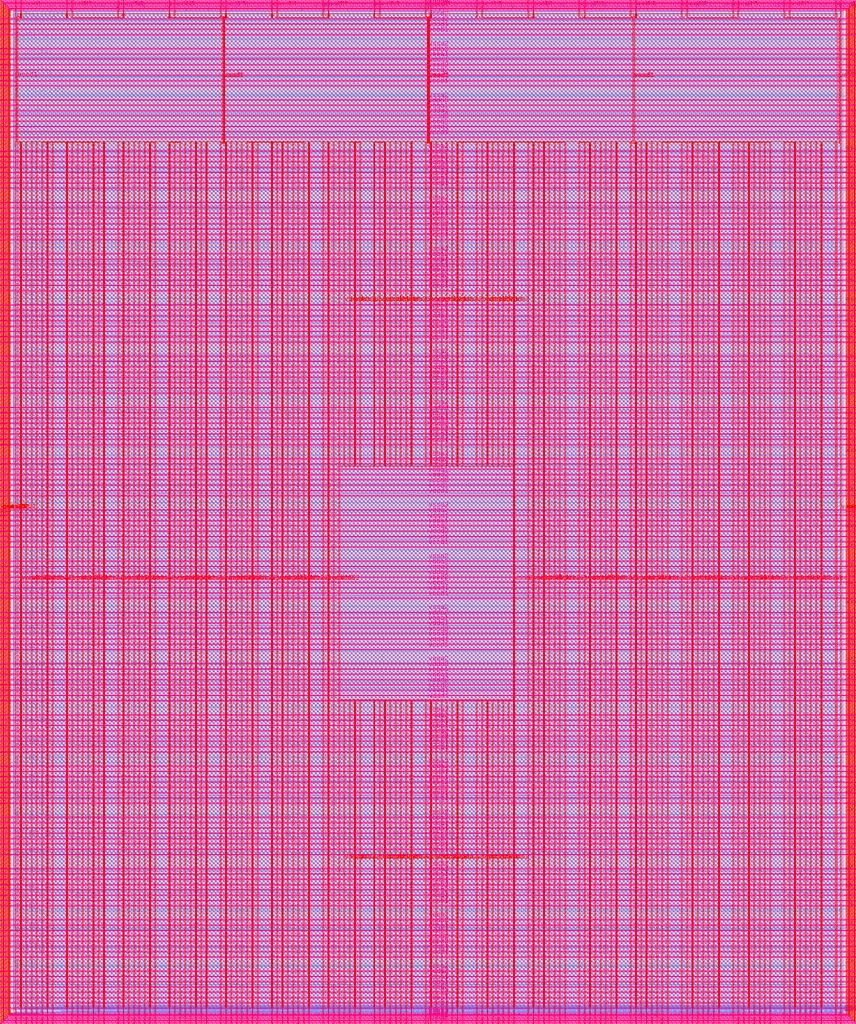
<source format=lef>
VERSION 5.7 ;
  NOWIREEXTENSIONATPIN ON ;
  DIVIDERCHAR "/" ;
  BUSBITCHARS "[]" ;
MACRO user_project_wrapper
  CLASS BLOCK ;
  FOREIGN user_project_wrapper ;
  ORIGIN 0.000 0.000 ;
  SIZE 2920.000 BY 3520.000 ;
  PIN analog_io[0]
    DIRECTION INOUT ;
    USE SIGNAL ;
    PORT
      LAYER met3 ;
        RECT 2917.600 1426.380 2924.800 1427.580 ;
    END
  END analog_io[0]
  PIN analog_io[10]
    DIRECTION INOUT ;
    USE SIGNAL ;
    PORT
      LAYER met2 ;
        RECT 2230.490 3517.600 2231.050 3524.800 ;
    END
  END analog_io[10]
  PIN analog_io[11]
    DIRECTION INOUT ;
    USE SIGNAL ;
    PORT
      LAYER met2 ;
        RECT 1905.730 3517.600 1906.290 3524.800 ;
    END
  END analog_io[11]
  PIN analog_io[12]
    DIRECTION INOUT ;
    USE SIGNAL ;
    PORT
      LAYER met2 ;
        RECT 1581.430 3517.600 1581.990 3524.800 ;
    END
  END analog_io[12]
  PIN analog_io[13]
    DIRECTION INOUT ;
    USE SIGNAL ;
    PORT
      LAYER met2 ;
        RECT 1257.130 3517.600 1257.690 3524.800 ;
    END
  END analog_io[13]
  PIN analog_io[14]
    DIRECTION INOUT ;
    USE SIGNAL ;
    PORT
      LAYER met2 ;
        RECT 932.370 3517.600 932.930 3524.800 ;
    END
  END analog_io[14]
  PIN analog_io[15]
    DIRECTION INOUT ;
    USE SIGNAL ;
    PORT
      LAYER met2 ;
        RECT 608.070 3517.600 608.630 3524.800 ;
    END
  END analog_io[15]
  PIN analog_io[16]
    DIRECTION INOUT ;
    USE SIGNAL ;
    PORT
      LAYER met2 ;
        RECT 283.770 3517.600 284.330 3524.800 ;
    END
  END analog_io[16]
  PIN analog_io[17]
    DIRECTION INOUT ;
    USE SIGNAL ;
    PORT
      LAYER met3 ;
        RECT -4.800 3486.100 2.400 3487.300 ;
    END
  END analog_io[17]
  PIN analog_io[18]
    DIRECTION INOUT ;
    USE SIGNAL ;
    PORT
      LAYER met3 ;
        RECT -4.800 3224.980 2.400 3226.180 ;
    END
  END analog_io[18]
  PIN analog_io[19]
    DIRECTION INOUT ;
    USE SIGNAL ;
    PORT
      LAYER met3 ;
        RECT -4.800 2964.540 2.400 2965.740 ;
    END
  END analog_io[19]
  PIN analog_io[1]
    DIRECTION INOUT ;
    USE SIGNAL ;
    PORT
      LAYER met3 ;
        RECT 2917.600 1692.260 2924.800 1693.460 ;
    END
  END analog_io[1]
  PIN analog_io[20]
    DIRECTION INOUT ;
    USE SIGNAL ;
    PORT
      LAYER met3 ;
        RECT -4.800 2703.420 2.400 2704.620 ;
    END
  END analog_io[20]
  PIN analog_io[21]
    DIRECTION INOUT ;
    USE SIGNAL ;
    PORT
      LAYER met3 ;
        RECT -4.800 2442.980 2.400 2444.180 ;
    END
  END analog_io[21]
  PIN analog_io[22]
    DIRECTION INOUT ;
    USE SIGNAL ;
    PORT
      LAYER met3 ;
        RECT -4.800 2182.540 2.400 2183.740 ;
    END
  END analog_io[22]
  PIN analog_io[23]
    DIRECTION INOUT ;
    USE SIGNAL ;
    PORT
      LAYER met3 ;
        RECT -4.800 1921.420 2.400 1922.620 ;
    END
  END analog_io[23]
  PIN analog_io[24]
    DIRECTION INOUT ;
    USE SIGNAL ;
    PORT
      LAYER met3 ;
        RECT -4.800 1660.980 2.400 1662.180 ;
    END
  END analog_io[24]
  PIN analog_io[25]
    DIRECTION INOUT ;
    USE SIGNAL ;
    PORT
      LAYER met3 ;
        RECT -4.800 1399.860 2.400 1401.060 ;
    END
  END analog_io[25]
  PIN analog_io[26]
    DIRECTION INOUT ;
    USE SIGNAL ;
    PORT
      LAYER met3 ;
        RECT -4.800 1139.420 2.400 1140.620 ;
    END
  END analog_io[26]
  PIN analog_io[27]
    DIRECTION INOUT ;
    USE SIGNAL ;
    PORT
      LAYER met3 ;
        RECT -4.800 878.980 2.400 880.180 ;
    END
  END analog_io[27]
  PIN analog_io[28]
    DIRECTION INOUT ;
    USE SIGNAL ;
    PORT
      LAYER met3 ;
        RECT -4.800 617.860 2.400 619.060 ;
    END
  END analog_io[28]
  PIN analog_io[2]
    DIRECTION INOUT ;
    USE SIGNAL ;
    PORT
      LAYER met3 ;
        RECT 2917.600 1958.140 2924.800 1959.340 ;
    END
  END analog_io[2]
  PIN analog_io[3]
    DIRECTION INOUT ;
    USE SIGNAL ;
    PORT
      LAYER met3 ;
        RECT 2917.600 2223.340 2924.800 2224.540 ;
    END
  END analog_io[3]
  PIN analog_io[4]
    DIRECTION INOUT ;
    USE SIGNAL ;
    PORT
      LAYER met3 ;
        RECT 2917.600 2489.220 2924.800 2490.420 ;
    END
  END analog_io[4]
  PIN analog_io[5]
    DIRECTION INOUT ;
    USE SIGNAL ;
    PORT
      LAYER met3 ;
        RECT 2917.600 2755.100 2924.800 2756.300 ;
    END
  END analog_io[5]
  PIN analog_io[6]
    DIRECTION INOUT ;
    USE SIGNAL ;
    PORT
      LAYER met3 ;
        RECT 2917.600 3020.300 2924.800 3021.500 ;
    END
  END analog_io[6]
  PIN analog_io[7]
    DIRECTION INOUT ;
    USE SIGNAL ;
    PORT
      LAYER met3 ;
        RECT 2917.600 3286.180 2924.800 3287.380 ;
    END
  END analog_io[7]
  PIN analog_io[8]
    DIRECTION INOUT ;
    USE SIGNAL ;
    PORT
      LAYER met2 ;
        RECT 2879.090 3517.600 2879.650 3524.800 ;
    END
  END analog_io[8]
  PIN analog_io[9]
    DIRECTION INOUT ;
    USE SIGNAL ;
    PORT
      LAYER met2 ;
        RECT 2554.790 3517.600 2555.350 3524.800 ;
    END
  END analog_io[9]
  PIN io_in[0]
    DIRECTION INPUT ;
    USE SIGNAL ;
    PORT
      LAYER met3 ;
        RECT 2917.600 32.380 2924.800 33.580 ;
    END
  END io_in[0]
  PIN io_in[10]
    DIRECTION INPUT ;
    USE SIGNAL ;
    PORT
      LAYER met3 ;
        RECT 2917.600 2289.980 2924.800 2291.180 ;
    END
  END io_in[10]
  PIN io_in[11]
    DIRECTION INPUT ;
    USE SIGNAL ;
    PORT
      LAYER met3 ;
        RECT 2917.600 2555.860 2924.800 2557.060 ;
    END
  END io_in[11]
  PIN io_in[12]
    DIRECTION INPUT ;
    USE SIGNAL ;
    PORT
      LAYER met3 ;
        RECT 2917.600 2821.060 2924.800 2822.260 ;
    END
  END io_in[12]
  PIN io_in[13]
    DIRECTION INPUT ;
    USE SIGNAL ;
    PORT
      LAYER met3 ;
        RECT 2917.600 3086.940 2924.800 3088.140 ;
    END
  END io_in[13]
  PIN io_in[14]
    DIRECTION INPUT ;
    USE SIGNAL ;
    PORT
      LAYER met3 ;
        RECT 2917.600 3352.820 2924.800 3354.020 ;
    END
  END io_in[14]
  PIN io_in[15]
    DIRECTION INPUT ;
    USE SIGNAL ;
    PORT
      LAYER met2 ;
        RECT 2798.130 3517.600 2798.690 3524.800 ;
    END
  END io_in[15]
  PIN io_in[16]
    DIRECTION INPUT ;
    USE SIGNAL ;
    PORT
      LAYER met2 ;
        RECT 2473.830 3517.600 2474.390 3524.800 ;
    END
  END io_in[16]
  PIN io_in[17]
    DIRECTION INPUT ;
    USE SIGNAL ;
    PORT
      LAYER met2 ;
        RECT 2149.070 3517.600 2149.630 3524.800 ;
    END
  END io_in[17]
  PIN io_in[18]
    DIRECTION INPUT ;
    USE SIGNAL ;
    PORT
      LAYER met2 ;
        RECT 1824.770 3517.600 1825.330 3524.800 ;
    END
  END io_in[18]
  PIN io_in[19]
    DIRECTION INPUT ;
    USE SIGNAL ;
    PORT
      LAYER met2 ;
        RECT 1500.470 3517.600 1501.030 3524.800 ;
    END
  END io_in[19]
  PIN io_in[1]
    DIRECTION INPUT ;
    USE SIGNAL ;
    PORT
      LAYER met3 ;
        RECT 2917.600 230.940 2924.800 232.140 ;
    END
  END io_in[1]
  PIN io_in[20]
    DIRECTION INPUT ;
    USE SIGNAL ;
    PORT
      LAYER met2 ;
        RECT 1175.710 3517.600 1176.270 3524.800 ;
    END
  END io_in[20]
  PIN io_in[21]
    DIRECTION INPUT ;
    USE SIGNAL ;
    PORT
      LAYER met2 ;
        RECT 851.410 3517.600 851.970 3524.800 ;
    END
  END io_in[21]
  PIN io_in[22]
    DIRECTION INPUT ;
    USE SIGNAL ;
    PORT
      LAYER met2 ;
        RECT 527.110 3517.600 527.670 3524.800 ;
    END
  END io_in[22]
  PIN io_in[23]
    DIRECTION INPUT ;
    USE SIGNAL ;
    PORT
      LAYER met2 ;
        RECT 202.350 3517.600 202.910 3524.800 ;
    END
  END io_in[23]
  PIN io_in[24]
    DIRECTION INPUT ;
    USE SIGNAL ;
    PORT
      LAYER met3 ;
        RECT -4.800 3420.820 2.400 3422.020 ;
    END
  END io_in[24]
  PIN io_in[25]
    DIRECTION INPUT ;
    USE SIGNAL ;
    PORT
      LAYER met3 ;
        RECT -4.800 3159.700 2.400 3160.900 ;
    END
  END io_in[25]
  PIN io_in[26]
    DIRECTION INPUT ;
    USE SIGNAL ;
    PORT
      LAYER met3 ;
        RECT -4.800 2899.260 2.400 2900.460 ;
    END
  END io_in[26]
  PIN io_in[27]
    DIRECTION INPUT ;
    USE SIGNAL ;
    PORT
      LAYER met3 ;
        RECT -4.800 2638.820 2.400 2640.020 ;
    END
  END io_in[27]
  PIN io_in[28]
    DIRECTION INPUT ;
    USE SIGNAL ;
    PORT
      LAYER met3 ;
        RECT -4.800 2377.700 2.400 2378.900 ;
    END
  END io_in[28]
  PIN io_in[29]
    DIRECTION INPUT ;
    USE SIGNAL ;
    PORT
      LAYER met3 ;
        RECT -4.800 2117.260 2.400 2118.460 ;
    END
  END io_in[29]
  PIN io_in[2]
    DIRECTION INPUT ;
    USE SIGNAL ;
    PORT
      LAYER met3 ;
        RECT 2917.600 430.180 2924.800 431.380 ;
    END
  END io_in[2]
  PIN io_in[30]
    DIRECTION INPUT ;
    USE SIGNAL ;
    PORT
      LAYER met3 ;
        RECT -4.800 1856.140 2.400 1857.340 ;
    END
  END io_in[30]
  PIN io_in[31]
    DIRECTION INPUT ;
    USE SIGNAL ;
    PORT
      LAYER met3 ;
        RECT -4.800 1595.700 2.400 1596.900 ;
    END
  END io_in[31]
  PIN io_in[32]
    DIRECTION INPUT ;
    USE SIGNAL ;
    PORT
      LAYER met3 ;
        RECT -4.800 1335.260 2.400 1336.460 ;
    END
  END io_in[32]
  PIN io_in[33]
    DIRECTION INPUT ;
    USE SIGNAL ;
    PORT
      LAYER met3 ;
        RECT -4.800 1074.140 2.400 1075.340 ;
    END
  END io_in[33]
  PIN io_in[34]
    DIRECTION INPUT ;
    USE SIGNAL ;
    PORT
      LAYER met3 ;
        RECT -4.800 813.700 2.400 814.900 ;
    END
  END io_in[34]
  PIN io_in[35]
    DIRECTION INPUT ;
    USE SIGNAL ;
    PORT
      LAYER met3 ;
        RECT -4.800 552.580 2.400 553.780 ;
    END
  END io_in[35]
  PIN io_in[36]
    DIRECTION INPUT ;
    USE SIGNAL ;
    PORT
      LAYER met3 ;
        RECT -4.800 357.420 2.400 358.620 ;
    END
  END io_in[36]
  PIN io_in[37]
    DIRECTION INPUT ;
    USE SIGNAL ;
    PORT
      LAYER met3 ;
        RECT -4.800 161.580 2.400 162.780 ;
    END
  END io_in[37]
  PIN io_in[3]
    DIRECTION INPUT ;
    USE SIGNAL ;
    PORT
      LAYER met3 ;
        RECT 2917.600 629.420 2924.800 630.620 ;
    END
  END io_in[3]
  PIN io_in[4]
    DIRECTION INPUT ;
    USE SIGNAL ;
    PORT
      LAYER met3 ;
        RECT 2917.600 828.660 2924.800 829.860 ;
    END
  END io_in[4]
  PIN io_in[5]
    DIRECTION INPUT ;
    USE SIGNAL ;
    PORT
      LAYER met3 ;
        RECT 2917.600 1027.900 2924.800 1029.100 ;
    END
  END io_in[5]
  PIN io_in[6]
    DIRECTION INPUT ;
    USE SIGNAL ;
    PORT
      LAYER met3 ;
        RECT 2917.600 1227.140 2924.800 1228.340 ;
    END
  END io_in[6]
  PIN io_in[7]
    DIRECTION INPUT ;
    USE SIGNAL ;
    PORT
      LAYER met3 ;
        RECT 2917.600 1493.020 2924.800 1494.220 ;
    END
  END io_in[7]
  PIN io_in[8]
    DIRECTION INPUT ;
    USE SIGNAL ;
    PORT
      LAYER met3 ;
        RECT 2917.600 1758.900 2924.800 1760.100 ;
    END
  END io_in[8]
  PIN io_in[9]
    DIRECTION INPUT ;
    USE SIGNAL ;
    PORT
      LAYER met3 ;
        RECT 2917.600 2024.100 2924.800 2025.300 ;
    END
  END io_in[9]
  PIN io_oeb[0]
    DIRECTION OUTPUT TRISTATE ;
    USE SIGNAL ;
    PORT
      LAYER met3 ;
        RECT 2917.600 164.980 2924.800 166.180 ;
    END
  END io_oeb[0]
  PIN io_oeb[10]
    DIRECTION OUTPUT TRISTATE ;
    USE SIGNAL ;
    PORT
      LAYER met3 ;
        RECT 2917.600 2422.580 2924.800 2423.780 ;
    END
  END io_oeb[10]
  PIN io_oeb[11]
    DIRECTION OUTPUT TRISTATE ;
    USE SIGNAL ;
    PORT
      LAYER met3 ;
        RECT 2917.600 2688.460 2924.800 2689.660 ;
    END
  END io_oeb[11]
  PIN io_oeb[12]
    DIRECTION OUTPUT TRISTATE ;
    USE SIGNAL ;
    PORT
      LAYER met3 ;
        RECT 2917.600 2954.340 2924.800 2955.540 ;
    END
  END io_oeb[12]
  PIN io_oeb[13]
    DIRECTION OUTPUT TRISTATE ;
    USE SIGNAL ;
    PORT
      LAYER met3 ;
        RECT 2917.600 3219.540 2924.800 3220.740 ;
    END
  END io_oeb[13]
  PIN io_oeb[14]
    DIRECTION OUTPUT TRISTATE ;
    USE SIGNAL ;
    PORT
      LAYER met3 ;
        RECT 2917.600 3485.420 2924.800 3486.620 ;
    END
  END io_oeb[14]
  PIN io_oeb[15]
    DIRECTION OUTPUT TRISTATE ;
    USE SIGNAL ;
    PORT
      LAYER met2 ;
        RECT 2635.750 3517.600 2636.310 3524.800 ;
    END
  END io_oeb[15]
  PIN io_oeb[16]
    DIRECTION OUTPUT TRISTATE ;
    USE SIGNAL ;
    PORT
      LAYER met2 ;
        RECT 2311.450 3517.600 2312.010 3524.800 ;
    END
  END io_oeb[16]
  PIN io_oeb[17]
    DIRECTION OUTPUT TRISTATE ;
    USE SIGNAL ;
    PORT
      LAYER met2 ;
        RECT 1987.150 3517.600 1987.710 3524.800 ;
    END
  END io_oeb[17]
  PIN io_oeb[18]
    DIRECTION OUTPUT TRISTATE ;
    USE SIGNAL ;
    PORT
      LAYER met2 ;
        RECT 1662.390 3517.600 1662.950 3524.800 ;
    END
  END io_oeb[18]
  PIN io_oeb[19]
    DIRECTION OUTPUT TRISTATE ;
    USE SIGNAL ;
    PORT
      LAYER met2 ;
        RECT 1338.090 3517.600 1338.650 3524.800 ;
    END
  END io_oeb[19]
  PIN io_oeb[1]
    DIRECTION OUTPUT TRISTATE ;
    USE SIGNAL ;
    PORT
      LAYER met3 ;
        RECT 2917.600 364.220 2924.800 365.420 ;
    END
  END io_oeb[1]
  PIN io_oeb[20]
    DIRECTION OUTPUT TRISTATE ;
    USE SIGNAL ;
    PORT
      LAYER met2 ;
        RECT 1013.790 3517.600 1014.350 3524.800 ;
    END
  END io_oeb[20]
  PIN io_oeb[21]
    DIRECTION OUTPUT TRISTATE ;
    USE SIGNAL ;
    PORT
      LAYER met2 ;
        RECT 689.030 3517.600 689.590 3524.800 ;
    END
  END io_oeb[21]
  PIN io_oeb[22]
    DIRECTION OUTPUT TRISTATE ;
    USE SIGNAL ;
    PORT
      LAYER met2 ;
        RECT 364.730 3517.600 365.290 3524.800 ;
    END
  END io_oeb[22]
  PIN io_oeb[23]
    DIRECTION OUTPUT TRISTATE ;
    USE SIGNAL ;
    PORT
      LAYER met2 ;
        RECT 40.430 3517.600 40.990 3524.800 ;
    END
  END io_oeb[23]
  PIN io_oeb[24]
    DIRECTION OUTPUT TRISTATE ;
    USE SIGNAL ;
    PORT
      LAYER met3 ;
        RECT -4.800 3290.260 2.400 3291.460 ;
    END
  END io_oeb[24]
  PIN io_oeb[25]
    DIRECTION OUTPUT TRISTATE ;
    USE SIGNAL ;
    PORT
      LAYER met3 ;
        RECT -4.800 3029.820 2.400 3031.020 ;
    END
  END io_oeb[25]
  PIN io_oeb[26]
    DIRECTION OUTPUT TRISTATE ;
    USE SIGNAL ;
    PORT
      LAYER met3 ;
        RECT -4.800 2768.700 2.400 2769.900 ;
    END
  END io_oeb[26]
  PIN io_oeb[27]
    DIRECTION OUTPUT TRISTATE ;
    USE SIGNAL ;
    PORT
      LAYER met3 ;
        RECT -4.800 2508.260 2.400 2509.460 ;
    END
  END io_oeb[27]
  PIN io_oeb[28]
    DIRECTION OUTPUT TRISTATE ;
    USE SIGNAL ;
    PORT
      LAYER met3 ;
        RECT -4.800 2247.140 2.400 2248.340 ;
    END
  END io_oeb[28]
  PIN io_oeb[29]
    DIRECTION OUTPUT TRISTATE ;
    USE SIGNAL ;
    PORT
      LAYER met3 ;
        RECT -4.800 1986.700 2.400 1987.900 ;
    END
  END io_oeb[29]
  PIN io_oeb[2]
    DIRECTION OUTPUT TRISTATE ;
    USE SIGNAL ;
    PORT
      LAYER met3 ;
        RECT 2917.600 563.460 2924.800 564.660 ;
    END
  END io_oeb[2]
  PIN io_oeb[30]
    DIRECTION OUTPUT TRISTATE ;
    USE SIGNAL ;
    PORT
      LAYER met3 ;
        RECT -4.800 1726.260 2.400 1727.460 ;
    END
  END io_oeb[30]
  PIN io_oeb[31]
    DIRECTION OUTPUT TRISTATE ;
    USE SIGNAL ;
    PORT
      LAYER met3 ;
        RECT -4.800 1465.140 2.400 1466.340 ;
    END
  END io_oeb[31]
  PIN io_oeb[32]
    DIRECTION OUTPUT TRISTATE ;
    USE SIGNAL ;
    PORT
      LAYER met3 ;
        RECT -4.800 1204.700 2.400 1205.900 ;
    END
  END io_oeb[32]
  PIN io_oeb[33]
    DIRECTION OUTPUT TRISTATE ;
    USE SIGNAL ;
    PORT
      LAYER met3 ;
        RECT -4.800 943.580 2.400 944.780 ;
    END
  END io_oeb[33]
  PIN io_oeb[34]
    DIRECTION OUTPUT TRISTATE ;
    USE SIGNAL ;
    PORT
      LAYER met3 ;
        RECT -4.800 683.140 2.400 684.340 ;
    END
  END io_oeb[34]
  PIN io_oeb[35]
    DIRECTION OUTPUT TRISTATE ;
    USE SIGNAL ;
    PORT
      LAYER met3 ;
        RECT -4.800 422.700 2.400 423.900 ;
    END
  END io_oeb[35]
  PIN io_oeb[36]
    DIRECTION OUTPUT TRISTATE ;
    USE SIGNAL ;
    PORT
      LAYER met3 ;
        RECT -4.800 226.860 2.400 228.060 ;
    END
  END io_oeb[36]
  PIN io_oeb[37]
    DIRECTION OUTPUT TRISTATE ;
    USE SIGNAL ;
    PORT
      LAYER met3 ;
        RECT -4.800 31.700 2.400 32.900 ;
    END
  END io_oeb[37]
  PIN io_oeb[3]
    DIRECTION OUTPUT TRISTATE ;
    USE SIGNAL ;
    PORT
      LAYER met3 ;
        RECT 2917.600 762.700 2924.800 763.900 ;
    END
  END io_oeb[3]
  PIN io_oeb[4]
    DIRECTION OUTPUT TRISTATE ;
    USE SIGNAL ;
    PORT
      LAYER met3 ;
        RECT 2917.600 961.940 2924.800 963.140 ;
    END
  END io_oeb[4]
  PIN io_oeb[5]
    DIRECTION OUTPUT TRISTATE ;
    USE SIGNAL ;
    PORT
      LAYER met3 ;
        RECT 2917.600 1161.180 2924.800 1162.380 ;
    END
  END io_oeb[5]
  PIN io_oeb[6]
    DIRECTION OUTPUT TRISTATE ;
    USE SIGNAL ;
    PORT
      LAYER met3 ;
        RECT 2917.600 1360.420 2924.800 1361.620 ;
    END
  END io_oeb[6]
  PIN io_oeb[7]
    DIRECTION OUTPUT TRISTATE ;
    USE SIGNAL ;
    PORT
      LAYER met3 ;
        RECT 2917.600 1625.620 2924.800 1626.820 ;
    END
  END io_oeb[7]
  PIN io_oeb[8]
    DIRECTION OUTPUT TRISTATE ;
    USE SIGNAL ;
    PORT
      LAYER met3 ;
        RECT 2917.600 1891.500 2924.800 1892.700 ;
    END
  END io_oeb[8]
  PIN io_oeb[9]
    DIRECTION OUTPUT TRISTATE ;
    USE SIGNAL ;
    PORT
      LAYER met3 ;
        RECT 2917.600 2157.380 2924.800 2158.580 ;
    END
  END io_oeb[9]
  PIN io_out[0]
    DIRECTION OUTPUT TRISTATE ;
    USE SIGNAL ;
    PORT
      LAYER met3 ;
        RECT 2917.600 98.340 2924.800 99.540 ;
    END
  END io_out[0]
  PIN io_out[10]
    DIRECTION OUTPUT TRISTATE ;
    USE SIGNAL ;
    PORT
      LAYER met3 ;
        RECT 2917.600 2356.620 2924.800 2357.820 ;
    END
  END io_out[10]
  PIN io_out[11]
    DIRECTION OUTPUT TRISTATE ;
    USE SIGNAL ;
    PORT
      LAYER met3 ;
        RECT 2917.600 2621.820 2924.800 2623.020 ;
    END
  END io_out[11]
  PIN io_out[12]
    DIRECTION OUTPUT TRISTATE ;
    USE SIGNAL ;
    PORT
      LAYER met3 ;
        RECT 2917.600 2887.700 2924.800 2888.900 ;
    END
  END io_out[12]
  PIN io_out[13]
    DIRECTION OUTPUT TRISTATE ;
    USE SIGNAL ;
    PORT
      LAYER met3 ;
        RECT 2917.600 3153.580 2924.800 3154.780 ;
    END
  END io_out[13]
  PIN io_out[14]
    DIRECTION OUTPUT TRISTATE ;
    USE SIGNAL ;
    PORT
      LAYER met3 ;
        RECT 2917.600 3418.780 2924.800 3419.980 ;
    END
  END io_out[14]
  PIN io_out[15]
    DIRECTION OUTPUT TRISTATE ;
    USE SIGNAL ;
    PORT
      LAYER met2 ;
        RECT 2717.170 3517.600 2717.730 3524.800 ;
    END
  END io_out[15]
  PIN io_out[16]
    DIRECTION OUTPUT TRISTATE ;
    USE SIGNAL ;
    PORT
      LAYER met2 ;
        RECT 2392.410 3517.600 2392.970 3524.800 ;
    END
  END io_out[16]
  PIN io_out[17]
    DIRECTION OUTPUT TRISTATE ;
    USE SIGNAL ;
    PORT
      LAYER met2 ;
        RECT 2068.110 3517.600 2068.670 3524.800 ;
    END
  END io_out[17]
  PIN io_out[18]
    DIRECTION OUTPUT TRISTATE ;
    USE SIGNAL ;
    PORT
      LAYER met2 ;
        RECT 1743.810 3517.600 1744.370 3524.800 ;
    END
  END io_out[18]
  PIN io_out[19]
    DIRECTION OUTPUT TRISTATE ;
    USE SIGNAL ;
    PORT
      LAYER met2 ;
        RECT 1419.050 3517.600 1419.610 3524.800 ;
    END
  END io_out[19]
  PIN io_out[1]
    DIRECTION OUTPUT TRISTATE ;
    USE SIGNAL ;
    PORT
      LAYER met3 ;
        RECT 2917.600 297.580 2924.800 298.780 ;
    END
  END io_out[1]
  PIN io_out[20]
    DIRECTION OUTPUT TRISTATE ;
    USE SIGNAL ;
    PORT
      LAYER met2 ;
        RECT 1094.750 3517.600 1095.310 3524.800 ;
    END
  END io_out[20]
  PIN io_out[21]
    DIRECTION OUTPUT TRISTATE ;
    USE SIGNAL ;
    PORT
      LAYER met2 ;
        RECT 770.450 3517.600 771.010 3524.800 ;
    END
  END io_out[21]
  PIN io_out[22]
    DIRECTION OUTPUT TRISTATE ;
    USE SIGNAL ;
    PORT
      LAYER met2 ;
        RECT 445.690 3517.600 446.250 3524.800 ;
    END
  END io_out[22]
  PIN io_out[23]
    DIRECTION OUTPUT TRISTATE ;
    USE SIGNAL ;
    PORT
      LAYER met2 ;
        RECT 121.390 3517.600 121.950 3524.800 ;
    END
  END io_out[23]
  PIN io_out[24]
    DIRECTION OUTPUT TRISTATE ;
    USE SIGNAL ;
    PORT
      LAYER met3 ;
        RECT -4.800 3355.540 2.400 3356.740 ;
    END
  END io_out[24]
  PIN io_out[25]
    DIRECTION OUTPUT TRISTATE ;
    USE SIGNAL ;
    PORT
      LAYER met3 ;
        RECT -4.800 3095.100 2.400 3096.300 ;
    END
  END io_out[25]
  PIN io_out[26]
    DIRECTION OUTPUT TRISTATE ;
    USE SIGNAL ;
    PORT
      LAYER met3 ;
        RECT -4.800 2833.980 2.400 2835.180 ;
    END
  END io_out[26]
  PIN io_out[27]
    DIRECTION OUTPUT TRISTATE ;
    USE SIGNAL ;
    PORT
      LAYER met3 ;
        RECT -4.800 2573.540 2.400 2574.740 ;
    END
  END io_out[27]
  PIN io_out[28]
    DIRECTION OUTPUT TRISTATE ;
    USE SIGNAL ;
    PORT
      LAYER met3 ;
        RECT -4.800 2312.420 2.400 2313.620 ;
    END
  END io_out[28]
  PIN io_out[29]
    DIRECTION OUTPUT TRISTATE ;
    USE SIGNAL ;
    PORT
      LAYER met3 ;
        RECT -4.800 2051.980 2.400 2053.180 ;
    END
  END io_out[29]
  PIN io_out[2]
    DIRECTION OUTPUT TRISTATE ;
    USE SIGNAL ;
    PORT
      LAYER met3 ;
        RECT 2917.600 496.820 2924.800 498.020 ;
    END
  END io_out[2]
  PIN io_out[30]
    DIRECTION OUTPUT TRISTATE ;
    USE SIGNAL ;
    PORT
      LAYER met3 ;
        RECT -4.800 1791.540 2.400 1792.740 ;
    END
  END io_out[30]
  PIN io_out[31]
    DIRECTION OUTPUT TRISTATE ;
    USE SIGNAL ;
    PORT
      LAYER met3 ;
        RECT -4.800 1530.420 2.400 1531.620 ;
    END
  END io_out[31]
  PIN io_out[32]
    DIRECTION OUTPUT TRISTATE ;
    USE SIGNAL ;
    PORT
      LAYER met3 ;
        RECT -4.800 1269.980 2.400 1271.180 ;
    END
  END io_out[32]
  PIN io_out[33]
    DIRECTION OUTPUT TRISTATE ;
    USE SIGNAL ;
    PORT
      LAYER met3 ;
        RECT -4.800 1008.860 2.400 1010.060 ;
    END
  END io_out[33]
  PIN io_out[34]
    DIRECTION OUTPUT TRISTATE ;
    USE SIGNAL ;
    PORT
      LAYER met3 ;
        RECT -4.800 748.420 2.400 749.620 ;
    END
  END io_out[34]
  PIN io_out[35]
    DIRECTION OUTPUT TRISTATE ;
    USE SIGNAL ;
    PORT
      LAYER met3 ;
        RECT -4.800 487.300 2.400 488.500 ;
    END
  END io_out[35]
  PIN io_out[36]
    DIRECTION OUTPUT TRISTATE ;
    USE SIGNAL ;
    PORT
      LAYER met3 ;
        RECT -4.800 292.140 2.400 293.340 ;
    END
  END io_out[36]
  PIN io_out[37]
    DIRECTION OUTPUT TRISTATE ;
    USE SIGNAL ;
    PORT
      LAYER met3 ;
        RECT -4.800 96.300 2.400 97.500 ;
    END
  END io_out[37]
  PIN io_out[3]
    DIRECTION OUTPUT TRISTATE ;
    USE SIGNAL ;
    PORT
      LAYER met3 ;
        RECT 2917.600 696.060 2924.800 697.260 ;
    END
  END io_out[3]
  PIN io_out[4]
    DIRECTION OUTPUT TRISTATE ;
    USE SIGNAL ;
    PORT
      LAYER met3 ;
        RECT 2917.600 895.300 2924.800 896.500 ;
    END
  END io_out[4]
  PIN io_out[5]
    DIRECTION OUTPUT TRISTATE ;
    USE SIGNAL ;
    PORT
      LAYER met3 ;
        RECT 2917.600 1094.540 2924.800 1095.740 ;
    END
  END io_out[5]
  PIN io_out[6]
    DIRECTION OUTPUT TRISTATE ;
    USE SIGNAL ;
    PORT
      LAYER met3 ;
        RECT 2917.600 1293.780 2924.800 1294.980 ;
    END
  END io_out[6]
  PIN io_out[7]
    DIRECTION OUTPUT TRISTATE ;
    USE SIGNAL ;
    PORT
      LAYER met3 ;
        RECT 2917.600 1559.660 2924.800 1560.860 ;
    END
  END io_out[7]
  PIN io_out[8]
    DIRECTION OUTPUT TRISTATE ;
    USE SIGNAL ;
    PORT
      LAYER met3 ;
        RECT 2917.600 1824.860 2924.800 1826.060 ;
    END
  END io_out[8]
  PIN io_out[9]
    DIRECTION OUTPUT TRISTATE ;
    USE SIGNAL ;
    PORT
      LAYER met3 ;
        RECT 2917.600 2090.740 2924.800 2091.940 ;
    END
  END io_out[9]
  PIN la_data_in[0]
    DIRECTION INPUT ;
    USE SIGNAL ;
    PORT
      LAYER met2 ;
        RECT 629.230 -4.800 629.790 2.400 ;
    END
  END la_data_in[0]
  PIN la_data_in[100]
    DIRECTION INPUT ;
    USE SIGNAL ;
    PORT
      LAYER met2 ;
        RECT 2402.530 -4.800 2403.090 2.400 ;
    END
  END la_data_in[100]
  PIN la_data_in[101]
    DIRECTION INPUT ;
    USE SIGNAL ;
    PORT
      LAYER met2 ;
        RECT 2420.010 -4.800 2420.570 2.400 ;
    END
  END la_data_in[101]
  PIN la_data_in[102]
    DIRECTION INPUT ;
    USE SIGNAL ;
    PORT
      LAYER met2 ;
        RECT 2437.950 -4.800 2438.510 2.400 ;
    END
  END la_data_in[102]
  PIN la_data_in[103]
    DIRECTION INPUT ;
    USE SIGNAL ;
    PORT
      LAYER met2 ;
        RECT 2455.430 -4.800 2455.990 2.400 ;
    END
  END la_data_in[103]
  PIN la_data_in[104]
    DIRECTION INPUT ;
    USE SIGNAL ;
    PORT
      LAYER met2 ;
        RECT 2473.370 -4.800 2473.930 2.400 ;
    END
  END la_data_in[104]
  PIN la_data_in[105]
    DIRECTION INPUT ;
    USE SIGNAL ;
    PORT
      LAYER met2 ;
        RECT 2490.850 -4.800 2491.410 2.400 ;
    END
  END la_data_in[105]
  PIN la_data_in[106]
    DIRECTION INPUT ;
    USE SIGNAL ;
    PORT
      LAYER met2 ;
        RECT 2508.790 -4.800 2509.350 2.400 ;
    END
  END la_data_in[106]
  PIN la_data_in[107]
    DIRECTION INPUT ;
    USE SIGNAL ;
    PORT
      LAYER met2 ;
        RECT 2526.730 -4.800 2527.290 2.400 ;
    END
  END la_data_in[107]
  PIN la_data_in[108]
    DIRECTION INPUT ;
    USE SIGNAL ;
    PORT
      LAYER met2 ;
        RECT 2544.210 -4.800 2544.770 2.400 ;
    END
  END la_data_in[108]
  PIN la_data_in[109]
    DIRECTION INPUT ;
    USE SIGNAL ;
    PORT
      LAYER met2 ;
        RECT 2562.150 -4.800 2562.710 2.400 ;
    END
  END la_data_in[109]
  PIN la_data_in[10]
    DIRECTION INPUT ;
    USE SIGNAL ;
    PORT
      LAYER met2 ;
        RECT 806.330 -4.800 806.890 2.400 ;
    END
  END la_data_in[10]
  PIN la_data_in[110]
    DIRECTION INPUT ;
    USE SIGNAL ;
    PORT
      LAYER met2 ;
        RECT 2579.630 -4.800 2580.190 2.400 ;
    END
  END la_data_in[110]
  PIN la_data_in[111]
    DIRECTION INPUT ;
    USE SIGNAL ;
    PORT
      LAYER met2 ;
        RECT 2597.570 -4.800 2598.130 2.400 ;
    END
  END la_data_in[111]
  PIN la_data_in[112]
    DIRECTION INPUT ;
    USE SIGNAL ;
    PORT
      LAYER met2 ;
        RECT 2615.050 -4.800 2615.610 2.400 ;
    END
  END la_data_in[112]
  PIN la_data_in[113]
    DIRECTION INPUT ;
    USE SIGNAL ;
    PORT
      LAYER met2 ;
        RECT 2632.990 -4.800 2633.550 2.400 ;
    END
  END la_data_in[113]
  PIN la_data_in[114]
    DIRECTION INPUT ;
    USE SIGNAL ;
    PORT
      LAYER met2 ;
        RECT 2650.470 -4.800 2651.030 2.400 ;
    END
  END la_data_in[114]
  PIN la_data_in[115]
    DIRECTION INPUT ;
    USE SIGNAL ;
    PORT
      LAYER met2 ;
        RECT 2668.410 -4.800 2668.970 2.400 ;
    END
  END la_data_in[115]
  PIN la_data_in[116]
    DIRECTION INPUT ;
    USE SIGNAL ;
    PORT
      LAYER met2 ;
        RECT 2685.890 -4.800 2686.450 2.400 ;
    END
  END la_data_in[116]
  PIN la_data_in[117]
    DIRECTION INPUT ;
    USE SIGNAL ;
    PORT
      LAYER met2 ;
        RECT 2703.830 -4.800 2704.390 2.400 ;
    END
  END la_data_in[117]
  PIN la_data_in[118]
    DIRECTION INPUT ;
    USE SIGNAL ;
    PORT
      LAYER met2 ;
        RECT 2721.770 -4.800 2722.330 2.400 ;
    END
  END la_data_in[118]
  PIN la_data_in[119]
    DIRECTION INPUT ;
    USE SIGNAL ;
    PORT
      LAYER met2 ;
        RECT 2739.250 -4.800 2739.810 2.400 ;
    END
  END la_data_in[119]
  PIN la_data_in[11]
    DIRECTION INPUT ;
    USE SIGNAL ;
    PORT
      LAYER met2 ;
        RECT 824.270 -4.800 824.830 2.400 ;
    END
  END la_data_in[11]
  PIN la_data_in[120]
    DIRECTION INPUT ;
    USE SIGNAL ;
    PORT
      LAYER met2 ;
        RECT 2757.190 -4.800 2757.750 2.400 ;
    END
  END la_data_in[120]
  PIN la_data_in[121]
    DIRECTION INPUT ;
    USE SIGNAL ;
    PORT
      LAYER met2 ;
        RECT 2774.670 -4.800 2775.230 2.400 ;
    END
  END la_data_in[121]
  PIN la_data_in[122]
    DIRECTION INPUT ;
    USE SIGNAL ;
    PORT
      LAYER met2 ;
        RECT 2792.610 -4.800 2793.170 2.400 ;
    END
  END la_data_in[122]
  PIN la_data_in[123]
    DIRECTION INPUT ;
    USE SIGNAL ;
    PORT
      LAYER met2 ;
        RECT 2810.090 -4.800 2810.650 2.400 ;
    END
  END la_data_in[123]
  PIN la_data_in[124]
    DIRECTION INPUT ;
    USE SIGNAL ;
    PORT
      LAYER met2 ;
        RECT 2828.030 -4.800 2828.590 2.400 ;
    END
  END la_data_in[124]
  PIN la_data_in[125]
    DIRECTION INPUT ;
    USE SIGNAL ;
    PORT
      LAYER met2 ;
        RECT 2845.510 -4.800 2846.070 2.400 ;
    END
  END la_data_in[125]
  PIN la_data_in[126]
    DIRECTION INPUT ;
    USE SIGNAL ;
    PORT
      LAYER met2 ;
        RECT 2863.450 -4.800 2864.010 2.400 ;
    END
  END la_data_in[126]
  PIN la_data_in[127]
    DIRECTION INPUT ;
    USE SIGNAL ;
    PORT
      LAYER met2 ;
        RECT 2881.390 -4.800 2881.950 2.400 ;
    END
  END la_data_in[127]
  PIN la_data_in[12]
    DIRECTION INPUT ;
    USE SIGNAL ;
    PORT
      LAYER met2 ;
        RECT 841.750 -4.800 842.310 2.400 ;
    END
  END la_data_in[12]
  PIN la_data_in[13]
    DIRECTION INPUT ;
    USE SIGNAL ;
    PORT
      LAYER met2 ;
        RECT 859.690 -4.800 860.250 2.400 ;
    END
  END la_data_in[13]
  PIN la_data_in[14]
    DIRECTION INPUT ;
    USE SIGNAL ;
    PORT
      LAYER met2 ;
        RECT 877.170 -4.800 877.730 2.400 ;
    END
  END la_data_in[14]
  PIN la_data_in[15]
    DIRECTION INPUT ;
    USE SIGNAL ;
    PORT
      LAYER met2 ;
        RECT 895.110 -4.800 895.670 2.400 ;
    END
  END la_data_in[15]
  PIN la_data_in[16]
    DIRECTION INPUT ;
    USE SIGNAL ;
    PORT
      LAYER met2 ;
        RECT 912.590 -4.800 913.150 2.400 ;
    END
  END la_data_in[16]
  PIN la_data_in[17]
    DIRECTION INPUT ;
    USE SIGNAL ;
    PORT
      LAYER met2 ;
        RECT 930.530 -4.800 931.090 2.400 ;
    END
  END la_data_in[17]
  PIN la_data_in[18]
    DIRECTION INPUT ;
    USE SIGNAL ;
    PORT
      LAYER met2 ;
        RECT 948.470 -4.800 949.030 2.400 ;
    END
  END la_data_in[18]
  PIN la_data_in[19]
    DIRECTION INPUT ;
    USE SIGNAL ;
    PORT
      LAYER met2 ;
        RECT 965.950 -4.800 966.510 2.400 ;
    END
  END la_data_in[19]
  PIN la_data_in[1]
    DIRECTION INPUT ;
    USE SIGNAL ;
    PORT
      LAYER met2 ;
        RECT 646.710 -4.800 647.270 2.400 ;
    END
  END la_data_in[1]
  PIN la_data_in[20]
    DIRECTION INPUT ;
    USE SIGNAL ;
    PORT
      LAYER met2 ;
        RECT 983.890 -4.800 984.450 2.400 ;
    END
  END la_data_in[20]
  PIN la_data_in[21]
    DIRECTION INPUT ;
    USE SIGNAL ;
    PORT
      LAYER met2 ;
        RECT 1001.370 -4.800 1001.930 2.400 ;
    END
  END la_data_in[21]
  PIN la_data_in[22]
    DIRECTION INPUT ;
    USE SIGNAL ;
    PORT
      LAYER met2 ;
        RECT 1019.310 -4.800 1019.870 2.400 ;
    END
  END la_data_in[22]
  PIN la_data_in[23]
    DIRECTION INPUT ;
    USE SIGNAL ;
    PORT
      LAYER met2 ;
        RECT 1036.790 -4.800 1037.350 2.400 ;
    END
  END la_data_in[23]
  PIN la_data_in[24]
    DIRECTION INPUT ;
    USE SIGNAL ;
    PORT
      LAYER met2 ;
        RECT 1054.730 -4.800 1055.290 2.400 ;
    END
  END la_data_in[24]
  PIN la_data_in[25]
    DIRECTION INPUT ;
    USE SIGNAL ;
    PORT
      LAYER met2 ;
        RECT 1072.210 -4.800 1072.770 2.400 ;
    END
  END la_data_in[25]
  PIN la_data_in[26]
    DIRECTION INPUT ;
    USE SIGNAL ;
    PORT
      LAYER met2 ;
        RECT 1090.150 -4.800 1090.710 2.400 ;
    END
  END la_data_in[26]
  PIN la_data_in[27]
    DIRECTION INPUT ;
    USE SIGNAL ;
    PORT
      LAYER met2 ;
        RECT 1107.630 -4.800 1108.190 2.400 ;
    END
  END la_data_in[27]
  PIN la_data_in[28]
    DIRECTION INPUT ;
    USE SIGNAL ;
    PORT
      LAYER met2 ;
        RECT 1125.570 -4.800 1126.130 2.400 ;
    END
  END la_data_in[28]
  PIN la_data_in[29]
    DIRECTION INPUT ;
    USE SIGNAL ;
    PORT
      LAYER met2 ;
        RECT 1143.510 -4.800 1144.070 2.400 ;
    END
  END la_data_in[29]
  PIN la_data_in[2]
    DIRECTION INPUT ;
    USE SIGNAL ;
    PORT
      LAYER met2 ;
        RECT 664.650 -4.800 665.210 2.400 ;
    END
  END la_data_in[2]
  PIN la_data_in[30]
    DIRECTION INPUT ;
    USE SIGNAL ;
    PORT
      LAYER met2 ;
        RECT 1160.990 -4.800 1161.550 2.400 ;
    END
  END la_data_in[30]
  PIN la_data_in[31]
    DIRECTION INPUT ;
    USE SIGNAL ;
    PORT
      LAYER met2 ;
        RECT 1178.930 -4.800 1179.490 2.400 ;
    END
  END la_data_in[31]
  PIN la_data_in[32]
    DIRECTION INPUT ;
    USE SIGNAL ;
    PORT
      LAYER met2 ;
        RECT 1196.410 -4.800 1196.970 2.400 ;
    END
  END la_data_in[32]
  PIN la_data_in[33]
    DIRECTION INPUT ;
    USE SIGNAL ;
    PORT
      LAYER met2 ;
        RECT 1214.350 -4.800 1214.910 2.400 ;
    END
  END la_data_in[33]
  PIN la_data_in[34]
    DIRECTION INPUT ;
    USE SIGNAL ;
    PORT
      LAYER met2 ;
        RECT 1231.830 -4.800 1232.390 2.400 ;
    END
  END la_data_in[34]
  PIN la_data_in[35]
    DIRECTION INPUT ;
    USE SIGNAL ;
    PORT
      LAYER met2 ;
        RECT 1249.770 -4.800 1250.330 2.400 ;
    END
  END la_data_in[35]
  PIN la_data_in[36]
    DIRECTION INPUT ;
    USE SIGNAL ;
    PORT
      LAYER met2 ;
        RECT 1267.250 -4.800 1267.810 2.400 ;
    END
  END la_data_in[36]
  PIN la_data_in[37]
    DIRECTION INPUT ;
    USE SIGNAL ;
    PORT
      LAYER met2 ;
        RECT 1285.190 -4.800 1285.750 2.400 ;
    END
  END la_data_in[37]
  PIN la_data_in[38]
    DIRECTION INPUT ;
    USE SIGNAL ;
    PORT
      LAYER met2 ;
        RECT 1303.130 -4.800 1303.690 2.400 ;
    END
  END la_data_in[38]
  PIN la_data_in[39]
    DIRECTION INPUT ;
    USE SIGNAL ;
    PORT
      LAYER met2 ;
        RECT 1320.610 -4.800 1321.170 2.400 ;
    END
  END la_data_in[39]
  PIN la_data_in[3]
    DIRECTION INPUT ;
    USE SIGNAL ;
    PORT
      LAYER met2 ;
        RECT 682.130 -4.800 682.690 2.400 ;
    END
  END la_data_in[3]
  PIN la_data_in[40]
    DIRECTION INPUT ;
    USE SIGNAL ;
    PORT
      LAYER met2 ;
        RECT 1338.550 -4.800 1339.110 2.400 ;
    END
  END la_data_in[40]
  PIN la_data_in[41]
    DIRECTION INPUT ;
    USE SIGNAL ;
    PORT
      LAYER met2 ;
        RECT 1356.030 -4.800 1356.590 2.400 ;
    END
  END la_data_in[41]
  PIN la_data_in[42]
    DIRECTION INPUT ;
    USE SIGNAL ;
    PORT
      LAYER met2 ;
        RECT 1373.970 -4.800 1374.530 2.400 ;
    END
  END la_data_in[42]
  PIN la_data_in[43]
    DIRECTION INPUT ;
    USE SIGNAL ;
    PORT
      LAYER met2 ;
        RECT 1391.450 -4.800 1392.010 2.400 ;
    END
  END la_data_in[43]
  PIN la_data_in[44]
    DIRECTION INPUT ;
    USE SIGNAL ;
    PORT
      LAYER met2 ;
        RECT 1409.390 -4.800 1409.950 2.400 ;
    END
  END la_data_in[44]
  PIN la_data_in[45]
    DIRECTION INPUT ;
    USE SIGNAL ;
    PORT
      LAYER met2 ;
        RECT 1426.870 -4.800 1427.430 2.400 ;
    END
  END la_data_in[45]
  PIN la_data_in[46]
    DIRECTION INPUT ;
    USE SIGNAL ;
    PORT
      LAYER met2 ;
        RECT 1444.810 -4.800 1445.370 2.400 ;
    END
  END la_data_in[46]
  PIN la_data_in[47]
    DIRECTION INPUT ;
    USE SIGNAL ;
    PORT
      LAYER met2 ;
        RECT 1462.750 -4.800 1463.310 2.400 ;
    END
  END la_data_in[47]
  PIN la_data_in[48]
    DIRECTION INPUT ;
    USE SIGNAL ;
    PORT
      LAYER met2 ;
        RECT 1480.230 -4.800 1480.790 2.400 ;
    END
  END la_data_in[48]
  PIN la_data_in[49]
    DIRECTION INPUT ;
    USE SIGNAL ;
    PORT
      LAYER met2 ;
        RECT 1498.170 -4.800 1498.730 2.400 ;
    END
  END la_data_in[49]
  PIN la_data_in[4]
    DIRECTION INPUT ;
    USE SIGNAL ;
    PORT
      LAYER met2 ;
        RECT 700.070 -4.800 700.630 2.400 ;
    END
  END la_data_in[4]
  PIN la_data_in[50]
    DIRECTION INPUT ;
    USE SIGNAL ;
    PORT
      LAYER met2 ;
        RECT 1515.650 -4.800 1516.210 2.400 ;
    END
  END la_data_in[50]
  PIN la_data_in[51]
    DIRECTION INPUT ;
    USE SIGNAL ;
    PORT
      LAYER met2 ;
        RECT 1533.590 -4.800 1534.150 2.400 ;
    END
  END la_data_in[51]
  PIN la_data_in[52]
    DIRECTION INPUT ;
    USE SIGNAL ;
    PORT
      LAYER met2 ;
        RECT 1551.070 -4.800 1551.630 2.400 ;
    END
  END la_data_in[52]
  PIN la_data_in[53]
    DIRECTION INPUT ;
    USE SIGNAL ;
    PORT
      LAYER met2 ;
        RECT 1569.010 -4.800 1569.570 2.400 ;
    END
  END la_data_in[53]
  PIN la_data_in[54]
    DIRECTION INPUT ;
    USE SIGNAL ;
    PORT
      LAYER met2 ;
        RECT 1586.490 -4.800 1587.050 2.400 ;
    END
  END la_data_in[54]
  PIN la_data_in[55]
    DIRECTION INPUT ;
    USE SIGNAL ;
    PORT
      LAYER met2 ;
        RECT 1604.430 -4.800 1604.990 2.400 ;
    END
  END la_data_in[55]
  PIN la_data_in[56]
    DIRECTION INPUT ;
    USE SIGNAL ;
    PORT
      LAYER met2 ;
        RECT 1621.910 -4.800 1622.470 2.400 ;
    END
  END la_data_in[56]
  PIN la_data_in[57]
    DIRECTION INPUT ;
    USE SIGNAL ;
    PORT
      LAYER met2 ;
        RECT 1639.850 -4.800 1640.410 2.400 ;
    END
  END la_data_in[57]
  PIN la_data_in[58]
    DIRECTION INPUT ;
    USE SIGNAL ;
    PORT
      LAYER met2 ;
        RECT 1657.790 -4.800 1658.350 2.400 ;
    END
  END la_data_in[58]
  PIN la_data_in[59]
    DIRECTION INPUT ;
    USE SIGNAL ;
    PORT
      LAYER met2 ;
        RECT 1675.270 -4.800 1675.830 2.400 ;
    END
  END la_data_in[59]
  PIN la_data_in[5]
    DIRECTION INPUT ;
    USE SIGNAL ;
    PORT
      LAYER met2 ;
        RECT 717.550 -4.800 718.110 2.400 ;
    END
  END la_data_in[5]
  PIN la_data_in[60]
    DIRECTION INPUT ;
    USE SIGNAL ;
    PORT
      LAYER met2 ;
        RECT 1693.210 -4.800 1693.770 2.400 ;
    END
  END la_data_in[60]
  PIN la_data_in[61]
    DIRECTION INPUT ;
    USE SIGNAL ;
    PORT
      LAYER met2 ;
        RECT 1710.690 -4.800 1711.250 2.400 ;
    END
  END la_data_in[61]
  PIN la_data_in[62]
    DIRECTION INPUT ;
    USE SIGNAL ;
    PORT
      LAYER met2 ;
        RECT 1728.630 -4.800 1729.190 2.400 ;
    END
  END la_data_in[62]
  PIN la_data_in[63]
    DIRECTION INPUT ;
    USE SIGNAL ;
    PORT
      LAYER met2 ;
        RECT 1746.110 -4.800 1746.670 2.400 ;
    END
  END la_data_in[63]
  PIN la_data_in[64]
    DIRECTION INPUT ;
    USE SIGNAL ;
    PORT
      LAYER met2 ;
        RECT 1764.050 -4.800 1764.610 2.400 ;
    END
  END la_data_in[64]
  PIN la_data_in[65]
    DIRECTION INPUT ;
    USE SIGNAL ;
    PORT
      LAYER met2 ;
        RECT 1781.530 -4.800 1782.090 2.400 ;
    END
  END la_data_in[65]
  PIN la_data_in[66]
    DIRECTION INPUT ;
    USE SIGNAL ;
    PORT
      LAYER met2 ;
        RECT 1799.470 -4.800 1800.030 2.400 ;
    END
  END la_data_in[66]
  PIN la_data_in[67]
    DIRECTION INPUT ;
    USE SIGNAL ;
    PORT
      LAYER met2 ;
        RECT 1817.410 -4.800 1817.970 2.400 ;
    END
  END la_data_in[67]
  PIN la_data_in[68]
    DIRECTION INPUT ;
    USE SIGNAL ;
    PORT
      LAYER met2 ;
        RECT 1834.890 -4.800 1835.450 2.400 ;
    END
  END la_data_in[68]
  PIN la_data_in[69]
    DIRECTION INPUT ;
    USE SIGNAL ;
    PORT
      LAYER met2 ;
        RECT 1852.830 -4.800 1853.390 2.400 ;
    END
  END la_data_in[69]
  PIN la_data_in[6]
    DIRECTION INPUT ;
    USE SIGNAL ;
    PORT
      LAYER met2 ;
        RECT 735.490 -4.800 736.050 2.400 ;
    END
  END la_data_in[6]
  PIN la_data_in[70]
    DIRECTION INPUT ;
    USE SIGNAL ;
    PORT
      LAYER met2 ;
        RECT 1870.310 -4.800 1870.870 2.400 ;
    END
  END la_data_in[70]
  PIN la_data_in[71]
    DIRECTION INPUT ;
    USE SIGNAL ;
    PORT
      LAYER met2 ;
        RECT 1888.250 -4.800 1888.810 2.400 ;
    END
  END la_data_in[71]
  PIN la_data_in[72]
    DIRECTION INPUT ;
    USE SIGNAL ;
    PORT
      LAYER met2 ;
        RECT 1905.730 -4.800 1906.290 2.400 ;
    END
  END la_data_in[72]
  PIN la_data_in[73]
    DIRECTION INPUT ;
    USE SIGNAL ;
    PORT
      LAYER met2 ;
        RECT 1923.670 -4.800 1924.230 2.400 ;
    END
  END la_data_in[73]
  PIN la_data_in[74]
    DIRECTION INPUT ;
    USE SIGNAL ;
    PORT
      LAYER met2 ;
        RECT 1941.150 -4.800 1941.710 2.400 ;
    END
  END la_data_in[74]
  PIN la_data_in[75]
    DIRECTION INPUT ;
    USE SIGNAL ;
    PORT
      LAYER met2 ;
        RECT 1959.090 -4.800 1959.650 2.400 ;
    END
  END la_data_in[75]
  PIN la_data_in[76]
    DIRECTION INPUT ;
    USE SIGNAL ;
    PORT
      LAYER met2 ;
        RECT 1976.570 -4.800 1977.130 2.400 ;
    END
  END la_data_in[76]
  PIN la_data_in[77]
    DIRECTION INPUT ;
    USE SIGNAL ;
    PORT
      LAYER met2 ;
        RECT 1994.510 -4.800 1995.070 2.400 ;
    END
  END la_data_in[77]
  PIN la_data_in[78]
    DIRECTION INPUT ;
    USE SIGNAL ;
    PORT
      LAYER met2 ;
        RECT 2012.450 -4.800 2013.010 2.400 ;
    END
  END la_data_in[78]
  PIN la_data_in[79]
    DIRECTION INPUT ;
    USE SIGNAL ;
    PORT
      LAYER met2 ;
        RECT 2029.930 -4.800 2030.490 2.400 ;
    END
  END la_data_in[79]
  PIN la_data_in[7]
    DIRECTION INPUT ;
    USE SIGNAL ;
    PORT
      LAYER met2 ;
        RECT 752.970 -4.800 753.530 2.400 ;
    END
  END la_data_in[7]
  PIN la_data_in[80]
    DIRECTION INPUT ;
    USE SIGNAL ;
    PORT
      LAYER met2 ;
        RECT 2047.870 -4.800 2048.430 2.400 ;
    END
  END la_data_in[80]
  PIN la_data_in[81]
    DIRECTION INPUT ;
    USE SIGNAL ;
    PORT
      LAYER met2 ;
        RECT 2065.350 -4.800 2065.910 2.400 ;
    END
  END la_data_in[81]
  PIN la_data_in[82]
    DIRECTION INPUT ;
    USE SIGNAL ;
    PORT
      LAYER met2 ;
        RECT 2083.290 -4.800 2083.850 2.400 ;
    END
  END la_data_in[82]
  PIN la_data_in[83]
    DIRECTION INPUT ;
    USE SIGNAL ;
    PORT
      LAYER met2 ;
        RECT 2100.770 -4.800 2101.330 2.400 ;
    END
  END la_data_in[83]
  PIN la_data_in[84]
    DIRECTION INPUT ;
    USE SIGNAL ;
    PORT
      LAYER met2 ;
        RECT 2118.710 -4.800 2119.270 2.400 ;
    END
  END la_data_in[84]
  PIN la_data_in[85]
    DIRECTION INPUT ;
    USE SIGNAL ;
    PORT
      LAYER met2 ;
        RECT 2136.190 -4.800 2136.750 2.400 ;
    END
  END la_data_in[85]
  PIN la_data_in[86]
    DIRECTION INPUT ;
    USE SIGNAL ;
    PORT
      LAYER met2 ;
        RECT 2154.130 -4.800 2154.690 2.400 ;
    END
  END la_data_in[86]
  PIN la_data_in[87]
    DIRECTION INPUT ;
    USE SIGNAL ;
    PORT
      LAYER met2 ;
        RECT 2172.070 -4.800 2172.630 2.400 ;
    END
  END la_data_in[87]
  PIN la_data_in[88]
    DIRECTION INPUT ;
    USE SIGNAL ;
    PORT
      LAYER met2 ;
        RECT 2189.550 -4.800 2190.110 2.400 ;
    END
  END la_data_in[88]
  PIN la_data_in[89]
    DIRECTION INPUT ;
    USE SIGNAL ;
    PORT
      LAYER met2 ;
        RECT 2207.490 -4.800 2208.050 2.400 ;
    END
  END la_data_in[89]
  PIN la_data_in[8]
    DIRECTION INPUT ;
    USE SIGNAL ;
    PORT
      LAYER met2 ;
        RECT 770.910 -4.800 771.470 2.400 ;
    END
  END la_data_in[8]
  PIN la_data_in[90]
    DIRECTION INPUT ;
    USE SIGNAL ;
    PORT
      LAYER met2 ;
        RECT 2224.970 -4.800 2225.530 2.400 ;
    END
  END la_data_in[90]
  PIN la_data_in[91]
    DIRECTION INPUT ;
    USE SIGNAL ;
    PORT
      LAYER met2 ;
        RECT 2242.910 -4.800 2243.470 2.400 ;
    END
  END la_data_in[91]
  PIN la_data_in[92]
    DIRECTION INPUT ;
    USE SIGNAL ;
    PORT
      LAYER met2 ;
        RECT 2260.390 -4.800 2260.950 2.400 ;
    END
  END la_data_in[92]
  PIN la_data_in[93]
    DIRECTION INPUT ;
    USE SIGNAL ;
    PORT
      LAYER met2 ;
        RECT 2278.330 -4.800 2278.890 2.400 ;
    END
  END la_data_in[93]
  PIN la_data_in[94]
    DIRECTION INPUT ;
    USE SIGNAL ;
    PORT
      LAYER met2 ;
        RECT 2295.810 -4.800 2296.370 2.400 ;
    END
  END la_data_in[94]
  PIN la_data_in[95]
    DIRECTION INPUT ;
    USE SIGNAL ;
    PORT
      LAYER met2 ;
        RECT 2313.750 -4.800 2314.310 2.400 ;
    END
  END la_data_in[95]
  PIN la_data_in[96]
    DIRECTION INPUT ;
    USE SIGNAL ;
    PORT
      LAYER met2 ;
        RECT 2331.230 -4.800 2331.790 2.400 ;
    END
  END la_data_in[96]
  PIN la_data_in[97]
    DIRECTION INPUT ;
    USE SIGNAL ;
    PORT
      LAYER met2 ;
        RECT 2349.170 -4.800 2349.730 2.400 ;
    END
  END la_data_in[97]
  PIN la_data_in[98]
    DIRECTION INPUT ;
    USE SIGNAL ;
    PORT
      LAYER met2 ;
        RECT 2367.110 -4.800 2367.670 2.400 ;
    END
  END la_data_in[98]
  PIN la_data_in[99]
    DIRECTION INPUT ;
    USE SIGNAL ;
    PORT
      LAYER met2 ;
        RECT 2384.590 -4.800 2385.150 2.400 ;
    END
  END la_data_in[99]
  PIN la_data_in[9]
    DIRECTION INPUT ;
    USE SIGNAL ;
    PORT
      LAYER met2 ;
        RECT 788.850 -4.800 789.410 2.400 ;
    END
  END la_data_in[9]
  PIN la_data_out[0]
    DIRECTION OUTPUT TRISTATE ;
    USE SIGNAL ;
    PORT
      LAYER met2 ;
        RECT 634.750 -4.800 635.310 2.400 ;
    END
  END la_data_out[0]
  PIN la_data_out[100]
    DIRECTION OUTPUT TRISTATE ;
    USE SIGNAL ;
    PORT
      LAYER met2 ;
        RECT 2408.510 -4.800 2409.070 2.400 ;
    END
  END la_data_out[100]
  PIN la_data_out[101]
    DIRECTION OUTPUT TRISTATE ;
    USE SIGNAL ;
    PORT
      LAYER met2 ;
        RECT 2425.990 -4.800 2426.550 2.400 ;
    END
  END la_data_out[101]
  PIN la_data_out[102]
    DIRECTION OUTPUT TRISTATE ;
    USE SIGNAL ;
    PORT
      LAYER met2 ;
        RECT 2443.930 -4.800 2444.490 2.400 ;
    END
  END la_data_out[102]
  PIN la_data_out[103]
    DIRECTION OUTPUT TRISTATE ;
    USE SIGNAL ;
    PORT
      LAYER met2 ;
        RECT 2461.410 -4.800 2461.970 2.400 ;
    END
  END la_data_out[103]
  PIN la_data_out[104]
    DIRECTION OUTPUT TRISTATE ;
    USE SIGNAL ;
    PORT
      LAYER met2 ;
        RECT 2479.350 -4.800 2479.910 2.400 ;
    END
  END la_data_out[104]
  PIN la_data_out[105]
    DIRECTION OUTPUT TRISTATE ;
    USE SIGNAL ;
    PORT
      LAYER met2 ;
        RECT 2496.830 -4.800 2497.390 2.400 ;
    END
  END la_data_out[105]
  PIN la_data_out[106]
    DIRECTION OUTPUT TRISTATE ;
    USE SIGNAL ;
    PORT
      LAYER met2 ;
        RECT 2514.770 -4.800 2515.330 2.400 ;
    END
  END la_data_out[106]
  PIN la_data_out[107]
    DIRECTION OUTPUT TRISTATE ;
    USE SIGNAL ;
    PORT
      LAYER met2 ;
        RECT 2532.250 -4.800 2532.810 2.400 ;
    END
  END la_data_out[107]
  PIN la_data_out[108]
    DIRECTION OUTPUT TRISTATE ;
    USE SIGNAL ;
    PORT
      LAYER met2 ;
        RECT 2550.190 -4.800 2550.750 2.400 ;
    END
  END la_data_out[108]
  PIN la_data_out[109]
    DIRECTION OUTPUT TRISTATE ;
    USE SIGNAL ;
    PORT
      LAYER met2 ;
        RECT 2567.670 -4.800 2568.230 2.400 ;
    END
  END la_data_out[109]
  PIN la_data_out[10]
    DIRECTION OUTPUT TRISTATE ;
    USE SIGNAL ;
    PORT
      LAYER met2 ;
        RECT 812.310 -4.800 812.870 2.400 ;
    END
  END la_data_out[10]
  PIN la_data_out[110]
    DIRECTION OUTPUT TRISTATE ;
    USE SIGNAL ;
    PORT
      LAYER met2 ;
        RECT 2585.610 -4.800 2586.170 2.400 ;
    END
  END la_data_out[110]
  PIN la_data_out[111]
    DIRECTION OUTPUT TRISTATE ;
    USE SIGNAL ;
    PORT
      LAYER met2 ;
        RECT 2603.550 -4.800 2604.110 2.400 ;
    END
  END la_data_out[111]
  PIN la_data_out[112]
    DIRECTION OUTPUT TRISTATE ;
    USE SIGNAL ;
    PORT
      LAYER met2 ;
        RECT 2621.030 -4.800 2621.590 2.400 ;
    END
  END la_data_out[112]
  PIN la_data_out[113]
    DIRECTION OUTPUT TRISTATE ;
    USE SIGNAL ;
    PORT
      LAYER met2 ;
        RECT 2638.970 -4.800 2639.530 2.400 ;
    END
  END la_data_out[113]
  PIN la_data_out[114]
    DIRECTION OUTPUT TRISTATE ;
    USE SIGNAL ;
    PORT
      LAYER met2 ;
        RECT 2656.450 -4.800 2657.010 2.400 ;
    END
  END la_data_out[114]
  PIN la_data_out[115]
    DIRECTION OUTPUT TRISTATE ;
    USE SIGNAL ;
    PORT
      LAYER met2 ;
        RECT 2674.390 -4.800 2674.950 2.400 ;
    END
  END la_data_out[115]
  PIN la_data_out[116]
    DIRECTION OUTPUT TRISTATE ;
    USE SIGNAL ;
    PORT
      LAYER met2 ;
        RECT 2691.870 -4.800 2692.430 2.400 ;
    END
  END la_data_out[116]
  PIN la_data_out[117]
    DIRECTION OUTPUT TRISTATE ;
    USE SIGNAL ;
    PORT
      LAYER met2 ;
        RECT 2709.810 -4.800 2710.370 2.400 ;
    END
  END la_data_out[117]
  PIN la_data_out[118]
    DIRECTION OUTPUT TRISTATE ;
    USE SIGNAL ;
    PORT
      LAYER met2 ;
        RECT 2727.290 -4.800 2727.850 2.400 ;
    END
  END la_data_out[118]
  PIN la_data_out[119]
    DIRECTION OUTPUT TRISTATE ;
    USE SIGNAL ;
    PORT
      LAYER met2 ;
        RECT 2745.230 -4.800 2745.790 2.400 ;
    END
  END la_data_out[119]
  PIN la_data_out[11]
    DIRECTION OUTPUT TRISTATE ;
    USE SIGNAL ;
    PORT
      LAYER met2 ;
        RECT 830.250 -4.800 830.810 2.400 ;
    END
  END la_data_out[11]
  PIN la_data_out[120]
    DIRECTION OUTPUT TRISTATE ;
    USE SIGNAL ;
    PORT
      LAYER met2 ;
        RECT 2763.170 -4.800 2763.730 2.400 ;
    END
  END la_data_out[120]
  PIN la_data_out[121]
    DIRECTION OUTPUT TRISTATE ;
    USE SIGNAL ;
    PORT
      LAYER met2 ;
        RECT 2780.650 -4.800 2781.210 2.400 ;
    END
  END la_data_out[121]
  PIN la_data_out[122]
    DIRECTION OUTPUT TRISTATE ;
    USE SIGNAL ;
    PORT
      LAYER met2 ;
        RECT 2798.590 -4.800 2799.150 2.400 ;
    END
  END la_data_out[122]
  PIN la_data_out[123]
    DIRECTION OUTPUT TRISTATE ;
    USE SIGNAL ;
    PORT
      LAYER met2 ;
        RECT 2816.070 -4.800 2816.630 2.400 ;
    END
  END la_data_out[123]
  PIN la_data_out[124]
    DIRECTION OUTPUT TRISTATE ;
    USE SIGNAL ;
    PORT
      LAYER met2 ;
        RECT 2834.010 -4.800 2834.570 2.400 ;
    END
  END la_data_out[124]
  PIN la_data_out[125]
    DIRECTION OUTPUT TRISTATE ;
    USE SIGNAL ;
    PORT
      LAYER met2 ;
        RECT 2851.490 -4.800 2852.050 2.400 ;
    END
  END la_data_out[125]
  PIN la_data_out[126]
    DIRECTION OUTPUT TRISTATE ;
    USE SIGNAL ;
    PORT
      LAYER met2 ;
        RECT 2869.430 -4.800 2869.990 2.400 ;
    END
  END la_data_out[126]
  PIN la_data_out[127]
    DIRECTION OUTPUT TRISTATE ;
    USE SIGNAL ;
    PORT
      LAYER met2 ;
        RECT 2886.910 -4.800 2887.470 2.400 ;
    END
  END la_data_out[127]
  PIN la_data_out[12]
    DIRECTION OUTPUT TRISTATE ;
    USE SIGNAL ;
    PORT
      LAYER met2 ;
        RECT 847.730 -4.800 848.290 2.400 ;
    END
  END la_data_out[12]
  PIN la_data_out[13]
    DIRECTION OUTPUT TRISTATE ;
    USE SIGNAL ;
    PORT
      LAYER met2 ;
        RECT 865.670 -4.800 866.230 2.400 ;
    END
  END la_data_out[13]
  PIN la_data_out[14]
    DIRECTION OUTPUT TRISTATE ;
    USE SIGNAL ;
    PORT
      LAYER met2 ;
        RECT 883.150 -4.800 883.710 2.400 ;
    END
  END la_data_out[14]
  PIN la_data_out[15]
    DIRECTION OUTPUT TRISTATE ;
    USE SIGNAL ;
    PORT
      LAYER met2 ;
        RECT 901.090 -4.800 901.650 2.400 ;
    END
  END la_data_out[15]
  PIN la_data_out[16]
    DIRECTION OUTPUT TRISTATE ;
    USE SIGNAL ;
    PORT
      LAYER met2 ;
        RECT 918.570 -4.800 919.130 2.400 ;
    END
  END la_data_out[16]
  PIN la_data_out[17]
    DIRECTION OUTPUT TRISTATE ;
    USE SIGNAL ;
    PORT
      LAYER met2 ;
        RECT 936.510 -4.800 937.070 2.400 ;
    END
  END la_data_out[17]
  PIN la_data_out[18]
    DIRECTION OUTPUT TRISTATE ;
    USE SIGNAL ;
    PORT
      LAYER met2 ;
        RECT 953.990 -4.800 954.550 2.400 ;
    END
  END la_data_out[18]
  PIN la_data_out[19]
    DIRECTION OUTPUT TRISTATE ;
    USE SIGNAL ;
    PORT
      LAYER met2 ;
        RECT 971.930 -4.800 972.490 2.400 ;
    END
  END la_data_out[19]
  PIN la_data_out[1]
    DIRECTION OUTPUT TRISTATE ;
    USE SIGNAL ;
    PORT
      LAYER met2 ;
        RECT 652.690 -4.800 653.250 2.400 ;
    END
  END la_data_out[1]
  PIN la_data_out[20]
    DIRECTION OUTPUT TRISTATE ;
    USE SIGNAL ;
    PORT
      LAYER met2 ;
        RECT 989.410 -4.800 989.970 2.400 ;
    END
  END la_data_out[20]
  PIN la_data_out[21]
    DIRECTION OUTPUT TRISTATE ;
    USE SIGNAL ;
    PORT
      LAYER met2 ;
        RECT 1007.350 -4.800 1007.910 2.400 ;
    END
  END la_data_out[21]
  PIN la_data_out[22]
    DIRECTION OUTPUT TRISTATE ;
    USE SIGNAL ;
    PORT
      LAYER met2 ;
        RECT 1025.290 -4.800 1025.850 2.400 ;
    END
  END la_data_out[22]
  PIN la_data_out[23]
    DIRECTION OUTPUT TRISTATE ;
    USE SIGNAL ;
    PORT
      LAYER met2 ;
        RECT 1042.770 -4.800 1043.330 2.400 ;
    END
  END la_data_out[23]
  PIN la_data_out[24]
    DIRECTION OUTPUT TRISTATE ;
    USE SIGNAL ;
    PORT
      LAYER met2 ;
        RECT 1060.710 -4.800 1061.270 2.400 ;
    END
  END la_data_out[24]
  PIN la_data_out[25]
    DIRECTION OUTPUT TRISTATE ;
    USE SIGNAL ;
    PORT
      LAYER met2 ;
        RECT 1078.190 -4.800 1078.750 2.400 ;
    END
  END la_data_out[25]
  PIN la_data_out[26]
    DIRECTION OUTPUT TRISTATE ;
    USE SIGNAL ;
    PORT
      LAYER met2 ;
        RECT 1096.130 -4.800 1096.690 2.400 ;
    END
  END la_data_out[26]
  PIN la_data_out[27]
    DIRECTION OUTPUT TRISTATE ;
    USE SIGNAL ;
    PORT
      LAYER met2 ;
        RECT 1113.610 -4.800 1114.170 2.400 ;
    END
  END la_data_out[27]
  PIN la_data_out[28]
    DIRECTION OUTPUT TRISTATE ;
    USE SIGNAL ;
    PORT
      LAYER met2 ;
        RECT 1131.550 -4.800 1132.110 2.400 ;
    END
  END la_data_out[28]
  PIN la_data_out[29]
    DIRECTION OUTPUT TRISTATE ;
    USE SIGNAL ;
    PORT
      LAYER met2 ;
        RECT 1149.030 -4.800 1149.590 2.400 ;
    END
  END la_data_out[29]
  PIN la_data_out[2]
    DIRECTION OUTPUT TRISTATE ;
    USE SIGNAL ;
    PORT
      LAYER met2 ;
        RECT 670.630 -4.800 671.190 2.400 ;
    END
  END la_data_out[2]
  PIN la_data_out[30]
    DIRECTION OUTPUT TRISTATE ;
    USE SIGNAL ;
    PORT
      LAYER met2 ;
        RECT 1166.970 -4.800 1167.530 2.400 ;
    END
  END la_data_out[30]
  PIN la_data_out[31]
    DIRECTION OUTPUT TRISTATE ;
    USE SIGNAL ;
    PORT
      LAYER met2 ;
        RECT 1184.910 -4.800 1185.470 2.400 ;
    END
  END la_data_out[31]
  PIN la_data_out[32]
    DIRECTION OUTPUT TRISTATE ;
    USE SIGNAL ;
    PORT
      LAYER met2 ;
        RECT 1202.390 -4.800 1202.950 2.400 ;
    END
  END la_data_out[32]
  PIN la_data_out[33]
    DIRECTION OUTPUT TRISTATE ;
    USE SIGNAL ;
    PORT
      LAYER met2 ;
        RECT 1220.330 -4.800 1220.890 2.400 ;
    END
  END la_data_out[33]
  PIN la_data_out[34]
    DIRECTION OUTPUT TRISTATE ;
    USE SIGNAL ;
    PORT
      LAYER met2 ;
        RECT 1237.810 -4.800 1238.370 2.400 ;
    END
  END la_data_out[34]
  PIN la_data_out[35]
    DIRECTION OUTPUT TRISTATE ;
    USE SIGNAL ;
    PORT
      LAYER met2 ;
        RECT 1255.750 -4.800 1256.310 2.400 ;
    END
  END la_data_out[35]
  PIN la_data_out[36]
    DIRECTION OUTPUT TRISTATE ;
    USE SIGNAL ;
    PORT
      LAYER met2 ;
        RECT 1273.230 -4.800 1273.790 2.400 ;
    END
  END la_data_out[36]
  PIN la_data_out[37]
    DIRECTION OUTPUT TRISTATE ;
    USE SIGNAL ;
    PORT
      LAYER met2 ;
        RECT 1291.170 -4.800 1291.730 2.400 ;
    END
  END la_data_out[37]
  PIN la_data_out[38]
    DIRECTION OUTPUT TRISTATE ;
    USE SIGNAL ;
    PORT
      LAYER met2 ;
        RECT 1308.650 -4.800 1309.210 2.400 ;
    END
  END la_data_out[38]
  PIN la_data_out[39]
    DIRECTION OUTPUT TRISTATE ;
    USE SIGNAL ;
    PORT
      LAYER met2 ;
        RECT 1326.590 -4.800 1327.150 2.400 ;
    END
  END la_data_out[39]
  PIN la_data_out[3]
    DIRECTION OUTPUT TRISTATE ;
    USE SIGNAL ;
    PORT
      LAYER met2 ;
        RECT 688.110 -4.800 688.670 2.400 ;
    END
  END la_data_out[3]
  PIN la_data_out[40]
    DIRECTION OUTPUT TRISTATE ;
    USE SIGNAL ;
    PORT
      LAYER met2 ;
        RECT 1344.070 -4.800 1344.630 2.400 ;
    END
  END la_data_out[40]
  PIN la_data_out[41]
    DIRECTION OUTPUT TRISTATE ;
    USE SIGNAL ;
    PORT
      LAYER met2 ;
        RECT 1362.010 -4.800 1362.570 2.400 ;
    END
  END la_data_out[41]
  PIN la_data_out[42]
    DIRECTION OUTPUT TRISTATE ;
    USE SIGNAL ;
    PORT
      LAYER met2 ;
        RECT 1379.950 -4.800 1380.510 2.400 ;
    END
  END la_data_out[42]
  PIN la_data_out[43]
    DIRECTION OUTPUT TRISTATE ;
    USE SIGNAL ;
    PORT
      LAYER met2 ;
        RECT 1397.430 -4.800 1397.990 2.400 ;
    END
  END la_data_out[43]
  PIN la_data_out[44]
    DIRECTION OUTPUT TRISTATE ;
    USE SIGNAL ;
    PORT
      LAYER met2 ;
        RECT 1415.370 -4.800 1415.930 2.400 ;
    END
  END la_data_out[44]
  PIN la_data_out[45]
    DIRECTION OUTPUT TRISTATE ;
    USE SIGNAL ;
    PORT
      LAYER met2 ;
        RECT 1432.850 -4.800 1433.410 2.400 ;
    END
  END la_data_out[45]
  PIN la_data_out[46]
    DIRECTION OUTPUT TRISTATE ;
    USE SIGNAL ;
    PORT
      LAYER met2 ;
        RECT 1450.790 -4.800 1451.350 2.400 ;
    END
  END la_data_out[46]
  PIN la_data_out[47]
    DIRECTION OUTPUT TRISTATE ;
    USE SIGNAL ;
    PORT
      LAYER met2 ;
        RECT 1468.270 -4.800 1468.830 2.400 ;
    END
  END la_data_out[47]
  PIN la_data_out[48]
    DIRECTION OUTPUT TRISTATE ;
    USE SIGNAL ;
    PORT
      LAYER met2 ;
        RECT 1486.210 -4.800 1486.770 2.400 ;
    END
  END la_data_out[48]
  PIN la_data_out[49]
    DIRECTION OUTPUT TRISTATE ;
    USE SIGNAL ;
    PORT
      LAYER met2 ;
        RECT 1503.690 -4.800 1504.250 2.400 ;
    END
  END la_data_out[49]
  PIN la_data_out[4]
    DIRECTION OUTPUT TRISTATE ;
    USE SIGNAL ;
    PORT
      LAYER met2 ;
        RECT 706.050 -4.800 706.610 2.400 ;
    END
  END la_data_out[4]
  PIN la_data_out[50]
    DIRECTION OUTPUT TRISTATE ;
    USE SIGNAL ;
    PORT
      LAYER met2 ;
        RECT 1521.630 -4.800 1522.190 2.400 ;
    END
  END la_data_out[50]
  PIN la_data_out[51]
    DIRECTION OUTPUT TRISTATE ;
    USE SIGNAL ;
    PORT
      LAYER met2 ;
        RECT 1539.570 -4.800 1540.130 2.400 ;
    END
  END la_data_out[51]
  PIN la_data_out[52]
    DIRECTION OUTPUT TRISTATE ;
    USE SIGNAL ;
    PORT
      LAYER met2 ;
        RECT 1557.050 -4.800 1557.610 2.400 ;
    END
  END la_data_out[52]
  PIN la_data_out[53]
    DIRECTION OUTPUT TRISTATE ;
    USE SIGNAL ;
    PORT
      LAYER met2 ;
        RECT 1574.990 -4.800 1575.550 2.400 ;
    END
  END la_data_out[53]
  PIN la_data_out[54]
    DIRECTION OUTPUT TRISTATE ;
    USE SIGNAL ;
    PORT
      LAYER met2 ;
        RECT 1592.470 -4.800 1593.030 2.400 ;
    END
  END la_data_out[54]
  PIN la_data_out[55]
    DIRECTION OUTPUT TRISTATE ;
    USE SIGNAL ;
    PORT
      LAYER met2 ;
        RECT 1610.410 -4.800 1610.970 2.400 ;
    END
  END la_data_out[55]
  PIN la_data_out[56]
    DIRECTION OUTPUT TRISTATE ;
    USE SIGNAL ;
    PORT
      LAYER met2 ;
        RECT 1627.890 -4.800 1628.450 2.400 ;
    END
  END la_data_out[56]
  PIN la_data_out[57]
    DIRECTION OUTPUT TRISTATE ;
    USE SIGNAL ;
    PORT
      LAYER met2 ;
        RECT 1645.830 -4.800 1646.390 2.400 ;
    END
  END la_data_out[57]
  PIN la_data_out[58]
    DIRECTION OUTPUT TRISTATE ;
    USE SIGNAL ;
    PORT
      LAYER met2 ;
        RECT 1663.310 -4.800 1663.870 2.400 ;
    END
  END la_data_out[58]
  PIN la_data_out[59]
    DIRECTION OUTPUT TRISTATE ;
    USE SIGNAL ;
    PORT
      LAYER met2 ;
        RECT 1681.250 -4.800 1681.810 2.400 ;
    END
  END la_data_out[59]
  PIN la_data_out[5]
    DIRECTION OUTPUT TRISTATE ;
    USE SIGNAL ;
    PORT
      LAYER met2 ;
        RECT 723.530 -4.800 724.090 2.400 ;
    END
  END la_data_out[5]
  PIN la_data_out[60]
    DIRECTION OUTPUT TRISTATE ;
    USE SIGNAL ;
    PORT
      LAYER met2 ;
        RECT 1699.190 -4.800 1699.750 2.400 ;
    END
  END la_data_out[60]
  PIN la_data_out[61]
    DIRECTION OUTPUT TRISTATE ;
    USE SIGNAL ;
    PORT
      LAYER met2 ;
        RECT 1716.670 -4.800 1717.230 2.400 ;
    END
  END la_data_out[61]
  PIN la_data_out[62]
    DIRECTION OUTPUT TRISTATE ;
    USE SIGNAL ;
    PORT
      LAYER met2 ;
        RECT 1734.610 -4.800 1735.170 2.400 ;
    END
  END la_data_out[62]
  PIN la_data_out[63]
    DIRECTION OUTPUT TRISTATE ;
    USE SIGNAL ;
    PORT
      LAYER met2 ;
        RECT 1752.090 -4.800 1752.650 2.400 ;
    END
  END la_data_out[63]
  PIN la_data_out[64]
    DIRECTION OUTPUT TRISTATE ;
    USE SIGNAL ;
    PORT
      LAYER met2 ;
        RECT 1770.030 -4.800 1770.590 2.400 ;
    END
  END la_data_out[64]
  PIN la_data_out[65]
    DIRECTION OUTPUT TRISTATE ;
    USE SIGNAL ;
    PORT
      LAYER met2 ;
        RECT 1787.510 -4.800 1788.070 2.400 ;
    END
  END la_data_out[65]
  PIN la_data_out[66]
    DIRECTION OUTPUT TRISTATE ;
    USE SIGNAL ;
    PORT
      LAYER met2 ;
        RECT 1805.450 -4.800 1806.010 2.400 ;
    END
  END la_data_out[66]
  PIN la_data_out[67]
    DIRECTION OUTPUT TRISTATE ;
    USE SIGNAL ;
    PORT
      LAYER met2 ;
        RECT 1822.930 -4.800 1823.490 2.400 ;
    END
  END la_data_out[67]
  PIN la_data_out[68]
    DIRECTION OUTPUT TRISTATE ;
    USE SIGNAL ;
    PORT
      LAYER met2 ;
        RECT 1840.870 -4.800 1841.430 2.400 ;
    END
  END la_data_out[68]
  PIN la_data_out[69]
    DIRECTION OUTPUT TRISTATE ;
    USE SIGNAL ;
    PORT
      LAYER met2 ;
        RECT 1858.350 -4.800 1858.910 2.400 ;
    END
  END la_data_out[69]
  PIN la_data_out[6]
    DIRECTION OUTPUT TRISTATE ;
    USE SIGNAL ;
    PORT
      LAYER met2 ;
        RECT 741.470 -4.800 742.030 2.400 ;
    END
  END la_data_out[6]
  PIN la_data_out[70]
    DIRECTION OUTPUT TRISTATE ;
    USE SIGNAL ;
    PORT
      LAYER met2 ;
        RECT 1876.290 -4.800 1876.850 2.400 ;
    END
  END la_data_out[70]
  PIN la_data_out[71]
    DIRECTION OUTPUT TRISTATE ;
    USE SIGNAL ;
    PORT
      LAYER met2 ;
        RECT 1894.230 -4.800 1894.790 2.400 ;
    END
  END la_data_out[71]
  PIN la_data_out[72]
    DIRECTION OUTPUT TRISTATE ;
    USE SIGNAL ;
    PORT
      LAYER met2 ;
        RECT 1911.710 -4.800 1912.270 2.400 ;
    END
  END la_data_out[72]
  PIN la_data_out[73]
    DIRECTION OUTPUT TRISTATE ;
    USE SIGNAL ;
    PORT
      LAYER met2 ;
        RECT 1929.650 -4.800 1930.210 2.400 ;
    END
  END la_data_out[73]
  PIN la_data_out[74]
    DIRECTION OUTPUT TRISTATE ;
    USE SIGNAL ;
    PORT
      LAYER met2 ;
        RECT 1947.130 -4.800 1947.690 2.400 ;
    END
  END la_data_out[74]
  PIN la_data_out[75]
    DIRECTION OUTPUT TRISTATE ;
    USE SIGNAL ;
    PORT
      LAYER met2 ;
        RECT 1965.070 -4.800 1965.630 2.400 ;
    END
  END la_data_out[75]
  PIN la_data_out[76]
    DIRECTION OUTPUT TRISTATE ;
    USE SIGNAL ;
    PORT
      LAYER met2 ;
        RECT 1982.550 -4.800 1983.110 2.400 ;
    END
  END la_data_out[76]
  PIN la_data_out[77]
    DIRECTION OUTPUT TRISTATE ;
    USE SIGNAL ;
    PORT
      LAYER met2 ;
        RECT 2000.490 -4.800 2001.050 2.400 ;
    END
  END la_data_out[77]
  PIN la_data_out[78]
    DIRECTION OUTPUT TRISTATE ;
    USE SIGNAL ;
    PORT
      LAYER met2 ;
        RECT 2017.970 -4.800 2018.530 2.400 ;
    END
  END la_data_out[78]
  PIN la_data_out[79]
    DIRECTION OUTPUT TRISTATE ;
    USE SIGNAL ;
    PORT
      LAYER met2 ;
        RECT 2035.910 -4.800 2036.470 2.400 ;
    END
  END la_data_out[79]
  PIN la_data_out[7]
    DIRECTION OUTPUT TRISTATE ;
    USE SIGNAL ;
    PORT
      LAYER met2 ;
        RECT 758.950 -4.800 759.510 2.400 ;
    END
  END la_data_out[7]
  PIN la_data_out[80]
    DIRECTION OUTPUT TRISTATE ;
    USE SIGNAL ;
    PORT
      LAYER met2 ;
        RECT 2053.850 -4.800 2054.410 2.400 ;
    END
  END la_data_out[80]
  PIN la_data_out[81]
    DIRECTION OUTPUT TRISTATE ;
    USE SIGNAL ;
    PORT
      LAYER met2 ;
        RECT 2071.330 -4.800 2071.890 2.400 ;
    END
  END la_data_out[81]
  PIN la_data_out[82]
    DIRECTION OUTPUT TRISTATE ;
    USE SIGNAL ;
    PORT
      LAYER met2 ;
        RECT 2089.270 -4.800 2089.830 2.400 ;
    END
  END la_data_out[82]
  PIN la_data_out[83]
    DIRECTION OUTPUT TRISTATE ;
    USE SIGNAL ;
    PORT
      LAYER met2 ;
        RECT 2106.750 -4.800 2107.310 2.400 ;
    END
  END la_data_out[83]
  PIN la_data_out[84]
    DIRECTION OUTPUT TRISTATE ;
    USE SIGNAL ;
    PORT
      LAYER met2 ;
        RECT 2124.690 -4.800 2125.250 2.400 ;
    END
  END la_data_out[84]
  PIN la_data_out[85]
    DIRECTION OUTPUT TRISTATE ;
    USE SIGNAL ;
    PORT
      LAYER met2 ;
        RECT 2142.170 -4.800 2142.730 2.400 ;
    END
  END la_data_out[85]
  PIN la_data_out[86]
    DIRECTION OUTPUT TRISTATE ;
    USE SIGNAL ;
    PORT
      LAYER met2 ;
        RECT 2160.110 -4.800 2160.670 2.400 ;
    END
  END la_data_out[86]
  PIN la_data_out[87]
    DIRECTION OUTPUT TRISTATE ;
    USE SIGNAL ;
    PORT
      LAYER met2 ;
        RECT 2177.590 -4.800 2178.150 2.400 ;
    END
  END la_data_out[87]
  PIN la_data_out[88]
    DIRECTION OUTPUT TRISTATE ;
    USE SIGNAL ;
    PORT
      LAYER met2 ;
        RECT 2195.530 -4.800 2196.090 2.400 ;
    END
  END la_data_out[88]
  PIN la_data_out[89]
    DIRECTION OUTPUT TRISTATE ;
    USE SIGNAL ;
    PORT
      LAYER met2 ;
        RECT 2213.010 -4.800 2213.570 2.400 ;
    END
  END la_data_out[89]
  PIN la_data_out[8]
    DIRECTION OUTPUT TRISTATE ;
    USE SIGNAL ;
    PORT
      LAYER met2 ;
        RECT 776.890 -4.800 777.450 2.400 ;
    END
  END la_data_out[8]
  PIN la_data_out[90]
    DIRECTION OUTPUT TRISTATE ;
    USE SIGNAL ;
    PORT
      LAYER met2 ;
        RECT 2230.950 -4.800 2231.510 2.400 ;
    END
  END la_data_out[90]
  PIN la_data_out[91]
    DIRECTION OUTPUT TRISTATE ;
    USE SIGNAL ;
    PORT
      LAYER met2 ;
        RECT 2248.890 -4.800 2249.450 2.400 ;
    END
  END la_data_out[91]
  PIN la_data_out[92]
    DIRECTION OUTPUT TRISTATE ;
    USE SIGNAL ;
    PORT
      LAYER met2 ;
        RECT 2266.370 -4.800 2266.930 2.400 ;
    END
  END la_data_out[92]
  PIN la_data_out[93]
    DIRECTION OUTPUT TRISTATE ;
    USE SIGNAL ;
    PORT
      LAYER met2 ;
        RECT 2284.310 -4.800 2284.870 2.400 ;
    END
  END la_data_out[93]
  PIN la_data_out[94]
    DIRECTION OUTPUT TRISTATE ;
    USE SIGNAL ;
    PORT
      LAYER met2 ;
        RECT 2301.790 -4.800 2302.350 2.400 ;
    END
  END la_data_out[94]
  PIN la_data_out[95]
    DIRECTION OUTPUT TRISTATE ;
    USE SIGNAL ;
    PORT
      LAYER met2 ;
        RECT 2319.730 -4.800 2320.290 2.400 ;
    END
  END la_data_out[95]
  PIN la_data_out[96]
    DIRECTION OUTPUT TRISTATE ;
    USE SIGNAL ;
    PORT
      LAYER met2 ;
        RECT 2337.210 -4.800 2337.770 2.400 ;
    END
  END la_data_out[96]
  PIN la_data_out[97]
    DIRECTION OUTPUT TRISTATE ;
    USE SIGNAL ;
    PORT
      LAYER met2 ;
        RECT 2355.150 -4.800 2355.710 2.400 ;
    END
  END la_data_out[97]
  PIN la_data_out[98]
    DIRECTION OUTPUT TRISTATE ;
    USE SIGNAL ;
    PORT
      LAYER met2 ;
        RECT 2372.630 -4.800 2373.190 2.400 ;
    END
  END la_data_out[98]
  PIN la_data_out[99]
    DIRECTION OUTPUT TRISTATE ;
    USE SIGNAL ;
    PORT
      LAYER met2 ;
        RECT 2390.570 -4.800 2391.130 2.400 ;
    END
  END la_data_out[99]
  PIN la_data_out[9]
    DIRECTION OUTPUT TRISTATE ;
    USE SIGNAL ;
    PORT
      LAYER met2 ;
        RECT 794.370 -4.800 794.930 2.400 ;
    END
  END la_data_out[9]
  PIN la_oenb[0]
    DIRECTION INPUT ;
    USE SIGNAL ;
    PORT
      LAYER met2 ;
        RECT 640.730 -4.800 641.290 2.400 ;
    END
  END la_oenb[0]
  PIN la_oenb[100]
    DIRECTION INPUT ;
    USE SIGNAL ;
    PORT
      LAYER met2 ;
        RECT 2414.030 -4.800 2414.590 2.400 ;
    END
  END la_oenb[100]
  PIN la_oenb[101]
    DIRECTION INPUT ;
    USE SIGNAL ;
    PORT
      LAYER met2 ;
        RECT 2431.970 -4.800 2432.530 2.400 ;
    END
  END la_oenb[101]
  PIN la_oenb[102]
    DIRECTION INPUT ;
    USE SIGNAL ;
    PORT
      LAYER met2 ;
        RECT 2449.450 -4.800 2450.010 2.400 ;
    END
  END la_oenb[102]
  PIN la_oenb[103]
    DIRECTION INPUT ;
    USE SIGNAL ;
    PORT
      LAYER met2 ;
        RECT 2467.390 -4.800 2467.950 2.400 ;
    END
  END la_oenb[103]
  PIN la_oenb[104]
    DIRECTION INPUT ;
    USE SIGNAL ;
    PORT
      LAYER met2 ;
        RECT 2485.330 -4.800 2485.890 2.400 ;
    END
  END la_oenb[104]
  PIN la_oenb[105]
    DIRECTION INPUT ;
    USE SIGNAL ;
    PORT
      LAYER met2 ;
        RECT 2502.810 -4.800 2503.370 2.400 ;
    END
  END la_oenb[105]
  PIN la_oenb[106]
    DIRECTION INPUT ;
    USE SIGNAL ;
    PORT
      LAYER met2 ;
        RECT 2520.750 -4.800 2521.310 2.400 ;
    END
  END la_oenb[106]
  PIN la_oenb[107]
    DIRECTION INPUT ;
    USE SIGNAL ;
    PORT
      LAYER met2 ;
        RECT 2538.230 -4.800 2538.790 2.400 ;
    END
  END la_oenb[107]
  PIN la_oenb[108]
    DIRECTION INPUT ;
    USE SIGNAL ;
    PORT
      LAYER met2 ;
        RECT 2556.170 -4.800 2556.730 2.400 ;
    END
  END la_oenb[108]
  PIN la_oenb[109]
    DIRECTION INPUT ;
    USE SIGNAL ;
    PORT
      LAYER met2 ;
        RECT 2573.650 -4.800 2574.210 2.400 ;
    END
  END la_oenb[109]
  PIN la_oenb[10]
    DIRECTION INPUT ;
    USE SIGNAL ;
    PORT
      LAYER met2 ;
        RECT 818.290 -4.800 818.850 2.400 ;
    END
  END la_oenb[10]
  PIN la_oenb[110]
    DIRECTION INPUT ;
    USE SIGNAL ;
    PORT
      LAYER met2 ;
        RECT 2591.590 -4.800 2592.150 2.400 ;
    END
  END la_oenb[110]
  PIN la_oenb[111]
    DIRECTION INPUT ;
    USE SIGNAL ;
    PORT
      LAYER met2 ;
        RECT 2609.070 -4.800 2609.630 2.400 ;
    END
  END la_oenb[111]
  PIN la_oenb[112]
    DIRECTION INPUT ;
    USE SIGNAL ;
    PORT
      LAYER met2 ;
        RECT 2627.010 -4.800 2627.570 2.400 ;
    END
  END la_oenb[112]
  PIN la_oenb[113]
    DIRECTION INPUT ;
    USE SIGNAL ;
    PORT
      LAYER met2 ;
        RECT 2644.950 -4.800 2645.510 2.400 ;
    END
  END la_oenb[113]
  PIN la_oenb[114]
    DIRECTION INPUT ;
    USE SIGNAL ;
    PORT
      LAYER met2 ;
        RECT 2662.430 -4.800 2662.990 2.400 ;
    END
  END la_oenb[114]
  PIN la_oenb[115]
    DIRECTION INPUT ;
    USE SIGNAL ;
    PORT
      LAYER met2 ;
        RECT 2680.370 -4.800 2680.930 2.400 ;
    END
  END la_oenb[115]
  PIN la_oenb[116]
    DIRECTION INPUT ;
    USE SIGNAL ;
    PORT
      LAYER met2 ;
        RECT 2697.850 -4.800 2698.410 2.400 ;
    END
  END la_oenb[116]
  PIN la_oenb[117]
    DIRECTION INPUT ;
    USE SIGNAL ;
    PORT
      LAYER met2 ;
        RECT 2715.790 -4.800 2716.350 2.400 ;
    END
  END la_oenb[117]
  PIN la_oenb[118]
    DIRECTION INPUT ;
    USE SIGNAL ;
    PORT
      LAYER met2 ;
        RECT 2733.270 -4.800 2733.830 2.400 ;
    END
  END la_oenb[118]
  PIN la_oenb[119]
    DIRECTION INPUT ;
    USE SIGNAL ;
    PORT
      LAYER met2 ;
        RECT 2751.210 -4.800 2751.770 2.400 ;
    END
  END la_oenb[119]
  PIN la_oenb[11]
    DIRECTION INPUT ;
    USE SIGNAL ;
    PORT
      LAYER met2 ;
        RECT 835.770 -4.800 836.330 2.400 ;
    END
  END la_oenb[11]
  PIN la_oenb[120]
    DIRECTION INPUT ;
    USE SIGNAL ;
    PORT
      LAYER met2 ;
        RECT 2768.690 -4.800 2769.250 2.400 ;
    END
  END la_oenb[120]
  PIN la_oenb[121]
    DIRECTION INPUT ;
    USE SIGNAL ;
    PORT
      LAYER met2 ;
        RECT 2786.630 -4.800 2787.190 2.400 ;
    END
  END la_oenb[121]
  PIN la_oenb[122]
    DIRECTION INPUT ;
    USE SIGNAL ;
    PORT
      LAYER met2 ;
        RECT 2804.110 -4.800 2804.670 2.400 ;
    END
  END la_oenb[122]
  PIN la_oenb[123]
    DIRECTION INPUT ;
    USE SIGNAL ;
    PORT
      LAYER met2 ;
        RECT 2822.050 -4.800 2822.610 2.400 ;
    END
  END la_oenb[123]
  PIN la_oenb[124]
    DIRECTION INPUT ;
    USE SIGNAL ;
    PORT
      LAYER met2 ;
        RECT 2839.990 -4.800 2840.550 2.400 ;
    END
  END la_oenb[124]
  PIN la_oenb[125]
    DIRECTION INPUT ;
    USE SIGNAL ;
    PORT
      LAYER met2 ;
        RECT 2857.470 -4.800 2858.030 2.400 ;
    END
  END la_oenb[125]
  PIN la_oenb[126]
    DIRECTION INPUT ;
    USE SIGNAL ;
    PORT
      LAYER met2 ;
        RECT 2875.410 -4.800 2875.970 2.400 ;
    END
  END la_oenb[126]
  PIN la_oenb[127]
    DIRECTION INPUT ;
    USE SIGNAL ;
    PORT
      LAYER met2 ;
        RECT 2892.890 -4.800 2893.450 2.400 ;
    END
  END la_oenb[127]
  PIN la_oenb[12]
    DIRECTION INPUT ;
    USE SIGNAL ;
    PORT
      LAYER met2 ;
        RECT 853.710 -4.800 854.270 2.400 ;
    END
  END la_oenb[12]
  PIN la_oenb[13]
    DIRECTION INPUT ;
    USE SIGNAL ;
    PORT
      LAYER met2 ;
        RECT 871.190 -4.800 871.750 2.400 ;
    END
  END la_oenb[13]
  PIN la_oenb[14]
    DIRECTION INPUT ;
    USE SIGNAL ;
    PORT
      LAYER met2 ;
        RECT 889.130 -4.800 889.690 2.400 ;
    END
  END la_oenb[14]
  PIN la_oenb[15]
    DIRECTION INPUT ;
    USE SIGNAL ;
    PORT
      LAYER met2 ;
        RECT 907.070 -4.800 907.630 2.400 ;
    END
  END la_oenb[15]
  PIN la_oenb[16]
    DIRECTION INPUT ;
    USE SIGNAL ;
    PORT
      LAYER met2 ;
        RECT 924.550 -4.800 925.110 2.400 ;
    END
  END la_oenb[16]
  PIN la_oenb[17]
    DIRECTION INPUT ;
    USE SIGNAL ;
    PORT
      LAYER met2 ;
        RECT 942.490 -4.800 943.050 2.400 ;
    END
  END la_oenb[17]
  PIN la_oenb[18]
    DIRECTION INPUT ;
    USE SIGNAL ;
    PORT
      LAYER met2 ;
        RECT 959.970 -4.800 960.530 2.400 ;
    END
  END la_oenb[18]
  PIN la_oenb[19]
    DIRECTION INPUT ;
    USE SIGNAL ;
    PORT
      LAYER met2 ;
        RECT 977.910 -4.800 978.470 2.400 ;
    END
  END la_oenb[19]
  PIN la_oenb[1]
    DIRECTION INPUT ;
    USE SIGNAL ;
    PORT
      LAYER met2 ;
        RECT 658.670 -4.800 659.230 2.400 ;
    END
  END la_oenb[1]
  PIN la_oenb[20]
    DIRECTION INPUT ;
    USE SIGNAL ;
    PORT
      LAYER met2 ;
        RECT 995.390 -4.800 995.950 2.400 ;
    END
  END la_oenb[20]
  PIN la_oenb[21]
    DIRECTION INPUT ;
    USE SIGNAL ;
    PORT
      LAYER met2 ;
        RECT 1013.330 -4.800 1013.890 2.400 ;
    END
  END la_oenb[21]
  PIN la_oenb[22]
    DIRECTION INPUT ;
    USE SIGNAL ;
    PORT
      LAYER met2 ;
        RECT 1030.810 -4.800 1031.370 2.400 ;
    END
  END la_oenb[22]
  PIN la_oenb[23]
    DIRECTION INPUT ;
    USE SIGNAL ;
    PORT
      LAYER met2 ;
        RECT 1048.750 -4.800 1049.310 2.400 ;
    END
  END la_oenb[23]
  PIN la_oenb[24]
    DIRECTION INPUT ;
    USE SIGNAL ;
    PORT
      LAYER met2 ;
        RECT 1066.690 -4.800 1067.250 2.400 ;
    END
  END la_oenb[24]
  PIN la_oenb[25]
    DIRECTION INPUT ;
    USE SIGNAL ;
    PORT
      LAYER met2 ;
        RECT 1084.170 -4.800 1084.730 2.400 ;
    END
  END la_oenb[25]
  PIN la_oenb[26]
    DIRECTION INPUT ;
    USE SIGNAL ;
    PORT
      LAYER met2 ;
        RECT 1102.110 -4.800 1102.670 2.400 ;
    END
  END la_oenb[26]
  PIN la_oenb[27]
    DIRECTION INPUT ;
    USE SIGNAL ;
    PORT
      LAYER met2 ;
        RECT 1119.590 -4.800 1120.150 2.400 ;
    END
  END la_oenb[27]
  PIN la_oenb[28]
    DIRECTION INPUT ;
    USE SIGNAL ;
    PORT
      LAYER met2 ;
        RECT 1137.530 -4.800 1138.090 2.400 ;
    END
  END la_oenb[28]
  PIN la_oenb[29]
    DIRECTION INPUT ;
    USE SIGNAL ;
    PORT
      LAYER met2 ;
        RECT 1155.010 -4.800 1155.570 2.400 ;
    END
  END la_oenb[29]
  PIN la_oenb[2]
    DIRECTION INPUT ;
    USE SIGNAL ;
    PORT
      LAYER met2 ;
        RECT 676.150 -4.800 676.710 2.400 ;
    END
  END la_oenb[2]
  PIN la_oenb[30]
    DIRECTION INPUT ;
    USE SIGNAL ;
    PORT
      LAYER met2 ;
        RECT 1172.950 -4.800 1173.510 2.400 ;
    END
  END la_oenb[30]
  PIN la_oenb[31]
    DIRECTION INPUT ;
    USE SIGNAL ;
    PORT
      LAYER met2 ;
        RECT 1190.430 -4.800 1190.990 2.400 ;
    END
  END la_oenb[31]
  PIN la_oenb[32]
    DIRECTION INPUT ;
    USE SIGNAL ;
    PORT
      LAYER met2 ;
        RECT 1208.370 -4.800 1208.930 2.400 ;
    END
  END la_oenb[32]
  PIN la_oenb[33]
    DIRECTION INPUT ;
    USE SIGNAL ;
    PORT
      LAYER met2 ;
        RECT 1225.850 -4.800 1226.410 2.400 ;
    END
  END la_oenb[33]
  PIN la_oenb[34]
    DIRECTION INPUT ;
    USE SIGNAL ;
    PORT
      LAYER met2 ;
        RECT 1243.790 -4.800 1244.350 2.400 ;
    END
  END la_oenb[34]
  PIN la_oenb[35]
    DIRECTION INPUT ;
    USE SIGNAL ;
    PORT
      LAYER met2 ;
        RECT 1261.730 -4.800 1262.290 2.400 ;
    END
  END la_oenb[35]
  PIN la_oenb[36]
    DIRECTION INPUT ;
    USE SIGNAL ;
    PORT
      LAYER met2 ;
        RECT 1279.210 -4.800 1279.770 2.400 ;
    END
  END la_oenb[36]
  PIN la_oenb[37]
    DIRECTION INPUT ;
    USE SIGNAL ;
    PORT
      LAYER met2 ;
        RECT 1297.150 -4.800 1297.710 2.400 ;
    END
  END la_oenb[37]
  PIN la_oenb[38]
    DIRECTION INPUT ;
    USE SIGNAL ;
    PORT
      LAYER met2 ;
        RECT 1314.630 -4.800 1315.190 2.400 ;
    END
  END la_oenb[38]
  PIN la_oenb[39]
    DIRECTION INPUT ;
    USE SIGNAL ;
    PORT
      LAYER met2 ;
        RECT 1332.570 -4.800 1333.130 2.400 ;
    END
  END la_oenb[39]
  PIN la_oenb[3]
    DIRECTION INPUT ;
    USE SIGNAL ;
    PORT
      LAYER met2 ;
        RECT 694.090 -4.800 694.650 2.400 ;
    END
  END la_oenb[3]
  PIN la_oenb[40]
    DIRECTION INPUT ;
    USE SIGNAL ;
    PORT
      LAYER met2 ;
        RECT 1350.050 -4.800 1350.610 2.400 ;
    END
  END la_oenb[40]
  PIN la_oenb[41]
    DIRECTION INPUT ;
    USE SIGNAL ;
    PORT
      LAYER met2 ;
        RECT 1367.990 -4.800 1368.550 2.400 ;
    END
  END la_oenb[41]
  PIN la_oenb[42]
    DIRECTION INPUT ;
    USE SIGNAL ;
    PORT
      LAYER met2 ;
        RECT 1385.470 -4.800 1386.030 2.400 ;
    END
  END la_oenb[42]
  PIN la_oenb[43]
    DIRECTION INPUT ;
    USE SIGNAL ;
    PORT
      LAYER met2 ;
        RECT 1403.410 -4.800 1403.970 2.400 ;
    END
  END la_oenb[43]
  PIN la_oenb[44]
    DIRECTION INPUT ;
    USE SIGNAL ;
    PORT
      LAYER met2 ;
        RECT 1421.350 -4.800 1421.910 2.400 ;
    END
  END la_oenb[44]
  PIN la_oenb[45]
    DIRECTION INPUT ;
    USE SIGNAL ;
    PORT
      LAYER met2 ;
        RECT 1438.830 -4.800 1439.390 2.400 ;
    END
  END la_oenb[45]
  PIN la_oenb[46]
    DIRECTION INPUT ;
    USE SIGNAL ;
    PORT
      LAYER met2 ;
        RECT 1456.770 -4.800 1457.330 2.400 ;
    END
  END la_oenb[46]
  PIN la_oenb[47]
    DIRECTION INPUT ;
    USE SIGNAL ;
    PORT
      LAYER met2 ;
        RECT 1474.250 -4.800 1474.810 2.400 ;
    END
  END la_oenb[47]
  PIN la_oenb[48]
    DIRECTION INPUT ;
    USE SIGNAL ;
    PORT
      LAYER met2 ;
        RECT 1492.190 -4.800 1492.750 2.400 ;
    END
  END la_oenb[48]
  PIN la_oenb[49]
    DIRECTION INPUT ;
    USE SIGNAL ;
    PORT
      LAYER met2 ;
        RECT 1509.670 -4.800 1510.230 2.400 ;
    END
  END la_oenb[49]
  PIN la_oenb[4]
    DIRECTION INPUT ;
    USE SIGNAL ;
    PORT
      LAYER met2 ;
        RECT 712.030 -4.800 712.590 2.400 ;
    END
  END la_oenb[4]
  PIN la_oenb[50]
    DIRECTION INPUT ;
    USE SIGNAL ;
    PORT
      LAYER met2 ;
        RECT 1527.610 -4.800 1528.170 2.400 ;
    END
  END la_oenb[50]
  PIN la_oenb[51]
    DIRECTION INPUT ;
    USE SIGNAL ;
    PORT
      LAYER met2 ;
        RECT 1545.090 -4.800 1545.650 2.400 ;
    END
  END la_oenb[51]
  PIN la_oenb[52]
    DIRECTION INPUT ;
    USE SIGNAL ;
    PORT
      LAYER met2 ;
        RECT 1563.030 -4.800 1563.590 2.400 ;
    END
  END la_oenb[52]
  PIN la_oenb[53]
    DIRECTION INPUT ;
    USE SIGNAL ;
    PORT
      LAYER met2 ;
        RECT 1580.970 -4.800 1581.530 2.400 ;
    END
  END la_oenb[53]
  PIN la_oenb[54]
    DIRECTION INPUT ;
    USE SIGNAL ;
    PORT
      LAYER met2 ;
        RECT 1598.450 -4.800 1599.010 2.400 ;
    END
  END la_oenb[54]
  PIN la_oenb[55]
    DIRECTION INPUT ;
    USE SIGNAL ;
    PORT
      LAYER met2 ;
        RECT 1616.390 -4.800 1616.950 2.400 ;
    END
  END la_oenb[55]
  PIN la_oenb[56]
    DIRECTION INPUT ;
    USE SIGNAL ;
    PORT
      LAYER met2 ;
        RECT 1633.870 -4.800 1634.430 2.400 ;
    END
  END la_oenb[56]
  PIN la_oenb[57]
    DIRECTION INPUT ;
    USE SIGNAL ;
    PORT
      LAYER met2 ;
        RECT 1651.810 -4.800 1652.370 2.400 ;
    END
  END la_oenb[57]
  PIN la_oenb[58]
    DIRECTION INPUT ;
    USE SIGNAL ;
    PORT
      LAYER met2 ;
        RECT 1669.290 -4.800 1669.850 2.400 ;
    END
  END la_oenb[58]
  PIN la_oenb[59]
    DIRECTION INPUT ;
    USE SIGNAL ;
    PORT
      LAYER met2 ;
        RECT 1687.230 -4.800 1687.790 2.400 ;
    END
  END la_oenb[59]
  PIN la_oenb[5]
    DIRECTION INPUT ;
    USE SIGNAL ;
    PORT
      LAYER met2 ;
        RECT 729.510 -4.800 730.070 2.400 ;
    END
  END la_oenb[5]
  PIN la_oenb[60]
    DIRECTION INPUT ;
    USE SIGNAL ;
    PORT
      LAYER met2 ;
        RECT 1704.710 -4.800 1705.270 2.400 ;
    END
  END la_oenb[60]
  PIN la_oenb[61]
    DIRECTION INPUT ;
    USE SIGNAL ;
    PORT
      LAYER met2 ;
        RECT 1722.650 -4.800 1723.210 2.400 ;
    END
  END la_oenb[61]
  PIN la_oenb[62]
    DIRECTION INPUT ;
    USE SIGNAL ;
    PORT
      LAYER met2 ;
        RECT 1740.130 -4.800 1740.690 2.400 ;
    END
  END la_oenb[62]
  PIN la_oenb[63]
    DIRECTION INPUT ;
    USE SIGNAL ;
    PORT
      LAYER met2 ;
        RECT 1758.070 -4.800 1758.630 2.400 ;
    END
  END la_oenb[63]
  PIN la_oenb[64]
    DIRECTION INPUT ;
    USE SIGNAL ;
    PORT
      LAYER met2 ;
        RECT 1776.010 -4.800 1776.570 2.400 ;
    END
  END la_oenb[64]
  PIN la_oenb[65]
    DIRECTION INPUT ;
    USE SIGNAL ;
    PORT
      LAYER met2 ;
        RECT 1793.490 -4.800 1794.050 2.400 ;
    END
  END la_oenb[65]
  PIN la_oenb[66]
    DIRECTION INPUT ;
    USE SIGNAL ;
    PORT
      LAYER met2 ;
        RECT 1811.430 -4.800 1811.990 2.400 ;
    END
  END la_oenb[66]
  PIN la_oenb[67]
    DIRECTION INPUT ;
    USE SIGNAL ;
    PORT
      LAYER met2 ;
        RECT 1828.910 -4.800 1829.470 2.400 ;
    END
  END la_oenb[67]
  PIN la_oenb[68]
    DIRECTION INPUT ;
    USE SIGNAL ;
    PORT
      LAYER met2 ;
        RECT 1846.850 -4.800 1847.410 2.400 ;
    END
  END la_oenb[68]
  PIN la_oenb[69]
    DIRECTION INPUT ;
    USE SIGNAL ;
    PORT
      LAYER met2 ;
        RECT 1864.330 -4.800 1864.890 2.400 ;
    END
  END la_oenb[69]
  PIN la_oenb[6]
    DIRECTION INPUT ;
    USE SIGNAL ;
    PORT
      LAYER met2 ;
        RECT 747.450 -4.800 748.010 2.400 ;
    END
  END la_oenb[6]
  PIN la_oenb[70]
    DIRECTION INPUT ;
    USE SIGNAL ;
    PORT
      LAYER met2 ;
        RECT 1882.270 -4.800 1882.830 2.400 ;
    END
  END la_oenb[70]
  PIN la_oenb[71]
    DIRECTION INPUT ;
    USE SIGNAL ;
    PORT
      LAYER met2 ;
        RECT 1899.750 -4.800 1900.310 2.400 ;
    END
  END la_oenb[71]
  PIN la_oenb[72]
    DIRECTION INPUT ;
    USE SIGNAL ;
    PORT
      LAYER met2 ;
        RECT 1917.690 -4.800 1918.250 2.400 ;
    END
  END la_oenb[72]
  PIN la_oenb[73]
    DIRECTION INPUT ;
    USE SIGNAL ;
    PORT
      LAYER met2 ;
        RECT 1935.630 -4.800 1936.190 2.400 ;
    END
  END la_oenb[73]
  PIN la_oenb[74]
    DIRECTION INPUT ;
    USE SIGNAL ;
    PORT
      LAYER met2 ;
        RECT 1953.110 -4.800 1953.670 2.400 ;
    END
  END la_oenb[74]
  PIN la_oenb[75]
    DIRECTION INPUT ;
    USE SIGNAL ;
    PORT
      LAYER met2 ;
        RECT 1971.050 -4.800 1971.610 2.400 ;
    END
  END la_oenb[75]
  PIN la_oenb[76]
    DIRECTION INPUT ;
    USE SIGNAL ;
    PORT
      LAYER met2 ;
        RECT 1988.530 -4.800 1989.090 2.400 ;
    END
  END la_oenb[76]
  PIN la_oenb[77]
    DIRECTION INPUT ;
    USE SIGNAL ;
    PORT
      LAYER met2 ;
        RECT 2006.470 -4.800 2007.030 2.400 ;
    END
  END la_oenb[77]
  PIN la_oenb[78]
    DIRECTION INPUT ;
    USE SIGNAL ;
    PORT
      LAYER met2 ;
        RECT 2023.950 -4.800 2024.510 2.400 ;
    END
  END la_oenb[78]
  PIN la_oenb[79]
    DIRECTION INPUT ;
    USE SIGNAL ;
    PORT
      LAYER met2 ;
        RECT 2041.890 -4.800 2042.450 2.400 ;
    END
  END la_oenb[79]
  PIN la_oenb[7]
    DIRECTION INPUT ;
    USE SIGNAL ;
    PORT
      LAYER met2 ;
        RECT 764.930 -4.800 765.490 2.400 ;
    END
  END la_oenb[7]
  PIN la_oenb[80]
    DIRECTION INPUT ;
    USE SIGNAL ;
    PORT
      LAYER met2 ;
        RECT 2059.370 -4.800 2059.930 2.400 ;
    END
  END la_oenb[80]
  PIN la_oenb[81]
    DIRECTION INPUT ;
    USE SIGNAL ;
    PORT
      LAYER met2 ;
        RECT 2077.310 -4.800 2077.870 2.400 ;
    END
  END la_oenb[81]
  PIN la_oenb[82]
    DIRECTION INPUT ;
    USE SIGNAL ;
    PORT
      LAYER met2 ;
        RECT 2094.790 -4.800 2095.350 2.400 ;
    END
  END la_oenb[82]
  PIN la_oenb[83]
    DIRECTION INPUT ;
    USE SIGNAL ;
    PORT
      LAYER met2 ;
        RECT 2112.730 -4.800 2113.290 2.400 ;
    END
  END la_oenb[83]
  PIN la_oenb[84]
    DIRECTION INPUT ;
    USE SIGNAL ;
    PORT
      LAYER met2 ;
        RECT 2130.670 -4.800 2131.230 2.400 ;
    END
  END la_oenb[84]
  PIN la_oenb[85]
    DIRECTION INPUT ;
    USE SIGNAL ;
    PORT
      LAYER met2 ;
        RECT 2148.150 -4.800 2148.710 2.400 ;
    END
  END la_oenb[85]
  PIN la_oenb[86]
    DIRECTION INPUT ;
    USE SIGNAL ;
    PORT
      LAYER met2 ;
        RECT 2166.090 -4.800 2166.650 2.400 ;
    END
  END la_oenb[86]
  PIN la_oenb[87]
    DIRECTION INPUT ;
    USE SIGNAL ;
    PORT
      LAYER met2 ;
        RECT 2183.570 -4.800 2184.130 2.400 ;
    END
  END la_oenb[87]
  PIN la_oenb[88]
    DIRECTION INPUT ;
    USE SIGNAL ;
    PORT
      LAYER met2 ;
        RECT 2201.510 -4.800 2202.070 2.400 ;
    END
  END la_oenb[88]
  PIN la_oenb[89]
    DIRECTION INPUT ;
    USE SIGNAL ;
    PORT
      LAYER met2 ;
        RECT 2218.990 -4.800 2219.550 2.400 ;
    END
  END la_oenb[89]
  PIN la_oenb[8]
    DIRECTION INPUT ;
    USE SIGNAL ;
    PORT
      LAYER met2 ;
        RECT 782.870 -4.800 783.430 2.400 ;
    END
  END la_oenb[8]
  PIN la_oenb[90]
    DIRECTION INPUT ;
    USE SIGNAL ;
    PORT
      LAYER met2 ;
        RECT 2236.930 -4.800 2237.490 2.400 ;
    END
  END la_oenb[90]
  PIN la_oenb[91]
    DIRECTION INPUT ;
    USE SIGNAL ;
    PORT
      LAYER met2 ;
        RECT 2254.410 -4.800 2254.970 2.400 ;
    END
  END la_oenb[91]
  PIN la_oenb[92]
    DIRECTION INPUT ;
    USE SIGNAL ;
    PORT
      LAYER met2 ;
        RECT 2272.350 -4.800 2272.910 2.400 ;
    END
  END la_oenb[92]
  PIN la_oenb[93]
    DIRECTION INPUT ;
    USE SIGNAL ;
    PORT
      LAYER met2 ;
        RECT 2290.290 -4.800 2290.850 2.400 ;
    END
  END la_oenb[93]
  PIN la_oenb[94]
    DIRECTION INPUT ;
    USE SIGNAL ;
    PORT
      LAYER met2 ;
        RECT 2307.770 -4.800 2308.330 2.400 ;
    END
  END la_oenb[94]
  PIN la_oenb[95]
    DIRECTION INPUT ;
    USE SIGNAL ;
    PORT
      LAYER met2 ;
        RECT 2325.710 -4.800 2326.270 2.400 ;
    END
  END la_oenb[95]
  PIN la_oenb[96]
    DIRECTION INPUT ;
    USE SIGNAL ;
    PORT
      LAYER met2 ;
        RECT 2343.190 -4.800 2343.750 2.400 ;
    END
  END la_oenb[96]
  PIN la_oenb[97]
    DIRECTION INPUT ;
    USE SIGNAL ;
    PORT
      LAYER met2 ;
        RECT 2361.130 -4.800 2361.690 2.400 ;
    END
  END la_oenb[97]
  PIN la_oenb[98]
    DIRECTION INPUT ;
    USE SIGNAL ;
    PORT
      LAYER met2 ;
        RECT 2378.610 -4.800 2379.170 2.400 ;
    END
  END la_oenb[98]
  PIN la_oenb[99]
    DIRECTION INPUT ;
    USE SIGNAL ;
    PORT
      LAYER met2 ;
        RECT 2396.550 -4.800 2397.110 2.400 ;
    END
  END la_oenb[99]
  PIN la_oenb[9]
    DIRECTION INPUT ;
    USE SIGNAL ;
    PORT
      LAYER met2 ;
        RECT 800.350 -4.800 800.910 2.400 ;
    END
  END la_oenb[9]
  PIN user_clock2
    DIRECTION INPUT ;
    USE SIGNAL ;
    PORT
      LAYER met2 ;
        RECT 2898.870 -4.800 2899.430 2.400 ;
    END
  END user_clock2
  PIN user_irq[0]
    DIRECTION OUTPUT TRISTATE ;
    USE SIGNAL ;
    PORT
      LAYER met2 ;
        RECT 2904.850 -4.800 2905.410 2.400 ;
    END
  END user_irq[0]
  PIN user_irq[1]
    DIRECTION OUTPUT TRISTATE ;
    USE SIGNAL ;
    PORT
      LAYER met2 ;
        RECT 2910.830 -4.800 2911.390 2.400 ;
    END
  END user_irq[1]
  PIN user_irq[2]
    DIRECTION OUTPUT TRISTATE ;
    USE SIGNAL ;
    PORT
      LAYER met2 ;
        RECT 2916.810 -4.800 2917.370 2.400 ;
    END
  END user_irq[2]
  PIN vccd1
    DIRECTION INOUT ;
    USE POWER ;
    PORT
      LAYER met4 ;
        RECT -10.030 -4.670 -6.930 3524.350 ;
    END
    PORT
      LAYER met5 ;
        RECT -10.030 -4.670 2929.650 -1.570 ;
    END
    PORT
      LAYER met5 ;
        RECT -10.030 3521.250 2929.650 3524.350 ;
    END
    PORT
      LAYER met4 ;
        RECT 2926.550 -4.670 2929.650 3524.350 ;
    END
    PORT
      LAYER met4 ;
        RECT 8.970 -38.270 12.070 3557.950 ;
    END
    PORT
      LAYER met4 ;
        RECT 188.970 -38.270 192.070 3057.700 ;
    END
    PORT
      LAYER met4 ;
        RECT 188.970 3494.220 192.070 3557.950 ;
    END
    PORT
      LAYER met4 ;
        RECT 368.970 -38.270 372.070 3058.320 ;
    END
    PORT
      LAYER met4 ;
        RECT 368.970 3494.840 372.070 3557.950 ;
    END
    PORT
      LAYER met4 ;
        RECT 548.970 -38.270 552.070 3058.320 ;
    END
    PORT
      LAYER met4 ;
        RECT 548.970 3494.220 552.070 3557.950 ;
    END
    PORT
      LAYER met4 ;
        RECT 728.970 -38.270 732.070 3058.320 ;
    END
    PORT
      LAYER met4 ;
        RECT 728.970 3494.220 732.070 3557.950 ;
    END
    PORT
      LAYER met4 ;
        RECT 908.970 -38.270 912.070 3057.700 ;
    END
    PORT
      LAYER met4 ;
        RECT 908.970 3494.220 912.070 3557.950 ;
    END
    PORT
      LAYER met4 ;
        RECT 1088.970 -38.270 1092.070 3058.320 ;
    END
    PORT
      LAYER met4 ;
        RECT 1088.970 3494.840 1092.070 3557.950 ;
    END
    PORT
      LAYER met4 ;
        RECT 1268.970 -38.270 1272.070 1098.715 ;
    END
    PORT
      LAYER met4 ;
        RECT 1268.970 1920.005 1272.070 3058.320 ;
    END
    PORT
      LAYER met4 ;
        RECT 1268.970 3494.220 1272.070 3557.950 ;
    END
    PORT
      LAYER met4 ;
        RECT 1448.970 -38.270 1452.070 1098.715 ;
    END
    PORT
      LAYER met4 ;
        RECT 1448.970 1920.005 1452.070 3058.320 ;
    END
    PORT
      LAYER met4 ;
        RECT 1448.970 3494.220 1452.070 3557.950 ;
    END
    PORT
      LAYER met4 ;
        RECT 1628.970 -38.270 1632.070 1098.715 ;
    END
    PORT
      LAYER met4 ;
        RECT 1628.970 1920.005 1632.070 3057.700 ;
    END
    PORT
      LAYER met4 ;
        RECT 1628.970 3494.220 1632.070 3557.950 ;
    END
    PORT
      LAYER met4 ;
        RECT 1808.970 -38.270 1812.070 3057.700 ;
    END
    PORT
      LAYER met4 ;
        RECT 1808.970 3494.840 1812.070 3557.950 ;
    END
    PORT
      LAYER met4 ;
        RECT 1988.970 -38.270 1992.070 3058.320 ;
    END
    PORT
      LAYER met4 ;
        RECT 1988.970 3494.220 1992.070 3557.950 ;
    END
    PORT
      LAYER met4 ;
        RECT 2168.970 -38.270 2172.070 3058.320 ;
    END
    PORT
      LAYER met4 ;
        RECT 2168.970 3494.220 2172.070 3557.950 ;
    END
    PORT
      LAYER met4 ;
        RECT 2348.970 -38.270 2352.070 3057.700 ;
    END
    PORT
      LAYER met4 ;
        RECT 2348.970 3494.220 2352.070 3557.950 ;
    END
    PORT
      LAYER met4 ;
        RECT 2528.970 -38.270 2532.070 3057.700 ;
    END
    PORT
      LAYER met4 ;
        RECT 2528.970 3494.840 2532.070 3557.950 ;
    END
    PORT
      LAYER met4 ;
        RECT 2708.970 -38.270 2712.070 3058.320 ;
    END
    PORT
      LAYER met4 ;
        RECT 2708.970 3494.220 2712.070 3557.950 ;
    END
    PORT
      LAYER met4 ;
        RECT 2888.970 -38.270 2892.070 3058.320 ;
    END
    PORT
      LAYER met4 ;
        RECT 2888.970 3494.220 2892.070 3557.950 ;
    END
    PORT
      LAYER met5 ;
        RECT -43.630 14.330 2963.250 17.430 ;
    END
    PORT
      LAYER met5 ;
        RECT -43.630 194.330 2963.250 197.430 ;
    END
    PORT
      LAYER met5 ;
        RECT -43.630 374.330 2963.250 377.430 ;
    END
    PORT
      LAYER met5 ;
        RECT -43.630 554.330 2963.250 557.430 ;
    END
    PORT
      LAYER met5 ;
        RECT -43.630 734.330 2963.250 737.430 ;
    END
    PORT
      LAYER met5 ;
        RECT -43.630 914.330 2963.250 917.430 ;
    END
    PORT
      LAYER met5 ;
        RECT -43.630 1094.330 2963.250 1097.430 ;
    END
    PORT
      LAYER met5 ;
        RECT -43.630 1274.330 2963.250 1277.430 ;
    END
    PORT
      LAYER met5 ;
        RECT -43.630 1454.330 2963.250 1457.430 ;
    END
    PORT
      LAYER met5 ;
        RECT -43.630 1634.330 2963.250 1637.430 ;
    END
    PORT
      LAYER met5 ;
        RECT -43.630 1814.330 2963.250 1817.430 ;
    END
    PORT
      LAYER met5 ;
        RECT -43.630 1994.330 2963.250 1997.430 ;
    END
    PORT
      LAYER met5 ;
        RECT -43.630 2174.330 2963.250 2177.430 ;
    END
    PORT
      LAYER met5 ;
        RECT -43.630 2354.330 2963.250 2357.430 ;
    END
    PORT
      LAYER met5 ;
        RECT -43.630 2534.330 2963.250 2537.430 ;
    END
    PORT
      LAYER met5 ;
        RECT -43.630 2714.330 2963.250 2717.430 ;
    END
    PORT
      LAYER met5 ;
        RECT -43.630 2894.330 2963.250 2897.430 ;
    END
    PORT
      LAYER met5 ;
        RECT -43.630 3074.330 2963.250 3077.430 ;
    END
    PORT
      LAYER met5 ;
        RECT -43.630 3254.330 2963.250 3257.430 ;
    END
    PORT
      LAYER met5 ;
        RECT -43.630 3434.330 2963.250 3437.430 ;
    END
    PORT
      LAYER met4 ;
        RECT 736.750 3054.320 739.850 3498.160 ;
    END
    PORT
      LAYER met4 ;
        RECT 1457.110 3054.320 1460.210 3498.160 ;
    END
    PORT
      LAYER met4 ;
        RECT 2177.470 3054.320 2180.570 3498.160 ;
    END
    PORT
      LAYER met4 ;
        RECT 2901.510 3054.320 2904.610 3495.440 ;
    END
  END vccd1
  PIN vccd2
    DIRECTION INOUT ;
    USE POWER ;
    PORT
      LAYER met4 ;
        RECT -19.630 -14.270 -16.530 3533.950 ;
    END
    PORT
      LAYER met5 ;
        RECT -19.630 -14.270 2939.250 -11.170 ;
    END
    PORT
      LAYER met5 ;
        RECT -19.630 3530.850 2939.250 3533.950 ;
    END
    PORT
      LAYER met4 ;
        RECT 2936.150 -14.270 2939.250 3533.950 ;
    END
    PORT
      LAYER met4 ;
        RECT 46.170 -38.270 49.270 3058.320 ;
    END
    PORT
      LAYER met4 ;
        RECT 226.170 -38.270 229.270 3057.700 ;
    END
    PORT
      LAYER met4 ;
        RECT 406.170 -38.270 409.270 3058.320 ;
    END
    PORT
      LAYER met4 ;
        RECT 586.170 -38.270 589.270 3058.320 ;
    END
    PORT
      LAYER met4 ;
        RECT 766.170 -38.270 769.270 3058.320 ;
    END
    PORT
      LAYER met4 ;
        RECT 946.170 -38.270 949.270 3057.700 ;
    END
    PORT
      LAYER met4 ;
        RECT 1126.170 -38.270 1129.270 3058.320 ;
    END
    PORT
      LAYER met4 ;
        RECT 1306.170 -38.270 1309.270 1098.715 ;
    END
    PORT
      LAYER met4 ;
        RECT 1306.170 1920.005 1309.270 3058.320 ;
    END
    PORT
      LAYER met4 ;
        RECT 1486.170 -38.270 1489.270 1098.715 ;
    END
    PORT
      LAYER met4 ;
        RECT 1486.170 1920.005 1489.270 3058.320 ;
    END
    PORT
      LAYER met4 ;
        RECT 1666.170 -38.270 1669.270 1098.715 ;
    END
    PORT
      LAYER met4 ;
        RECT 1666.170 1920.005 1669.270 3057.700 ;
    END
    PORT
      LAYER met4 ;
        RECT 1846.170 -38.270 1849.270 3057.700 ;
    END
    PORT
      LAYER met4 ;
        RECT 2026.170 -38.270 2029.270 3058.320 ;
    END
    PORT
      LAYER met4 ;
        RECT 2206.170 -38.270 2209.270 3058.320 ;
    END
    PORT
      LAYER met4 ;
        RECT 2386.170 -38.270 2389.270 3057.700 ;
    END
    PORT
      LAYER met4 ;
        RECT 2566.170 -38.270 2569.270 3057.700 ;
    END
    PORT
      LAYER met4 ;
        RECT 2746.170 -38.270 2749.270 3058.320 ;
    END
    PORT
      LAYER met5 ;
        RECT -43.630 51.530 2963.250 54.630 ;
    END
    PORT
      LAYER met5 ;
        RECT -43.630 231.530 2963.250 234.630 ;
    END
    PORT
      LAYER met5 ;
        RECT -43.630 411.530 2963.250 414.630 ;
    END
    PORT
      LAYER met5 ;
        RECT -43.630 591.530 2963.250 594.630 ;
    END
    PORT
      LAYER met5 ;
        RECT -43.630 771.530 2963.250 774.630 ;
    END
    PORT
      LAYER met5 ;
        RECT -43.630 951.530 2963.250 954.630 ;
    END
    PORT
      LAYER met5 ;
        RECT -43.630 1131.530 2963.250 1134.630 ;
    END
    PORT
      LAYER met5 ;
        RECT -43.630 1311.530 2963.250 1314.630 ;
    END
    PORT
      LAYER met5 ;
        RECT -43.630 1491.530 2963.250 1494.630 ;
    END
    PORT
      LAYER met5 ;
        RECT -43.630 1671.530 2963.250 1674.630 ;
    END
    PORT
      LAYER met5 ;
        RECT -43.630 1851.530 2963.250 1854.630 ;
    END
    PORT
      LAYER met5 ;
        RECT -43.630 2031.530 2963.250 2034.630 ;
    END
    PORT
      LAYER met5 ;
        RECT -43.630 2211.530 2963.250 2214.630 ;
    END
    PORT
      LAYER met5 ;
        RECT -43.630 2391.530 2963.250 2394.630 ;
    END
    PORT
      LAYER met5 ;
        RECT -43.630 2571.530 2963.250 2574.630 ;
    END
    PORT
      LAYER met5 ;
        RECT -43.630 2751.530 2963.250 2754.630 ;
    END
    PORT
      LAYER met5 ;
        RECT -43.630 2931.530 2963.250 2934.630 ;
    END
    PORT
      LAYER met5 ;
        RECT -43.630 3111.530 2963.250 3114.630 ;
    END
    PORT
      LAYER met5 ;
        RECT -43.630 3291.530 2963.250 3294.630 ;
    END
    PORT
      LAYER met5 ;
        RECT -43.630 3471.530 2963.250 3474.630 ;
    END
  END vccd2
  PIN vdda1
    DIRECTION INOUT ;
    USE POWER ;
    PORT
      LAYER met4 ;
        RECT -29.230 -23.870 -26.130 3543.550 ;
    END
    PORT
      LAYER met5 ;
        RECT -29.230 -23.870 2948.850 -20.770 ;
    END
    PORT
      LAYER met5 ;
        RECT -29.230 3540.450 2948.850 3543.550 ;
    END
    PORT
      LAYER met4 ;
        RECT 2945.750 -23.870 2948.850 3543.550 ;
    END
    PORT
      LAYER met4 ;
        RECT 83.370 -38.270 86.470 3058.320 ;
    END
    PORT
      LAYER met4 ;
        RECT 263.370 -38.270 266.470 3057.700 ;
    END
    PORT
      LAYER met4 ;
        RECT 443.370 -38.270 446.470 3058.320 ;
    END
    PORT
      LAYER met4 ;
        RECT 623.370 -38.270 626.470 3058.320 ;
    END
    PORT
      LAYER met4 ;
        RECT 803.370 -38.270 806.470 3058.320 ;
    END
    PORT
      LAYER met4 ;
        RECT 983.370 -38.270 986.470 3057.700 ;
    END
    PORT
      LAYER met4 ;
        RECT 1163.370 -38.270 1166.470 1098.715 ;
    END
    PORT
      LAYER met4 ;
        RECT 1163.370 1920.005 1166.470 3058.320 ;
    END
    PORT
      LAYER met4 ;
        RECT 1343.370 -38.270 1346.470 1098.715 ;
    END
    PORT
      LAYER met4 ;
        RECT 1343.370 1920.005 1346.470 3058.320 ;
    END
    PORT
      LAYER met4 ;
        RECT 1523.370 -38.270 1526.470 1098.715 ;
    END
    PORT
      LAYER met4 ;
        RECT 1523.370 1920.005 1526.470 3058.320 ;
    END
    PORT
      LAYER met4 ;
        RECT 1703.370 -38.270 1706.470 1098.715 ;
    END
    PORT
      LAYER met4 ;
        RECT 1703.370 1920.005 1706.470 3057.700 ;
    END
    PORT
      LAYER met4 ;
        RECT 1883.370 -38.270 1886.470 3057.700 ;
    END
    PORT
      LAYER met4 ;
        RECT 2063.370 -38.270 2066.470 3058.320 ;
    END
    PORT
      LAYER met4 ;
        RECT 2243.370 -38.270 2246.470 3058.320 ;
    END
    PORT
      LAYER met4 ;
        RECT 2423.370 -38.270 2426.470 3057.700 ;
    END
    PORT
      LAYER met4 ;
        RECT 2603.370 -38.270 2606.470 3057.700 ;
    END
    PORT
      LAYER met4 ;
        RECT 2783.370 -38.270 2786.470 3058.320 ;
    END
    PORT
      LAYER met5 ;
        RECT -43.630 88.730 2963.250 91.830 ;
    END
    PORT
      LAYER met5 ;
        RECT -43.630 268.730 2963.250 271.830 ;
    END
    PORT
      LAYER met5 ;
        RECT -43.630 448.730 2963.250 451.830 ;
    END
    PORT
      LAYER met5 ;
        RECT -43.630 628.730 2963.250 631.830 ;
    END
    PORT
      LAYER met5 ;
        RECT -43.630 808.730 2963.250 811.830 ;
    END
    PORT
      LAYER met5 ;
        RECT -43.630 988.730 2963.250 991.830 ;
    END
    PORT
      LAYER met5 ;
        RECT -43.630 1168.730 2963.250 1171.830 ;
    END
    PORT
      LAYER met5 ;
        RECT -43.630 1348.730 2963.250 1351.830 ;
    END
    PORT
      LAYER met5 ;
        RECT -43.630 1528.730 2963.250 1531.830 ;
    END
    PORT
      LAYER met5 ;
        RECT -43.630 1708.730 2963.250 1711.830 ;
    END
    PORT
      LAYER met5 ;
        RECT -43.630 1888.730 2963.250 1891.830 ;
    END
    PORT
      LAYER met5 ;
        RECT -43.630 2068.730 2963.250 2071.830 ;
    END
    PORT
      LAYER met5 ;
        RECT -43.630 2248.730 2963.250 2251.830 ;
    END
    PORT
      LAYER met5 ;
        RECT -43.630 2428.730 2963.250 2431.830 ;
    END
    PORT
      LAYER met5 ;
        RECT -43.630 2608.730 2963.250 2611.830 ;
    END
    PORT
      LAYER met5 ;
        RECT -43.630 2788.730 2963.250 2791.830 ;
    END
    PORT
      LAYER met5 ;
        RECT -43.630 2968.730 2963.250 2971.830 ;
    END
    PORT
      LAYER met5 ;
        RECT -43.630 3148.730 2963.250 3151.830 ;
    END
    PORT
      LAYER met5 ;
        RECT -43.630 3328.730 2963.250 3331.830 ;
    END
  END vdda1
  PIN vdda2
    DIRECTION INOUT ;
    USE POWER ;
    PORT
      LAYER met4 ;
        RECT -38.830 -33.470 -35.730 3553.150 ;
    END
    PORT
      LAYER met5 ;
        RECT -38.830 -33.470 2958.450 -30.370 ;
    END
    PORT
      LAYER met5 ;
        RECT -38.830 3550.050 2958.450 3553.150 ;
    END
    PORT
      LAYER met4 ;
        RECT 2955.350 -33.470 2958.450 3553.150 ;
    END
    PORT
      LAYER met4 ;
        RECT 120.570 -38.270 123.670 3057.700 ;
    END
    PORT
      LAYER met4 ;
        RECT 300.570 -38.270 303.670 3058.320 ;
    END
    PORT
      LAYER met4 ;
        RECT 480.570 -38.270 483.670 3057.700 ;
    END
    PORT
      LAYER met4 ;
        RECT 660.570 -38.270 663.670 3058.320 ;
    END
    PORT
      LAYER met4 ;
        RECT 840.570 -38.270 843.670 3057.700 ;
    END
    PORT
      LAYER met4 ;
        RECT 1020.570 -38.270 1023.670 3058.320 ;
    END
    PORT
      LAYER met4 ;
        RECT 1200.570 -38.270 1203.670 1098.715 ;
    END
    PORT
      LAYER met4 ;
        RECT 1200.570 1920.005 1203.670 3057.700 ;
    END
    PORT
      LAYER met4 ;
        RECT 1380.570 -38.270 1383.670 1098.715 ;
    END
    PORT
      LAYER met4 ;
        RECT 1380.570 1920.005 1383.670 3058.320 ;
    END
    PORT
      LAYER met4 ;
        RECT 1560.570 -38.270 1563.670 1098.715 ;
    END
    PORT
      LAYER met4 ;
        RECT 1560.570 1920.005 1563.670 3058.320 ;
    END
    PORT
      LAYER met4 ;
        RECT 1740.570 -38.270 1743.670 1098.715 ;
    END
    PORT
      LAYER met4 ;
        RECT 1740.570 1920.005 1743.670 3057.700 ;
    END
    PORT
      LAYER met4 ;
        RECT 1920.570 -38.270 1923.670 3057.700 ;
    END
    PORT
      LAYER met4 ;
        RECT 2100.570 -38.270 2103.670 3058.320 ;
    END
    PORT
      LAYER met4 ;
        RECT 2280.570 -38.270 2283.670 3058.320 ;
    END
    PORT
      LAYER met4 ;
        RECT 2460.570 -38.270 2463.670 3057.700 ;
    END
    PORT
      LAYER met4 ;
        RECT 2640.570 -38.270 2643.670 3057.700 ;
    END
    PORT
      LAYER met4 ;
        RECT 2820.570 -38.270 2823.670 3058.320 ;
    END
    PORT
      LAYER met5 ;
        RECT -43.630 125.930 2963.250 129.030 ;
    END
    PORT
      LAYER met5 ;
        RECT -43.630 305.930 2963.250 309.030 ;
    END
    PORT
      LAYER met5 ;
        RECT -43.630 485.930 2963.250 489.030 ;
    END
    PORT
      LAYER met5 ;
        RECT -43.630 665.930 2963.250 669.030 ;
    END
    PORT
      LAYER met5 ;
        RECT -43.630 845.930 2963.250 849.030 ;
    END
    PORT
      LAYER met5 ;
        RECT -43.630 1025.930 2963.250 1029.030 ;
    END
    PORT
      LAYER met5 ;
        RECT -43.630 1205.930 2963.250 1209.030 ;
    END
    PORT
      LAYER met5 ;
        RECT -43.630 1385.930 2963.250 1389.030 ;
    END
    PORT
      LAYER met5 ;
        RECT -43.630 1565.930 2963.250 1569.030 ;
    END
    PORT
      LAYER met5 ;
        RECT -43.630 1745.930 2963.250 1749.030 ;
    END
    PORT
      LAYER met5 ;
        RECT -43.630 1925.930 2963.250 1929.030 ;
    END
    PORT
      LAYER met5 ;
        RECT -43.630 2105.930 2963.250 2109.030 ;
    END
    PORT
      LAYER met5 ;
        RECT -43.630 2285.930 2963.250 2289.030 ;
    END
    PORT
      LAYER met5 ;
        RECT -43.630 2465.930 2963.250 2469.030 ;
    END
    PORT
      LAYER met5 ;
        RECT -43.630 2645.930 2963.250 2649.030 ;
    END
    PORT
      LAYER met5 ;
        RECT -43.630 2825.930 2963.250 2829.030 ;
    END
    PORT
      LAYER met5 ;
        RECT -43.630 3005.930 2963.250 3009.030 ;
    END
    PORT
      LAYER met5 ;
        RECT -43.630 3185.930 2963.250 3189.030 ;
    END
    PORT
      LAYER met5 ;
        RECT -43.630 3365.930 2963.250 3369.030 ;
    END
  END vdda2
  PIN vssa1
    DIRECTION INOUT ;
    USE GROUND ;
    PORT
      LAYER met4 ;
        RECT -34.030 -28.670 -30.930 3548.350 ;
    END
    PORT
      LAYER met5 ;
        RECT -34.030 -28.670 2953.650 -25.570 ;
    END
    PORT
      LAYER met5 ;
        RECT -34.030 3545.250 2953.650 3548.350 ;
    END
    PORT
      LAYER met4 ;
        RECT 2950.550 -28.670 2953.650 3548.350 ;
    END
    PORT
      LAYER met4 ;
        RECT 101.970 -38.270 105.070 3058.320 ;
    END
    PORT
      LAYER met4 ;
        RECT 281.970 -38.270 285.070 3057.700 ;
    END
    PORT
      LAYER met4 ;
        RECT 461.970 -38.270 465.070 3058.320 ;
    END
    PORT
      LAYER met4 ;
        RECT 641.970 -38.270 645.070 3058.320 ;
    END
    PORT
      LAYER met4 ;
        RECT 821.970 -38.270 825.070 3058.320 ;
    END
    PORT
      LAYER met4 ;
        RECT 1001.970 -38.270 1005.070 3057.700 ;
    END
    PORT
      LAYER met4 ;
        RECT 1181.970 -38.270 1185.070 1098.715 ;
    END
    PORT
      LAYER met4 ;
        RECT 1181.970 1920.005 1185.070 3058.320 ;
    END
    PORT
      LAYER met4 ;
        RECT 1361.970 -38.270 1365.070 1098.715 ;
    END
    PORT
      LAYER met4 ;
        RECT 1361.970 1920.005 1365.070 3058.320 ;
    END
    PORT
      LAYER met4 ;
        RECT 1541.970 -38.270 1545.070 1098.715 ;
    END
    PORT
      LAYER met4 ;
        RECT 1541.970 1920.005 1545.070 3058.320 ;
    END
    PORT
      LAYER met4 ;
        RECT 1721.970 -38.270 1725.070 1098.715 ;
    END
    PORT
      LAYER met4 ;
        RECT 1721.970 1920.005 1725.070 3057.700 ;
    END
    PORT
      LAYER met4 ;
        RECT 1901.970 -38.270 1905.070 3058.320 ;
    END
    PORT
      LAYER met4 ;
        RECT 2081.970 -38.270 2085.070 3058.320 ;
    END
    PORT
      LAYER met4 ;
        RECT 2261.970 -38.270 2265.070 3058.320 ;
    END
    PORT
      LAYER met4 ;
        RECT 2441.970 -38.270 2445.070 3057.700 ;
    END
    PORT
      LAYER met4 ;
        RECT 2621.970 -38.270 2625.070 3058.320 ;
    END
    PORT
      LAYER met4 ;
        RECT 2801.970 -38.270 2805.070 3058.320 ;
    END
    PORT
      LAYER met5 ;
        RECT -43.630 107.330 2963.250 110.430 ;
    END
    PORT
      LAYER met5 ;
        RECT -43.630 287.330 2963.250 290.430 ;
    END
    PORT
      LAYER met5 ;
        RECT -43.630 467.330 2963.250 470.430 ;
    END
    PORT
      LAYER met5 ;
        RECT -43.630 647.330 2963.250 650.430 ;
    END
    PORT
      LAYER met5 ;
        RECT -43.630 827.330 2963.250 830.430 ;
    END
    PORT
      LAYER met5 ;
        RECT -43.630 1007.330 2963.250 1010.430 ;
    END
    PORT
      LAYER met5 ;
        RECT -43.630 1187.330 2963.250 1190.430 ;
    END
    PORT
      LAYER met5 ;
        RECT -43.630 1367.330 2963.250 1370.430 ;
    END
    PORT
      LAYER met5 ;
        RECT -43.630 1547.330 2963.250 1550.430 ;
    END
    PORT
      LAYER met5 ;
        RECT -43.630 1727.330 2963.250 1730.430 ;
    END
    PORT
      LAYER met5 ;
        RECT -43.630 1907.330 2963.250 1910.430 ;
    END
    PORT
      LAYER met5 ;
        RECT -43.630 2087.330 2963.250 2090.430 ;
    END
    PORT
      LAYER met5 ;
        RECT -43.630 2267.330 2963.250 2270.430 ;
    END
    PORT
      LAYER met5 ;
        RECT -43.630 2447.330 2963.250 2450.430 ;
    END
    PORT
      LAYER met5 ;
        RECT -43.630 2627.330 2963.250 2630.430 ;
    END
    PORT
      LAYER met5 ;
        RECT -43.630 2807.330 2963.250 2810.430 ;
    END
    PORT
      LAYER met5 ;
        RECT -43.630 2987.330 2963.250 2990.430 ;
    END
    PORT
      LAYER met5 ;
        RECT -43.630 3167.330 2963.250 3170.430 ;
    END
    PORT
      LAYER met5 ;
        RECT -43.630 3347.330 2963.250 3350.430 ;
    END
  END vssa1
  PIN vssa2
    DIRECTION INOUT ;
    USE GROUND ;
    PORT
      LAYER met4 ;
        RECT -43.630 -38.270 -40.530 3557.950 ;
    END
    PORT
      LAYER met5 ;
        RECT -43.630 -38.270 2963.250 -35.170 ;
    END
    PORT
      LAYER met5 ;
        RECT -43.630 3554.850 2963.250 3557.950 ;
    END
    PORT
      LAYER met4 ;
        RECT 2960.150 -38.270 2963.250 3557.950 ;
    END
    PORT
      LAYER met4 ;
        RECT 139.170 -38.270 142.270 3057.700 ;
    END
    PORT
      LAYER met4 ;
        RECT 319.170 -38.270 322.270 3058.320 ;
    END
    PORT
      LAYER met4 ;
        RECT 499.170 -38.270 502.270 3058.320 ;
    END
    PORT
      LAYER met4 ;
        RECT 679.170 -38.270 682.270 3058.320 ;
    END
    PORT
      LAYER met4 ;
        RECT 859.170 -38.270 862.270 3057.700 ;
    END
    PORT
      LAYER met4 ;
        RECT 1039.170 -38.270 1042.270 3058.320 ;
    END
    PORT
      LAYER met4 ;
        RECT 1219.170 -38.270 1222.270 1098.715 ;
    END
    PORT
      LAYER met4 ;
        RECT 1219.170 1920.005 1222.270 3058.320 ;
    END
    PORT
      LAYER met4 ;
        RECT 1399.170 -38.270 1402.270 1098.715 ;
    END
    PORT
      LAYER met4 ;
        RECT 1399.170 1920.005 1402.270 3058.320 ;
    END
    PORT
      LAYER met4 ;
        RECT 1579.170 -38.270 1582.270 1098.715 ;
    END
    PORT
      LAYER met4 ;
        RECT 1579.170 1920.005 1582.270 3057.700 ;
    END
    PORT
      LAYER met4 ;
        RECT 1759.170 -38.270 1762.270 3057.700 ;
    END
    PORT
      LAYER met4 ;
        RECT 1939.170 -38.270 1942.270 3058.320 ;
    END
    PORT
      LAYER met4 ;
        RECT 2119.170 -38.270 2122.270 3058.320 ;
    END
    PORT
      LAYER met4 ;
        RECT 2299.170 -38.270 2302.270 3057.700 ;
    END
    PORT
      LAYER met4 ;
        RECT 2479.170 -38.270 2482.270 3057.700 ;
    END
    PORT
      LAYER met4 ;
        RECT 2659.170 -38.270 2662.270 3058.320 ;
    END
    PORT
      LAYER met4 ;
        RECT 2839.170 -38.270 2842.270 3058.320 ;
    END
    PORT
      LAYER met5 ;
        RECT -43.630 144.530 2963.250 147.630 ;
    END
    PORT
      LAYER met5 ;
        RECT -43.630 324.530 2963.250 327.630 ;
    END
    PORT
      LAYER met5 ;
        RECT -43.630 504.530 2963.250 507.630 ;
    END
    PORT
      LAYER met5 ;
        RECT -43.630 684.530 2963.250 687.630 ;
    END
    PORT
      LAYER met5 ;
        RECT -43.630 864.530 2963.250 867.630 ;
    END
    PORT
      LAYER met5 ;
        RECT -43.630 1044.530 2963.250 1047.630 ;
    END
    PORT
      LAYER met5 ;
        RECT -43.630 1224.530 2963.250 1227.630 ;
    END
    PORT
      LAYER met5 ;
        RECT -43.630 1404.530 2963.250 1407.630 ;
    END
    PORT
      LAYER met5 ;
        RECT -43.630 1584.530 2963.250 1587.630 ;
    END
    PORT
      LAYER met5 ;
        RECT -43.630 1764.530 2963.250 1767.630 ;
    END
    PORT
      LAYER met5 ;
        RECT -43.630 1944.530 2963.250 1947.630 ;
    END
    PORT
      LAYER met5 ;
        RECT -43.630 2124.530 2963.250 2127.630 ;
    END
    PORT
      LAYER met5 ;
        RECT -43.630 2304.530 2963.250 2307.630 ;
    END
    PORT
      LAYER met5 ;
        RECT -43.630 2484.530 2963.250 2487.630 ;
    END
    PORT
      LAYER met5 ;
        RECT -43.630 2664.530 2963.250 2667.630 ;
    END
    PORT
      LAYER met5 ;
        RECT -43.630 2844.530 2963.250 2847.630 ;
    END
    PORT
      LAYER met5 ;
        RECT -43.630 3024.530 2963.250 3027.630 ;
    END
    PORT
      LAYER met5 ;
        RECT -43.630 3204.530 2963.250 3207.630 ;
    END
    PORT
      LAYER met5 ;
        RECT -43.630 3384.530 2963.250 3387.630 ;
    END
  END vssa2
  PIN vssd1
    DIRECTION INOUT ;
    USE GROUND ;
    PORT
      LAYER met4 ;
        RECT -14.830 -9.470 -11.730 3529.150 ;
    END
    PORT
      LAYER met5 ;
        RECT -14.830 -9.470 2934.450 -6.370 ;
    END
    PORT
      LAYER met5 ;
        RECT -14.830 3526.050 2934.450 3529.150 ;
    END
    PORT
      LAYER met4 ;
        RECT 2931.350 -9.470 2934.450 3529.150 ;
    END
    PORT
      LAYER met4 ;
        RECT 27.570 -38.270 30.670 3058.320 ;
    END
    PORT
      LAYER met4 ;
        RECT 27.570 3494.220 30.670 3557.950 ;
    END
    PORT
      LAYER met4 ;
        RECT 207.570 -38.270 210.670 3057.700 ;
    END
    PORT
      LAYER met4 ;
        RECT 207.570 3494.220 210.670 3557.950 ;
    END
    PORT
      LAYER met4 ;
        RECT 387.570 -38.270 390.670 3058.320 ;
    END
    PORT
      LAYER met4 ;
        RECT 387.570 3494.220 390.670 3557.950 ;
    END
    PORT
      LAYER met4 ;
        RECT 567.570 -38.270 570.670 3057.700 ;
    END
    PORT
      LAYER met4 ;
        RECT 567.570 3494.840 570.670 3557.950 ;
    END
    PORT
      LAYER met4 ;
        RECT 747.570 -38.270 750.670 3058.320 ;
    END
    PORT
      LAYER met4 ;
        RECT 747.570 3494.220 750.670 3557.950 ;
    END
    PORT
      LAYER met4 ;
        RECT 927.570 -38.270 930.670 3057.700 ;
    END
    PORT
      LAYER met4 ;
        RECT 927.570 3494.220 930.670 3557.950 ;
    END
    PORT
      LAYER met4 ;
        RECT 1107.570 -38.270 1110.670 3058.320 ;
    END
    PORT
      LAYER met4 ;
        RECT 1107.570 3494.220 1110.670 3557.950 ;
    END
    PORT
      LAYER met4 ;
        RECT 1287.570 -38.270 1290.670 1098.715 ;
    END
    PORT
      LAYER met4 ;
        RECT 1287.570 1920.005 1290.670 3057.700 ;
    END
    PORT
      LAYER met4 ;
        RECT 1287.570 3494.840 1290.670 3557.950 ;
    END
    PORT
      LAYER met4 ;
        RECT 1467.570 -38.270 1470.670 1098.715 ;
    END
    PORT
      LAYER met4 ;
        RECT 1467.570 1920.005 1470.670 3058.320 ;
    END
    PORT
      LAYER met4 ;
        RECT 1467.570 3494.220 1470.670 3557.950 ;
    END
    PORT
      LAYER met4 ;
        RECT 1647.570 -38.270 1650.670 1098.715 ;
    END
    PORT
      LAYER met4 ;
        RECT 1647.570 1920.005 1650.670 3057.700 ;
    END
    PORT
      LAYER met4 ;
        RECT 1647.570 3494.220 1650.670 3557.950 ;
    END
    PORT
      LAYER met4 ;
        RECT 1827.570 -38.270 1830.670 3058.320 ;
    END
    PORT
      LAYER met4 ;
        RECT 1827.570 3494.220 1830.670 3557.950 ;
    END
    PORT
      LAYER met4 ;
        RECT 2007.570 -38.270 2010.670 3057.700 ;
    END
    PORT
      LAYER met4 ;
        RECT 2007.570 3494.840 2010.670 3557.950 ;
    END
    PORT
      LAYER met4 ;
        RECT 2187.570 -38.270 2190.670 3058.320 ;
    END
    PORT
      LAYER met4 ;
        RECT 2187.570 3494.220 2190.670 3557.950 ;
    END
    PORT
      LAYER met4 ;
        RECT 2367.570 -38.270 2370.670 3057.700 ;
    END
    PORT
      LAYER met4 ;
        RECT 2367.570 3494.220 2370.670 3557.950 ;
    END
    PORT
      LAYER met4 ;
        RECT 2547.570 -38.270 2550.670 3058.320 ;
    END
    PORT
      LAYER met4 ;
        RECT 2547.570 3494.220 2550.670 3557.950 ;
    END
    PORT
      LAYER met4 ;
        RECT 2727.570 -38.270 2730.670 3057.700 ;
    END
    PORT
      LAYER met4 ;
        RECT 2727.570 3494.840 2730.670 3557.950 ;
    END
    PORT
      LAYER met4 ;
        RECT 2907.570 -38.270 2910.670 3557.950 ;
    END
    PORT
      LAYER met5 ;
        RECT -43.630 32.930 2963.250 36.030 ;
    END
    PORT
      LAYER met5 ;
        RECT -43.630 212.930 2963.250 216.030 ;
    END
    PORT
      LAYER met5 ;
        RECT -43.630 392.930 2963.250 396.030 ;
    END
    PORT
      LAYER met5 ;
        RECT -43.630 572.930 2963.250 576.030 ;
    END
    PORT
      LAYER met5 ;
        RECT -43.630 752.930 2963.250 756.030 ;
    END
    PORT
      LAYER met5 ;
        RECT -43.630 932.930 2963.250 936.030 ;
    END
    PORT
      LAYER met5 ;
        RECT -43.630 1112.930 2963.250 1116.030 ;
    END
    PORT
      LAYER met5 ;
        RECT -43.630 1292.930 2963.250 1296.030 ;
    END
    PORT
      LAYER met5 ;
        RECT -43.630 1472.930 2963.250 1476.030 ;
    END
    PORT
      LAYER met5 ;
        RECT -43.630 1652.930 2963.250 1656.030 ;
    END
    PORT
      LAYER met5 ;
        RECT -43.630 1832.930 2963.250 1836.030 ;
    END
    PORT
      LAYER met5 ;
        RECT -43.630 2012.930 2963.250 2016.030 ;
    END
    PORT
      LAYER met5 ;
        RECT -43.630 2192.930 2963.250 2196.030 ;
    END
    PORT
      LAYER met5 ;
        RECT -43.630 2372.930 2963.250 2376.030 ;
    END
    PORT
      LAYER met5 ;
        RECT -43.630 2552.930 2963.250 2556.030 ;
    END
    PORT
      LAYER met5 ;
        RECT -43.630 2732.930 2963.250 2736.030 ;
    END
    PORT
      LAYER met5 ;
        RECT -43.630 2912.930 2963.250 2916.030 ;
    END
    PORT
      LAYER met5 ;
        RECT -43.630 3092.930 2963.250 3096.030 ;
    END
    PORT
      LAYER met5 ;
        RECT -43.630 3272.930 2963.250 3276.030 ;
    END
    PORT
      LAYER met5 ;
        RECT -43.630 3452.930 2963.250 3456.030 ;
    END
    PORT
      LAYER met4 ;
        RECT 14.550 3057.040 17.650 3498.160 ;
    END
    PORT
      LAYER met4 ;
        RECT 740.430 3054.320 743.530 3498.160 ;
    END
    PORT
      LAYER met4 ;
        RECT 1460.790 3054.320 1463.890 3498.160 ;
    END
    PORT
      LAYER met4 ;
        RECT 2181.150 3054.320 2184.250 3498.160 ;
    END
  END vssd1
  PIN vssd2
    DIRECTION INOUT ;
    USE GROUND ;
    PORT
      LAYER met4 ;
        RECT -24.430 -19.070 -21.330 3538.750 ;
    END
    PORT
      LAYER met5 ;
        RECT -24.430 -19.070 2944.050 -15.970 ;
    END
    PORT
      LAYER met5 ;
        RECT -24.430 3535.650 2944.050 3538.750 ;
    END
    PORT
      LAYER met4 ;
        RECT 2940.950 -19.070 2944.050 3538.750 ;
    END
    PORT
      LAYER met4 ;
        RECT 64.770 -38.270 67.870 3058.320 ;
    END
    PORT
      LAYER met4 ;
        RECT 244.770 -38.270 247.870 3057.700 ;
    END
    PORT
      LAYER met4 ;
        RECT 424.770 -38.270 427.870 3058.320 ;
    END
    PORT
      LAYER met4 ;
        RECT 604.770 -38.270 607.870 3058.320 ;
    END
    PORT
      LAYER met4 ;
        RECT 784.770 -38.270 787.870 3058.320 ;
    END
    PORT
      LAYER met4 ;
        RECT 964.770 -38.270 967.870 3057.700 ;
    END
    PORT
      LAYER met4 ;
        RECT 1144.770 -38.270 1147.870 3058.320 ;
    END
    PORT
      LAYER met4 ;
        RECT 1324.770 -38.270 1327.870 1098.715 ;
    END
    PORT
      LAYER met4 ;
        RECT 1324.770 1920.005 1327.870 3058.320 ;
    END
    PORT
      LAYER met4 ;
        RECT 1504.770 -38.270 1507.870 1098.715 ;
    END
    PORT
      LAYER met4 ;
        RECT 1504.770 1920.005 1507.870 3058.320 ;
    END
    PORT
      LAYER met4 ;
        RECT 1684.770 -38.270 1687.870 1098.715 ;
    END
    PORT
      LAYER met4 ;
        RECT 1684.770 1920.005 1687.870 3057.700 ;
    END
    PORT
      LAYER met4 ;
        RECT 1864.770 -38.270 1867.870 3058.320 ;
    END
    PORT
      LAYER met4 ;
        RECT 2044.770 -38.270 2047.870 3058.320 ;
    END
    PORT
      LAYER met4 ;
        RECT 2224.770 -38.270 2227.870 3058.320 ;
    END
    PORT
      LAYER met4 ;
        RECT 2404.770 -38.270 2407.870 3057.700 ;
    END
    PORT
      LAYER met4 ;
        RECT 2584.770 -38.270 2587.870 3058.320 ;
    END
    PORT
      LAYER met4 ;
        RECT 2764.770 -38.270 2767.870 3058.320 ;
    END
    PORT
      LAYER met5 ;
        RECT -43.630 70.130 2963.250 73.230 ;
    END
    PORT
      LAYER met5 ;
        RECT -43.630 250.130 2963.250 253.230 ;
    END
    PORT
      LAYER met5 ;
        RECT -43.630 430.130 2963.250 433.230 ;
    END
    PORT
      LAYER met5 ;
        RECT -43.630 610.130 2963.250 613.230 ;
    END
    PORT
      LAYER met5 ;
        RECT -43.630 790.130 2963.250 793.230 ;
    END
    PORT
      LAYER met5 ;
        RECT -43.630 970.130 2963.250 973.230 ;
    END
    PORT
      LAYER met5 ;
        RECT -43.630 1150.130 2963.250 1153.230 ;
    END
    PORT
      LAYER met5 ;
        RECT -43.630 1330.130 2963.250 1333.230 ;
    END
    PORT
      LAYER met5 ;
        RECT -43.630 1510.130 2963.250 1513.230 ;
    END
    PORT
      LAYER met5 ;
        RECT -43.630 1690.130 2963.250 1693.230 ;
    END
    PORT
      LAYER met5 ;
        RECT -43.630 1870.130 2963.250 1873.230 ;
    END
    PORT
      LAYER met5 ;
        RECT -43.630 2050.130 2963.250 2053.230 ;
    END
    PORT
      LAYER met5 ;
        RECT -43.630 2230.130 2963.250 2233.230 ;
    END
    PORT
      LAYER met5 ;
        RECT -43.630 2410.130 2963.250 2413.230 ;
    END
    PORT
      LAYER met5 ;
        RECT -43.630 2590.130 2963.250 2593.230 ;
    END
    PORT
      LAYER met5 ;
        RECT -43.630 2770.130 2963.250 2773.230 ;
    END
    PORT
      LAYER met5 ;
        RECT -43.630 2950.130 2963.250 2953.230 ;
    END
    PORT
      LAYER met5 ;
        RECT -43.630 3130.130 2963.250 3133.230 ;
    END
    PORT
      LAYER met5 ;
        RECT -43.630 3310.130 2963.250 3313.230 ;
    END
    PORT
      LAYER met5 ;
        RECT -43.630 3490.130 2963.250 3493.230 ;
    END
  END vssd2
  PIN wb_clk_i
    DIRECTION INPUT ;
    USE SIGNAL ;
    PORT
      LAYER met2 ;
        RECT 2.710 -4.800 3.270 2.400 ;
    END
  END wb_clk_i
  PIN wb_rst_i
    DIRECTION INPUT ;
    USE SIGNAL ;
    PORT
      LAYER met2 ;
        RECT 8.230 -4.800 8.790 2.400 ;
    END
  END wb_rst_i
  PIN wbs_ack_o
    DIRECTION OUTPUT TRISTATE ;
    USE SIGNAL ;
    PORT
      LAYER met2 ;
        RECT 14.210 -4.800 14.770 2.400 ;
    END
  END wbs_ack_o
  PIN wbs_adr_i[0]
    DIRECTION INPUT ;
    USE SIGNAL ;
    PORT
      LAYER met2 ;
        RECT 38.130 -4.800 38.690 2.400 ;
    END
  END wbs_adr_i[0]
  PIN wbs_adr_i[10]
    DIRECTION INPUT ;
    USE SIGNAL ;
    PORT
      LAYER met2 ;
        RECT 239.150 -4.800 239.710 2.400 ;
    END
  END wbs_adr_i[10]
  PIN wbs_adr_i[11]
    DIRECTION INPUT ;
    USE SIGNAL ;
    PORT
      LAYER met2 ;
        RECT 256.630 -4.800 257.190 2.400 ;
    END
  END wbs_adr_i[11]
  PIN wbs_adr_i[12]
    DIRECTION INPUT ;
    USE SIGNAL ;
    PORT
      LAYER met2 ;
        RECT 274.570 -4.800 275.130 2.400 ;
    END
  END wbs_adr_i[12]
  PIN wbs_adr_i[13]
    DIRECTION INPUT ;
    USE SIGNAL ;
    PORT
      LAYER met2 ;
        RECT 292.050 -4.800 292.610 2.400 ;
    END
  END wbs_adr_i[13]
  PIN wbs_adr_i[14]
    DIRECTION INPUT ;
    USE SIGNAL ;
    PORT
      LAYER met2 ;
        RECT 309.990 -4.800 310.550 2.400 ;
    END
  END wbs_adr_i[14]
  PIN wbs_adr_i[15]
    DIRECTION INPUT ;
    USE SIGNAL ;
    PORT
      LAYER met2 ;
        RECT 327.470 -4.800 328.030 2.400 ;
    END
  END wbs_adr_i[15]
  PIN wbs_adr_i[16]
    DIRECTION INPUT ;
    USE SIGNAL ;
    PORT
      LAYER met2 ;
        RECT 345.410 -4.800 345.970 2.400 ;
    END
  END wbs_adr_i[16]
  PIN wbs_adr_i[17]
    DIRECTION INPUT ;
    USE SIGNAL ;
    PORT
      LAYER met2 ;
        RECT 362.890 -4.800 363.450 2.400 ;
    END
  END wbs_adr_i[17]
  PIN wbs_adr_i[18]
    DIRECTION INPUT ;
    USE SIGNAL ;
    PORT
      LAYER met2 ;
        RECT 380.830 -4.800 381.390 2.400 ;
    END
  END wbs_adr_i[18]
  PIN wbs_adr_i[19]
    DIRECTION INPUT ;
    USE SIGNAL ;
    PORT
      LAYER met2 ;
        RECT 398.310 -4.800 398.870 2.400 ;
    END
  END wbs_adr_i[19]
  PIN wbs_adr_i[1]
    DIRECTION INPUT ;
    USE SIGNAL ;
    PORT
      LAYER met2 ;
        RECT 61.590 -4.800 62.150 2.400 ;
    END
  END wbs_adr_i[1]
  PIN wbs_adr_i[20]
    DIRECTION INPUT ;
    USE SIGNAL ;
    PORT
      LAYER met2 ;
        RECT 416.250 -4.800 416.810 2.400 ;
    END
  END wbs_adr_i[20]
  PIN wbs_adr_i[21]
    DIRECTION INPUT ;
    USE SIGNAL ;
    PORT
      LAYER met2 ;
        RECT 434.190 -4.800 434.750 2.400 ;
    END
  END wbs_adr_i[21]
  PIN wbs_adr_i[22]
    DIRECTION INPUT ;
    USE SIGNAL ;
    PORT
      LAYER met2 ;
        RECT 451.670 -4.800 452.230 2.400 ;
    END
  END wbs_adr_i[22]
  PIN wbs_adr_i[23]
    DIRECTION INPUT ;
    USE SIGNAL ;
    PORT
      LAYER met2 ;
        RECT 469.610 -4.800 470.170 2.400 ;
    END
  END wbs_adr_i[23]
  PIN wbs_adr_i[24]
    DIRECTION INPUT ;
    USE SIGNAL ;
    PORT
      LAYER met2 ;
        RECT 487.090 -4.800 487.650 2.400 ;
    END
  END wbs_adr_i[24]
  PIN wbs_adr_i[25]
    DIRECTION INPUT ;
    USE SIGNAL ;
    PORT
      LAYER met2 ;
        RECT 505.030 -4.800 505.590 2.400 ;
    END
  END wbs_adr_i[25]
  PIN wbs_adr_i[26]
    DIRECTION INPUT ;
    USE SIGNAL ;
    PORT
      LAYER met2 ;
        RECT 522.510 -4.800 523.070 2.400 ;
    END
  END wbs_adr_i[26]
  PIN wbs_adr_i[27]
    DIRECTION INPUT ;
    USE SIGNAL ;
    PORT
      LAYER met2 ;
        RECT 540.450 -4.800 541.010 2.400 ;
    END
  END wbs_adr_i[27]
  PIN wbs_adr_i[28]
    DIRECTION INPUT ;
    USE SIGNAL ;
    PORT
      LAYER met2 ;
        RECT 557.930 -4.800 558.490 2.400 ;
    END
  END wbs_adr_i[28]
  PIN wbs_adr_i[29]
    DIRECTION INPUT ;
    USE SIGNAL ;
    PORT
      LAYER met2 ;
        RECT 575.870 -4.800 576.430 2.400 ;
    END
  END wbs_adr_i[29]
  PIN wbs_adr_i[2]
    DIRECTION INPUT ;
    USE SIGNAL ;
    PORT
      LAYER met2 ;
        RECT 85.050 -4.800 85.610 2.400 ;
    END
  END wbs_adr_i[2]
  PIN wbs_adr_i[30]
    DIRECTION INPUT ;
    USE SIGNAL ;
    PORT
      LAYER met2 ;
        RECT 593.810 -4.800 594.370 2.400 ;
    END
  END wbs_adr_i[30]
  PIN wbs_adr_i[31]
    DIRECTION INPUT ;
    USE SIGNAL ;
    PORT
      LAYER met2 ;
        RECT 611.290 -4.800 611.850 2.400 ;
    END
  END wbs_adr_i[31]
  PIN wbs_adr_i[3]
    DIRECTION INPUT ;
    USE SIGNAL ;
    PORT
      LAYER met2 ;
        RECT 108.970 -4.800 109.530 2.400 ;
    END
  END wbs_adr_i[3]
  PIN wbs_adr_i[4]
    DIRECTION INPUT ;
    USE SIGNAL ;
    PORT
      LAYER met2 ;
        RECT 132.430 -4.800 132.990 2.400 ;
    END
  END wbs_adr_i[4]
  PIN wbs_adr_i[5]
    DIRECTION INPUT ;
    USE SIGNAL ;
    PORT
      LAYER met2 ;
        RECT 150.370 -4.800 150.930 2.400 ;
    END
  END wbs_adr_i[5]
  PIN wbs_adr_i[6]
    DIRECTION INPUT ;
    USE SIGNAL ;
    PORT
      LAYER met2 ;
        RECT 167.850 -4.800 168.410 2.400 ;
    END
  END wbs_adr_i[6]
  PIN wbs_adr_i[7]
    DIRECTION INPUT ;
    USE SIGNAL ;
    PORT
      LAYER met2 ;
        RECT 185.790 -4.800 186.350 2.400 ;
    END
  END wbs_adr_i[7]
  PIN wbs_adr_i[8]
    DIRECTION INPUT ;
    USE SIGNAL ;
    PORT
      LAYER met2 ;
        RECT 203.270 -4.800 203.830 2.400 ;
    END
  END wbs_adr_i[8]
  PIN wbs_adr_i[9]
    DIRECTION INPUT ;
    USE SIGNAL ;
    PORT
      LAYER met2 ;
        RECT 221.210 -4.800 221.770 2.400 ;
    END
  END wbs_adr_i[9]
  PIN wbs_cyc_i
    DIRECTION INPUT ;
    USE SIGNAL ;
    PORT
      LAYER met2 ;
        RECT 20.190 -4.800 20.750 2.400 ;
    END
  END wbs_cyc_i
  PIN wbs_dat_i[0]
    DIRECTION INPUT ;
    USE SIGNAL ;
    PORT
      LAYER met2 ;
        RECT 43.650 -4.800 44.210 2.400 ;
    END
  END wbs_dat_i[0]
  PIN wbs_dat_i[10]
    DIRECTION INPUT ;
    USE SIGNAL ;
    PORT
      LAYER met2 ;
        RECT 244.670 -4.800 245.230 2.400 ;
    END
  END wbs_dat_i[10]
  PIN wbs_dat_i[11]
    DIRECTION INPUT ;
    USE SIGNAL ;
    PORT
      LAYER met2 ;
        RECT 262.610 -4.800 263.170 2.400 ;
    END
  END wbs_dat_i[11]
  PIN wbs_dat_i[12]
    DIRECTION INPUT ;
    USE SIGNAL ;
    PORT
      LAYER met2 ;
        RECT 280.090 -4.800 280.650 2.400 ;
    END
  END wbs_dat_i[12]
  PIN wbs_dat_i[13]
    DIRECTION INPUT ;
    USE SIGNAL ;
    PORT
      LAYER met2 ;
        RECT 298.030 -4.800 298.590 2.400 ;
    END
  END wbs_dat_i[13]
  PIN wbs_dat_i[14]
    DIRECTION INPUT ;
    USE SIGNAL ;
    PORT
      LAYER met2 ;
        RECT 315.970 -4.800 316.530 2.400 ;
    END
  END wbs_dat_i[14]
  PIN wbs_dat_i[15]
    DIRECTION INPUT ;
    USE SIGNAL ;
    PORT
      LAYER met2 ;
        RECT 333.450 -4.800 334.010 2.400 ;
    END
  END wbs_dat_i[15]
  PIN wbs_dat_i[16]
    DIRECTION INPUT ;
    USE SIGNAL ;
    PORT
      LAYER met2 ;
        RECT 351.390 -4.800 351.950 2.400 ;
    END
  END wbs_dat_i[16]
  PIN wbs_dat_i[17]
    DIRECTION INPUT ;
    USE SIGNAL ;
    PORT
      LAYER met2 ;
        RECT 368.870 -4.800 369.430 2.400 ;
    END
  END wbs_dat_i[17]
  PIN wbs_dat_i[18]
    DIRECTION INPUT ;
    USE SIGNAL ;
    PORT
      LAYER met2 ;
        RECT 386.810 -4.800 387.370 2.400 ;
    END
  END wbs_dat_i[18]
  PIN wbs_dat_i[19]
    DIRECTION INPUT ;
    USE SIGNAL ;
    PORT
      LAYER met2 ;
        RECT 404.290 -4.800 404.850 2.400 ;
    END
  END wbs_dat_i[19]
  PIN wbs_dat_i[1]
    DIRECTION INPUT ;
    USE SIGNAL ;
    PORT
      LAYER met2 ;
        RECT 67.570 -4.800 68.130 2.400 ;
    END
  END wbs_dat_i[1]
  PIN wbs_dat_i[20]
    DIRECTION INPUT ;
    USE SIGNAL ;
    PORT
      LAYER met2 ;
        RECT 422.230 -4.800 422.790 2.400 ;
    END
  END wbs_dat_i[20]
  PIN wbs_dat_i[21]
    DIRECTION INPUT ;
    USE SIGNAL ;
    PORT
      LAYER met2 ;
        RECT 439.710 -4.800 440.270 2.400 ;
    END
  END wbs_dat_i[21]
  PIN wbs_dat_i[22]
    DIRECTION INPUT ;
    USE SIGNAL ;
    PORT
      LAYER met2 ;
        RECT 457.650 -4.800 458.210 2.400 ;
    END
  END wbs_dat_i[22]
  PIN wbs_dat_i[23]
    DIRECTION INPUT ;
    USE SIGNAL ;
    PORT
      LAYER met2 ;
        RECT 475.590 -4.800 476.150 2.400 ;
    END
  END wbs_dat_i[23]
  PIN wbs_dat_i[24]
    DIRECTION INPUT ;
    USE SIGNAL ;
    PORT
      LAYER met2 ;
        RECT 493.070 -4.800 493.630 2.400 ;
    END
  END wbs_dat_i[24]
  PIN wbs_dat_i[25]
    DIRECTION INPUT ;
    USE SIGNAL ;
    PORT
      LAYER met2 ;
        RECT 511.010 -4.800 511.570 2.400 ;
    END
  END wbs_dat_i[25]
  PIN wbs_dat_i[26]
    DIRECTION INPUT ;
    USE SIGNAL ;
    PORT
      LAYER met2 ;
        RECT 528.490 -4.800 529.050 2.400 ;
    END
  END wbs_dat_i[26]
  PIN wbs_dat_i[27]
    DIRECTION INPUT ;
    USE SIGNAL ;
    PORT
      LAYER met2 ;
        RECT 546.430 -4.800 546.990 2.400 ;
    END
  END wbs_dat_i[27]
  PIN wbs_dat_i[28]
    DIRECTION INPUT ;
    USE SIGNAL ;
    PORT
      LAYER met2 ;
        RECT 563.910 -4.800 564.470 2.400 ;
    END
  END wbs_dat_i[28]
  PIN wbs_dat_i[29]
    DIRECTION INPUT ;
    USE SIGNAL ;
    PORT
      LAYER met2 ;
        RECT 581.850 -4.800 582.410 2.400 ;
    END
  END wbs_dat_i[29]
  PIN wbs_dat_i[2]
    DIRECTION INPUT ;
    USE SIGNAL ;
    PORT
      LAYER met2 ;
        RECT 91.030 -4.800 91.590 2.400 ;
    END
  END wbs_dat_i[2]
  PIN wbs_dat_i[30]
    DIRECTION INPUT ;
    USE SIGNAL ;
    PORT
      LAYER met2 ;
        RECT 599.330 -4.800 599.890 2.400 ;
    END
  END wbs_dat_i[30]
  PIN wbs_dat_i[31]
    DIRECTION INPUT ;
    USE SIGNAL ;
    PORT
      LAYER met2 ;
        RECT 617.270 -4.800 617.830 2.400 ;
    END
  END wbs_dat_i[31]
  PIN wbs_dat_i[3]
    DIRECTION INPUT ;
    USE SIGNAL ;
    PORT
      LAYER met2 ;
        RECT 114.950 -4.800 115.510 2.400 ;
    END
  END wbs_dat_i[3]
  PIN wbs_dat_i[4]
    DIRECTION INPUT ;
    USE SIGNAL ;
    PORT
      LAYER met2 ;
        RECT 138.410 -4.800 138.970 2.400 ;
    END
  END wbs_dat_i[4]
  PIN wbs_dat_i[5]
    DIRECTION INPUT ;
    USE SIGNAL ;
    PORT
      LAYER met2 ;
        RECT 156.350 -4.800 156.910 2.400 ;
    END
  END wbs_dat_i[5]
  PIN wbs_dat_i[6]
    DIRECTION INPUT ;
    USE SIGNAL ;
    PORT
      LAYER met2 ;
        RECT 173.830 -4.800 174.390 2.400 ;
    END
  END wbs_dat_i[6]
  PIN wbs_dat_i[7]
    DIRECTION INPUT ;
    USE SIGNAL ;
    PORT
      LAYER met2 ;
        RECT 191.770 -4.800 192.330 2.400 ;
    END
  END wbs_dat_i[7]
  PIN wbs_dat_i[8]
    DIRECTION INPUT ;
    USE SIGNAL ;
    PORT
      LAYER met2 ;
        RECT 209.250 -4.800 209.810 2.400 ;
    END
  END wbs_dat_i[8]
  PIN wbs_dat_i[9]
    DIRECTION INPUT ;
    USE SIGNAL ;
    PORT
      LAYER met2 ;
        RECT 227.190 -4.800 227.750 2.400 ;
    END
  END wbs_dat_i[9]
  PIN wbs_dat_o[0]
    DIRECTION OUTPUT TRISTATE ;
    USE SIGNAL ;
    PORT
      LAYER met2 ;
        RECT 49.630 -4.800 50.190 2.400 ;
    END
  END wbs_dat_o[0]
  PIN wbs_dat_o[10]
    DIRECTION OUTPUT TRISTATE ;
    USE SIGNAL ;
    PORT
      LAYER met2 ;
        RECT 250.650 -4.800 251.210 2.400 ;
    END
  END wbs_dat_o[10]
  PIN wbs_dat_o[11]
    DIRECTION OUTPUT TRISTATE ;
    USE SIGNAL ;
    PORT
      LAYER met2 ;
        RECT 268.590 -4.800 269.150 2.400 ;
    END
  END wbs_dat_o[11]
  PIN wbs_dat_o[12]
    DIRECTION OUTPUT TRISTATE ;
    USE SIGNAL ;
    PORT
      LAYER met2 ;
        RECT 286.070 -4.800 286.630 2.400 ;
    END
  END wbs_dat_o[12]
  PIN wbs_dat_o[13]
    DIRECTION OUTPUT TRISTATE ;
    USE SIGNAL ;
    PORT
      LAYER met2 ;
        RECT 304.010 -4.800 304.570 2.400 ;
    END
  END wbs_dat_o[13]
  PIN wbs_dat_o[14]
    DIRECTION OUTPUT TRISTATE ;
    USE SIGNAL ;
    PORT
      LAYER met2 ;
        RECT 321.490 -4.800 322.050 2.400 ;
    END
  END wbs_dat_o[14]
  PIN wbs_dat_o[15]
    DIRECTION OUTPUT TRISTATE ;
    USE SIGNAL ;
    PORT
      LAYER met2 ;
        RECT 339.430 -4.800 339.990 2.400 ;
    END
  END wbs_dat_o[15]
  PIN wbs_dat_o[16]
    DIRECTION OUTPUT TRISTATE ;
    USE SIGNAL ;
    PORT
      LAYER met2 ;
        RECT 357.370 -4.800 357.930 2.400 ;
    END
  END wbs_dat_o[16]
  PIN wbs_dat_o[17]
    DIRECTION OUTPUT TRISTATE ;
    USE SIGNAL ;
    PORT
      LAYER met2 ;
        RECT 374.850 -4.800 375.410 2.400 ;
    END
  END wbs_dat_o[17]
  PIN wbs_dat_o[18]
    DIRECTION OUTPUT TRISTATE ;
    USE SIGNAL ;
    PORT
      LAYER met2 ;
        RECT 392.790 -4.800 393.350 2.400 ;
    END
  END wbs_dat_o[18]
  PIN wbs_dat_o[19]
    DIRECTION OUTPUT TRISTATE ;
    USE SIGNAL ;
    PORT
      LAYER met2 ;
        RECT 410.270 -4.800 410.830 2.400 ;
    END
  END wbs_dat_o[19]
  PIN wbs_dat_o[1]
    DIRECTION OUTPUT TRISTATE ;
    USE SIGNAL ;
    PORT
      LAYER met2 ;
        RECT 73.550 -4.800 74.110 2.400 ;
    END
  END wbs_dat_o[1]
  PIN wbs_dat_o[20]
    DIRECTION OUTPUT TRISTATE ;
    USE SIGNAL ;
    PORT
      LAYER met2 ;
        RECT 428.210 -4.800 428.770 2.400 ;
    END
  END wbs_dat_o[20]
  PIN wbs_dat_o[21]
    DIRECTION OUTPUT TRISTATE ;
    USE SIGNAL ;
    PORT
      LAYER met2 ;
        RECT 445.690 -4.800 446.250 2.400 ;
    END
  END wbs_dat_o[21]
  PIN wbs_dat_o[22]
    DIRECTION OUTPUT TRISTATE ;
    USE SIGNAL ;
    PORT
      LAYER met2 ;
        RECT 463.630 -4.800 464.190 2.400 ;
    END
  END wbs_dat_o[22]
  PIN wbs_dat_o[23]
    DIRECTION OUTPUT TRISTATE ;
    USE SIGNAL ;
    PORT
      LAYER met2 ;
        RECT 481.110 -4.800 481.670 2.400 ;
    END
  END wbs_dat_o[23]
  PIN wbs_dat_o[24]
    DIRECTION OUTPUT TRISTATE ;
    USE SIGNAL ;
    PORT
      LAYER met2 ;
        RECT 499.050 -4.800 499.610 2.400 ;
    END
  END wbs_dat_o[24]
  PIN wbs_dat_o[25]
    DIRECTION OUTPUT TRISTATE ;
    USE SIGNAL ;
    PORT
      LAYER met2 ;
        RECT 516.530 -4.800 517.090 2.400 ;
    END
  END wbs_dat_o[25]
  PIN wbs_dat_o[26]
    DIRECTION OUTPUT TRISTATE ;
    USE SIGNAL ;
    PORT
      LAYER met2 ;
        RECT 534.470 -4.800 535.030 2.400 ;
    END
  END wbs_dat_o[26]
  PIN wbs_dat_o[27]
    DIRECTION OUTPUT TRISTATE ;
    USE SIGNAL ;
    PORT
      LAYER met2 ;
        RECT 552.410 -4.800 552.970 2.400 ;
    END
  END wbs_dat_o[27]
  PIN wbs_dat_o[28]
    DIRECTION OUTPUT TRISTATE ;
    USE SIGNAL ;
    PORT
      LAYER met2 ;
        RECT 569.890 -4.800 570.450 2.400 ;
    END
  END wbs_dat_o[28]
  PIN wbs_dat_o[29]
    DIRECTION OUTPUT TRISTATE ;
    USE SIGNAL ;
    PORT
      LAYER met2 ;
        RECT 587.830 -4.800 588.390 2.400 ;
    END
  END wbs_dat_o[29]
  PIN wbs_dat_o[2]
    DIRECTION OUTPUT TRISTATE ;
    USE SIGNAL ;
    PORT
      LAYER met2 ;
        RECT 97.010 -4.800 97.570 2.400 ;
    END
  END wbs_dat_o[2]
  PIN wbs_dat_o[30]
    DIRECTION OUTPUT TRISTATE ;
    USE SIGNAL ;
    PORT
      LAYER met2 ;
        RECT 605.310 -4.800 605.870 2.400 ;
    END
  END wbs_dat_o[30]
  PIN wbs_dat_o[31]
    DIRECTION OUTPUT TRISTATE ;
    USE SIGNAL ;
    PORT
      LAYER met2 ;
        RECT 623.250 -4.800 623.810 2.400 ;
    END
  END wbs_dat_o[31]
  PIN wbs_dat_o[3]
    DIRECTION OUTPUT TRISTATE ;
    USE SIGNAL ;
    PORT
      LAYER met2 ;
        RECT 120.930 -4.800 121.490 2.400 ;
    END
  END wbs_dat_o[3]
  PIN wbs_dat_o[4]
    DIRECTION OUTPUT TRISTATE ;
    USE SIGNAL ;
    PORT
      LAYER met2 ;
        RECT 144.390 -4.800 144.950 2.400 ;
    END
  END wbs_dat_o[4]
  PIN wbs_dat_o[5]
    DIRECTION OUTPUT TRISTATE ;
    USE SIGNAL ;
    PORT
      LAYER met2 ;
        RECT 161.870 -4.800 162.430 2.400 ;
    END
  END wbs_dat_o[5]
  PIN wbs_dat_o[6]
    DIRECTION OUTPUT TRISTATE ;
    USE SIGNAL ;
    PORT
      LAYER met2 ;
        RECT 179.810 -4.800 180.370 2.400 ;
    END
  END wbs_dat_o[6]
  PIN wbs_dat_o[7]
    DIRECTION OUTPUT TRISTATE ;
    USE SIGNAL ;
    PORT
      LAYER met2 ;
        RECT 197.750 -4.800 198.310 2.400 ;
    END
  END wbs_dat_o[7]
  PIN wbs_dat_o[8]
    DIRECTION OUTPUT TRISTATE ;
    USE SIGNAL ;
    PORT
      LAYER met2 ;
        RECT 215.230 -4.800 215.790 2.400 ;
    END
  END wbs_dat_o[8]
  PIN wbs_dat_o[9]
    DIRECTION OUTPUT TRISTATE ;
    USE SIGNAL ;
    PORT
      LAYER met2 ;
        RECT 233.170 -4.800 233.730 2.400 ;
    END
  END wbs_dat_o[9]
  PIN wbs_sel_i[0]
    DIRECTION INPUT ;
    USE SIGNAL ;
    PORT
      LAYER met2 ;
        RECT 55.610 -4.800 56.170 2.400 ;
    END
  END wbs_sel_i[0]
  PIN wbs_sel_i[1]
    DIRECTION INPUT ;
    USE SIGNAL ;
    PORT
      LAYER met2 ;
        RECT 79.530 -4.800 80.090 2.400 ;
    END
  END wbs_sel_i[1]
  PIN wbs_sel_i[2]
    DIRECTION INPUT ;
    USE SIGNAL ;
    PORT
      LAYER met2 ;
        RECT 102.990 -4.800 103.550 2.400 ;
    END
  END wbs_sel_i[2]
  PIN wbs_sel_i[3]
    DIRECTION INPUT ;
    USE SIGNAL ;
    PORT
      LAYER met2 ;
        RECT 126.450 -4.800 127.010 2.400 ;
    END
  END wbs_sel_i[3]
  PIN wbs_stb_i
    DIRECTION INPUT ;
    USE SIGNAL ;
    PORT
      LAYER met2 ;
        RECT 26.170 -4.800 26.730 2.400 ;
    END
  END wbs_stb_i
  PIN wbs_we_i
    DIRECTION INPUT ;
    USE SIGNAL ;
    PORT
      LAYER met2 ;
        RECT 32.150 -4.800 32.710 2.400 ;
    END
  END wbs_we_i
  OBS
      LAYER li1 ;
        RECT 5.520 10.795 2914.100 3508.885 ;
      LAYER met1 ;
        RECT 3.750 10.640 2917.250 3515.560 ;
      LAYER met2 ;
        RECT 3.770 3517.320 40.150 3517.600 ;
        RECT 41.270 3517.320 121.110 3517.600 ;
        RECT 122.230 3517.320 202.070 3517.600 ;
        RECT 203.190 3517.320 283.490 3517.600 ;
        RECT 284.610 3517.320 364.450 3517.600 ;
        RECT 365.570 3517.320 445.410 3517.600 ;
        RECT 446.530 3517.320 526.830 3517.600 ;
        RECT 527.950 3517.320 607.790 3517.600 ;
        RECT 608.910 3517.320 688.750 3517.600 ;
        RECT 689.870 3517.320 770.170 3517.600 ;
        RECT 771.290 3517.320 851.130 3517.600 ;
        RECT 852.250 3517.320 932.090 3517.600 ;
        RECT 933.210 3517.320 1013.510 3517.600 ;
        RECT 1014.630 3517.320 1094.470 3517.600 ;
        RECT 1095.590 3517.320 1175.430 3517.600 ;
        RECT 1176.550 3517.320 1256.850 3517.600 ;
        RECT 1257.970 3517.320 1337.810 3517.600 ;
        RECT 1338.930 3517.320 1418.770 3517.600 ;
        RECT 1419.890 3517.320 1500.190 3517.600 ;
        RECT 1501.310 3517.320 1581.150 3517.600 ;
        RECT 1582.270 3517.320 1662.110 3517.600 ;
        RECT 1663.230 3517.320 1743.530 3517.600 ;
        RECT 1744.650 3517.320 1824.490 3517.600 ;
        RECT 1825.610 3517.320 1905.450 3517.600 ;
        RECT 1906.570 3517.320 1986.870 3517.600 ;
        RECT 1987.990 3517.320 2067.830 3517.600 ;
        RECT 2068.950 3517.320 2148.790 3517.600 ;
        RECT 2149.910 3517.320 2230.210 3517.600 ;
        RECT 2231.330 3517.320 2311.170 3517.600 ;
        RECT 2312.290 3517.320 2392.130 3517.600 ;
        RECT 2393.250 3517.320 2473.550 3517.600 ;
        RECT 2474.670 3517.320 2554.510 3517.600 ;
        RECT 2555.630 3517.320 2635.470 3517.600 ;
        RECT 2636.590 3517.320 2716.890 3517.600 ;
        RECT 2718.010 3517.320 2797.850 3517.600 ;
        RECT 2798.970 3517.320 2878.810 3517.600 ;
        RECT 2879.930 3517.320 2917.220 3517.600 ;
        RECT 3.770 2.680 2917.220 3517.320 ;
        RECT 3.770 1.630 7.950 2.680 ;
        RECT 9.070 1.630 13.930 2.680 ;
        RECT 15.050 1.630 19.910 2.680 ;
        RECT 21.030 1.630 25.890 2.680 ;
        RECT 27.010 1.630 31.870 2.680 ;
        RECT 32.990 1.630 37.850 2.680 ;
        RECT 38.970 1.630 43.370 2.680 ;
        RECT 44.490 1.630 49.350 2.680 ;
        RECT 50.470 1.630 55.330 2.680 ;
        RECT 56.450 1.630 61.310 2.680 ;
        RECT 62.430 1.630 67.290 2.680 ;
        RECT 68.410 1.630 73.270 2.680 ;
        RECT 74.390 1.630 79.250 2.680 ;
        RECT 80.370 1.630 84.770 2.680 ;
        RECT 85.890 1.630 90.750 2.680 ;
        RECT 91.870 1.630 96.730 2.680 ;
        RECT 97.850 1.630 102.710 2.680 ;
        RECT 103.830 1.630 108.690 2.680 ;
        RECT 109.810 1.630 114.670 2.680 ;
        RECT 115.790 1.630 120.650 2.680 ;
        RECT 121.770 1.630 126.170 2.680 ;
        RECT 127.290 1.630 132.150 2.680 ;
        RECT 133.270 1.630 138.130 2.680 ;
        RECT 139.250 1.630 144.110 2.680 ;
        RECT 145.230 1.630 150.090 2.680 ;
        RECT 151.210 1.630 156.070 2.680 ;
        RECT 157.190 1.630 161.590 2.680 ;
        RECT 162.710 1.630 167.570 2.680 ;
        RECT 168.690 1.630 173.550 2.680 ;
        RECT 174.670 1.630 179.530 2.680 ;
        RECT 180.650 1.630 185.510 2.680 ;
        RECT 186.630 1.630 191.490 2.680 ;
        RECT 192.610 1.630 197.470 2.680 ;
        RECT 198.590 1.630 202.990 2.680 ;
        RECT 204.110 1.630 208.970 2.680 ;
        RECT 210.090 1.630 214.950 2.680 ;
        RECT 216.070 1.630 220.930 2.680 ;
        RECT 222.050 1.630 226.910 2.680 ;
        RECT 228.030 1.630 232.890 2.680 ;
        RECT 234.010 1.630 238.870 2.680 ;
        RECT 239.990 1.630 244.390 2.680 ;
        RECT 245.510 1.630 250.370 2.680 ;
        RECT 251.490 1.630 256.350 2.680 ;
        RECT 257.470 1.630 262.330 2.680 ;
        RECT 263.450 1.630 268.310 2.680 ;
        RECT 269.430 1.630 274.290 2.680 ;
        RECT 275.410 1.630 279.810 2.680 ;
        RECT 280.930 1.630 285.790 2.680 ;
        RECT 286.910 1.630 291.770 2.680 ;
        RECT 292.890 1.630 297.750 2.680 ;
        RECT 298.870 1.630 303.730 2.680 ;
        RECT 304.850 1.630 309.710 2.680 ;
        RECT 310.830 1.630 315.690 2.680 ;
        RECT 316.810 1.630 321.210 2.680 ;
        RECT 322.330 1.630 327.190 2.680 ;
        RECT 328.310 1.630 333.170 2.680 ;
        RECT 334.290 1.630 339.150 2.680 ;
        RECT 340.270 1.630 345.130 2.680 ;
        RECT 346.250 1.630 351.110 2.680 ;
        RECT 352.230 1.630 357.090 2.680 ;
        RECT 358.210 1.630 362.610 2.680 ;
        RECT 363.730 1.630 368.590 2.680 ;
        RECT 369.710 1.630 374.570 2.680 ;
        RECT 375.690 1.630 380.550 2.680 ;
        RECT 381.670 1.630 386.530 2.680 ;
        RECT 387.650 1.630 392.510 2.680 ;
        RECT 393.630 1.630 398.030 2.680 ;
        RECT 399.150 1.630 404.010 2.680 ;
        RECT 405.130 1.630 409.990 2.680 ;
        RECT 411.110 1.630 415.970 2.680 ;
        RECT 417.090 1.630 421.950 2.680 ;
        RECT 423.070 1.630 427.930 2.680 ;
        RECT 429.050 1.630 433.910 2.680 ;
        RECT 435.030 1.630 439.430 2.680 ;
        RECT 440.550 1.630 445.410 2.680 ;
        RECT 446.530 1.630 451.390 2.680 ;
        RECT 452.510 1.630 457.370 2.680 ;
        RECT 458.490 1.630 463.350 2.680 ;
        RECT 464.470 1.630 469.330 2.680 ;
        RECT 470.450 1.630 475.310 2.680 ;
        RECT 476.430 1.630 480.830 2.680 ;
        RECT 481.950 1.630 486.810 2.680 ;
        RECT 487.930 1.630 492.790 2.680 ;
        RECT 493.910 1.630 498.770 2.680 ;
        RECT 499.890 1.630 504.750 2.680 ;
        RECT 505.870 1.630 510.730 2.680 ;
        RECT 511.850 1.630 516.250 2.680 ;
        RECT 517.370 1.630 522.230 2.680 ;
        RECT 523.350 1.630 528.210 2.680 ;
        RECT 529.330 1.630 534.190 2.680 ;
        RECT 535.310 1.630 540.170 2.680 ;
        RECT 541.290 1.630 546.150 2.680 ;
        RECT 547.270 1.630 552.130 2.680 ;
        RECT 553.250 1.630 557.650 2.680 ;
        RECT 558.770 1.630 563.630 2.680 ;
        RECT 564.750 1.630 569.610 2.680 ;
        RECT 570.730 1.630 575.590 2.680 ;
        RECT 576.710 1.630 581.570 2.680 ;
        RECT 582.690 1.630 587.550 2.680 ;
        RECT 588.670 1.630 593.530 2.680 ;
        RECT 594.650 1.630 599.050 2.680 ;
        RECT 600.170 1.630 605.030 2.680 ;
        RECT 606.150 1.630 611.010 2.680 ;
        RECT 612.130 1.630 616.990 2.680 ;
        RECT 618.110 1.630 622.970 2.680 ;
        RECT 624.090 1.630 628.950 2.680 ;
        RECT 630.070 1.630 634.470 2.680 ;
        RECT 635.590 1.630 640.450 2.680 ;
        RECT 641.570 1.630 646.430 2.680 ;
        RECT 647.550 1.630 652.410 2.680 ;
        RECT 653.530 1.630 658.390 2.680 ;
        RECT 659.510 1.630 664.370 2.680 ;
        RECT 665.490 1.630 670.350 2.680 ;
        RECT 671.470 1.630 675.870 2.680 ;
        RECT 676.990 1.630 681.850 2.680 ;
        RECT 682.970 1.630 687.830 2.680 ;
        RECT 688.950 1.630 693.810 2.680 ;
        RECT 694.930 1.630 699.790 2.680 ;
        RECT 700.910 1.630 705.770 2.680 ;
        RECT 706.890 1.630 711.750 2.680 ;
        RECT 712.870 1.630 717.270 2.680 ;
        RECT 718.390 1.630 723.250 2.680 ;
        RECT 724.370 1.630 729.230 2.680 ;
        RECT 730.350 1.630 735.210 2.680 ;
        RECT 736.330 1.630 741.190 2.680 ;
        RECT 742.310 1.630 747.170 2.680 ;
        RECT 748.290 1.630 752.690 2.680 ;
        RECT 753.810 1.630 758.670 2.680 ;
        RECT 759.790 1.630 764.650 2.680 ;
        RECT 765.770 1.630 770.630 2.680 ;
        RECT 771.750 1.630 776.610 2.680 ;
        RECT 777.730 1.630 782.590 2.680 ;
        RECT 783.710 1.630 788.570 2.680 ;
        RECT 789.690 1.630 794.090 2.680 ;
        RECT 795.210 1.630 800.070 2.680 ;
        RECT 801.190 1.630 806.050 2.680 ;
        RECT 807.170 1.630 812.030 2.680 ;
        RECT 813.150 1.630 818.010 2.680 ;
        RECT 819.130 1.630 823.990 2.680 ;
        RECT 825.110 1.630 829.970 2.680 ;
        RECT 831.090 1.630 835.490 2.680 ;
        RECT 836.610 1.630 841.470 2.680 ;
        RECT 842.590 1.630 847.450 2.680 ;
        RECT 848.570 1.630 853.430 2.680 ;
        RECT 854.550 1.630 859.410 2.680 ;
        RECT 860.530 1.630 865.390 2.680 ;
        RECT 866.510 1.630 870.910 2.680 ;
        RECT 872.030 1.630 876.890 2.680 ;
        RECT 878.010 1.630 882.870 2.680 ;
        RECT 883.990 1.630 888.850 2.680 ;
        RECT 889.970 1.630 894.830 2.680 ;
        RECT 895.950 1.630 900.810 2.680 ;
        RECT 901.930 1.630 906.790 2.680 ;
        RECT 907.910 1.630 912.310 2.680 ;
        RECT 913.430 1.630 918.290 2.680 ;
        RECT 919.410 1.630 924.270 2.680 ;
        RECT 925.390 1.630 930.250 2.680 ;
        RECT 931.370 1.630 936.230 2.680 ;
        RECT 937.350 1.630 942.210 2.680 ;
        RECT 943.330 1.630 948.190 2.680 ;
        RECT 949.310 1.630 953.710 2.680 ;
        RECT 954.830 1.630 959.690 2.680 ;
        RECT 960.810 1.630 965.670 2.680 ;
        RECT 966.790 1.630 971.650 2.680 ;
        RECT 972.770 1.630 977.630 2.680 ;
        RECT 978.750 1.630 983.610 2.680 ;
        RECT 984.730 1.630 989.130 2.680 ;
        RECT 990.250 1.630 995.110 2.680 ;
        RECT 996.230 1.630 1001.090 2.680 ;
        RECT 1002.210 1.630 1007.070 2.680 ;
        RECT 1008.190 1.630 1013.050 2.680 ;
        RECT 1014.170 1.630 1019.030 2.680 ;
        RECT 1020.150 1.630 1025.010 2.680 ;
        RECT 1026.130 1.630 1030.530 2.680 ;
        RECT 1031.650 1.630 1036.510 2.680 ;
        RECT 1037.630 1.630 1042.490 2.680 ;
        RECT 1043.610 1.630 1048.470 2.680 ;
        RECT 1049.590 1.630 1054.450 2.680 ;
        RECT 1055.570 1.630 1060.430 2.680 ;
        RECT 1061.550 1.630 1066.410 2.680 ;
        RECT 1067.530 1.630 1071.930 2.680 ;
        RECT 1073.050 1.630 1077.910 2.680 ;
        RECT 1079.030 1.630 1083.890 2.680 ;
        RECT 1085.010 1.630 1089.870 2.680 ;
        RECT 1090.990 1.630 1095.850 2.680 ;
        RECT 1096.970 1.630 1101.830 2.680 ;
        RECT 1102.950 1.630 1107.350 2.680 ;
        RECT 1108.470 1.630 1113.330 2.680 ;
        RECT 1114.450 1.630 1119.310 2.680 ;
        RECT 1120.430 1.630 1125.290 2.680 ;
        RECT 1126.410 1.630 1131.270 2.680 ;
        RECT 1132.390 1.630 1137.250 2.680 ;
        RECT 1138.370 1.630 1143.230 2.680 ;
        RECT 1144.350 1.630 1148.750 2.680 ;
        RECT 1149.870 1.630 1154.730 2.680 ;
        RECT 1155.850 1.630 1160.710 2.680 ;
        RECT 1161.830 1.630 1166.690 2.680 ;
        RECT 1167.810 1.630 1172.670 2.680 ;
        RECT 1173.790 1.630 1178.650 2.680 ;
        RECT 1179.770 1.630 1184.630 2.680 ;
        RECT 1185.750 1.630 1190.150 2.680 ;
        RECT 1191.270 1.630 1196.130 2.680 ;
        RECT 1197.250 1.630 1202.110 2.680 ;
        RECT 1203.230 1.630 1208.090 2.680 ;
        RECT 1209.210 1.630 1214.070 2.680 ;
        RECT 1215.190 1.630 1220.050 2.680 ;
        RECT 1221.170 1.630 1225.570 2.680 ;
        RECT 1226.690 1.630 1231.550 2.680 ;
        RECT 1232.670 1.630 1237.530 2.680 ;
        RECT 1238.650 1.630 1243.510 2.680 ;
        RECT 1244.630 1.630 1249.490 2.680 ;
        RECT 1250.610 1.630 1255.470 2.680 ;
        RECT 1256.590 1.630 1261.450 2.680 ;
        RECT 1262.570 1.630 1266.970 2.680 ;
        RECT 1268.090 1.630 1272.950 2.680 ;
        RECT 1274.070 1.630 1278.930 2.680 ;
        RECT 1280.050 1.630 1284.910 2.680 ;
        RECT 1286.030 1.630 1290.890 2.680 ;
        RECT 1292.010 1.630 1296.870 2.680 ;
        RECT 1297.990 1.630 1302.850 2.680 ;
        RECT 1303.970 1.630 1308.370 2.680 ;
        RECT 1309.490 1.630 1314.350 2.680 ;
        RECT 1315.470 1.630 1320.330 2.680 ;
        RECT 1321.450 1.630 1326.310 2.680 ;
        RECT 1327.430 1.630 1332.290 2.680 ;
        RECT 1333.410 1.630 1338.270 2.680 ;
        RECT 1339.390 1.630 1343.790 2.680 ;
        RECT 1344.910 1.630 1349.770 2.680 ;
        RECT 1350.890 1.630 1355.750 2.680 ;
        RECT 1356.870 1.630 1361.730 2.680 ;
        RECT 1362.850 1.630 1367.710 2.680 ;
        RECT 1368.830 1.630 1373.690 2.680 ;
        RECT 1374.810 1.630 1379.670 2.680 ;
        RECT 1380.790 1.630 1385.190 2.680 ;
        RECT 1386.310 1.630 1391.170 2.680 ;
        RECT 1392.290 1.630 1397.150 2.680 ;
        RECT 1398.270 1.630 1403.130 2.680 ;
        RECT 1404.250 1.630 1409.110 2.680 ;
        RECT 1410.230 1.630 1415.090 2.680 ;
        RECT 1416.210 1.630 1421.070 2.680 ;
        RECT 1422.190 1.630 1426.590 2.680 ;
        RECT 1427.710 1.630 1432.570 2.680 ;
        RECT 1433.690 1.630 1438.550 2.680 ;
        RECT 1439.670 1.630 1444.530 2.680 ;
        RECT 1445.650 1.630 1450.510 2.680 ;
        RECT 1451.630 1.630 1456.490 2.680 ;
        RECT 1457.610 1.630 1462.470 2.680 ;
        RECT 1463.590 1.630 1467.990 2.680 ;
        RECT 1469.110 1.630 1473.970 2.680 ;
        RECT 1475.090 1.630 1479.950 2.680 ;
        RECT 1481.070 1.630 1485.930 2.680 ;
        RECT 1487.050 1.630 1491.910 2.680 ;
        RECT 1493.030 1.630 1497.890 2.680 ;
        RECT 1499.010 1.630 1503.410 2.680 ;
        RECT 1504.530 1.630 1509.390 2.680 ;
        RECT 1510.510 1.630 1515.370 2.680 ;
        RECT 1516.490 1.630 1521.350 2.680 ;
        RECT 1522.470 1.630 1527.330 2.680 ;
        RECT 1528.450 1.630 1533.310 2.680 ;
        RECT 1534.430 1.630 1539.290 2.680 ;
        RECT 1540.410 1.630 1544.810 2.680 ;
        RECT 1545.930 1.630 1550.790 2.680 ;
        RECT 1551.910 1.630 1556.770 2.680 ;
        RECT 1557.890 1.630 1562.750 2.680 ;
        RECT 1563.870 1.630 1568.730 2.680 ;
        RECT 1569.850 1.630 1574.710 2.680 ;
        RECT 1575.830 1.630 1580.690 2.680 ;
        RECT 1581.810 1.630 1586.210 2.680 ;
        RECT 1587.330 1.630 1592.190 2.680 ;
        RECT 1593.310 1.630 1598.170 2.680 ;
        RECT 1599.290 1.630 1604.150 2.680 ;
        RECT 1605.270 1.630 1610.130 2.680 ;
        RECT 1611.250 1.630 1616.110 2.680 ;
        RECT 1617.230 1.630 1621.630 2.680 ;
        RECT 1622.750 1.630 1627.610 2.680 ;
        RECT 1628.730 1.630 1633.590 2.680 ;
        RECT 1634.710 1.630 1639.570 2.680 ;
        RECT 1640.690 1.630 1645.550 2.680 ;
        RECT 1646.670 1.630 1651.530 2.680 ;
        RECT 1652.650 1.630 1657.510 2.680 ;
        RECT 1658.630 1.630 1663.030 2.680 ;
        RECT 1664.150 1.630 1669.010 2.680 ;
        RECT 1670.130 1.630 1674.990 2.680 ;
        RECT 1676.110 1.630 1680.970 2.680 ;
        RECT 1682.090 1.630 1686.950 2.680 ;
        RECT 1688.070 1.630 1692.930 2.680 ;
        RECT 1694.050 1.630 1698.910 2.680 ;
        RECT 1700.030 1.630 1704.430 2.680 ;
        RECT 1705.550 1.630 1710.410 2.680 ;
        RECT 1711.530 1.630 1716.390 2.680 ;
        RECT 1717.510 1.630 1722.370 2.680 ;
        RECT 1723.490 1.630 1728.350 2.680 ;
        RECT 1729.470 1.630 1734.330 2.680 ;
        RECT 1735.450 1.630 1739.850 2.680 ;
        RECT 1740.970 1.630 1745.830 2.680 ;
        RECT 1746.950 1.630 1751.810 2.680 ;
        RECT 1752.930 1.630 1757.790 2.680 ;
        RECT 1758.910 1.630 1763.770 2.680 ;
        RECT 1764.890 1.630 1769.750 2.680 ;
        RECT 1770.870 1.630 1775.730 2.680 ;
        RECT 1776.850 1.630 1781.250 2.680 ;
        RECT 1782.370 1.630 1787.230 2.680 ;
        RECT 1788.350 1.630 1793.210 2.680 ;
        RECT 1794.330 1.630 1799.190 2.680 ;
        RECT 1800.310 1.630 1805.170 2.680 ;
        RECT 1806.290 1.630 1811.150 2.680 ;
        RECT 1812.270 1.630 1817.130 2.680 ;
        RECT 1818.250 1.630 1822.650 2.680 ;
        RECT 1823.770 1.630 1828.630 2.680 ;
        RECT 1829.750 1.630 1834.610 2.680 ;
        RECT 1835.730 1.630 1840.590 2.680 ;
        RECT 1841.710 1.630 1846.570 2.680 ;
        RECT 1847.690 1.630 1852.550 2.680 ;
        RECT 1853.670 1.630 1858.070 2.680 ;
        RECT 1859.190 1.630 1864.050 2.680 ;
        RECT 1865.170 1.630 1870.030 2.680 ;
        RECT 1871.150 1.630 1876.010 2.680 ;
        RECT 1877.130 1.630 1881.990 2.680 ;
        RECT 1883.110 1.630 1887.970 2.680 ;
        RECT 1889.090 1.630 1893.950 2.680 ;
        RECT 1895.070 1.630 1899.470 2.680 ;
        RECT 1900.590 1.630 1905.450 2.680 ;
        RECT 1906.570 1.630 1911.430 2.680 ;
        RECT 1912.550 1.630 1917.410 2.680 ;
        RECT 1918.530 1.630 1923.390 2.680 ;
        RECT 1924.510 1.630 1929.370 2.680 ;
        RECT 1930.490 1.630 1935.350 2.680 ;
        RECT 1936.470 1.630 1940.870 2.680 ;
        RECT 1941.990 1.630 1946.850 2.680 ;
        RECT 1947.970 1.630 1952.830 2.680 ;
        RECT 1953.950 1.630 1958.810 2.680 ;
        RECT 1959.930 1.630 1964.790 2.680 ;
        RECT 1965.910 1.630 1970.770 2.680 ;
        RECT 1971.890 1.630 1976.290 2.680 ;
        RECT 1977.410 1.630 1982.270 2.680 ;
        RECT 1983.390 1.630 1988.250 2.680 ;
        RECT 1989.370 1.630 1994.230 2.680 ;
        RECT 1995.350 1.630 2000.210 2.680 ;
        RECT 2001.330 1.630 2006.190 2.680 ;
        RECT 2007.310 1.630 2012.170 2.680 ;
        RECT 2013.290 1.630 2017.690 2.680 ;
        RECT 2018.810 1.630 2023.670 2.680 ;
        RECT 2024.790 1.630 2029.650 2.680 ;
        RECT 2030.770 1.630 2035.630 2.680 ;
        RECT 2036.750 1.630 2041.610 2.680 ;
        RECT 2042.730 1.630 2047.590 2.680 ;
        RECT 2048.710 1.630 2053.570 2.680 ;
        RECT 2054.690 1.630 2059.090 2.680 ;
        RECT 2060.210 1.630 2065.070 2.680 ;
        RECT 2066.190 1.630 2071.050 2.680 ;
        RECT 2072.170 1.630 2077.030 2.680 ;
        RECT 2078.150 1.630 2083.010 2.680 ;
        RECT 2084.130 1.630 2088.990 2.680 ;
        RECT 2090.110 1.630 2094.510 2.680 ;
        RECT 2095.630 1.630 2100.490 2.680 ;
        RECT 2101.610 1.630 2106.470 2.680 ;
        RECT 2107.590 1.630 2112.450 2.680 ;
        RECT 2113.570 1.630 2118.430 2.680 ;
        RECT 2119.550 1.630 2124.410 2.680 ;
        RECT 2125.530 1.630 2130.390 2.680 ;
        RECT 2131.510 1.630 2135.910 2.680 ;
        RECT 2137.030 1.630 2141.890 2.680 ;
        RECT 2143.010 1.630 2147.870 2.680 ;
        RECT 2148.990 1.630 2153.850 2.680 ;
        RECT 2154.970 1.630 2159.830 2.680 ;
        RECT 2160.950 1.630 2165.810 2.680 ;
        RECT 2166.930 1.630 2171.790 2.680 ;
        RECT 2172.910 1.630 2177.310 2.680 ;
        RECT 2178.430 1.630 2183.290 2.680 ;
        RECT 2184.410 1.630 2189.270 2.680 ;
        RECT 2190.390 1.630 2195.250 2.680 ;
        RECT 2196.370 1.630 2201.230 2.680 ;
        RECT 2202.350 1.630 2207.210 2.680 ;
        RECT 2208.330 1.630 2212.730 2.680 ;
        RECT 2213.850 1.630 2218.710 2.680 ;
        RECT 2219.830 1.630 2224.690 2.680 ;
        RECT 2225.810 1.630 2230.670 2.680 ;
        RECT 2231.790 1.630 2236.650 2.680 ;
        RECT 2237.770 1.630 2242.630 2.680 ;
        RECT 2243.750 1.630 2248.610 2.680 ;
        RECT 2249.730 1.630 2254.130 2.680 ;
        RECT 2255.250 1.630 2260.110 2.680 ;
        RECT 2261.230 1.630 2266.090 2.680 ;
        RECT 2267.210 1.630 2272.070 2.680 ;
        RECT 2273.190 1.630 2278.050 2.680 ;
        RECT 2279.170 1.630 2284.030 2.680 ;
        RECT 2285.150 1.630 2290.010 2.680 ;
        RECT 2291.130 1.630 2295.530 2.680 ;
        RECT 2296.650 1.630 2301.510 2.680 ;
        RECT 2302.630 1.630 2307.490 2.680 ;
        RECT 2308.610 1.630 2313.470 2.680 ;
        RECT 2314.590 1.630 2319.450 2.680 ;
        RECT 2320.570 1.630 2325.430 2.680 ;
        RECT 2326.550 1.630 2330.950 2.680 ;
        RECT 2332.070 1.630 2336.930 2.680 ;
        RECT 2338.050 1.630 2342.910 2.680 ;
        RECT 2344.030 1.630 2348.890 2.680 ;
        RECT 2350.010 1.630 2354.870 2.680 ;
        RECT 2355.990 1.630 2360.850 2.680 ;
        RECT 2361.970 1.630 2366.830 2.680 ;
        RECT 2367.950 1.630 2372.350 2.680 ;
        RECT 2373.470 1.630 2378.330 2.680 ;
        RECT 2379.450 1.630 2384.310 2.680 ;
        RECT 2385.430 1.630 2390.290 2.680 ;
        RECT 2391.410 1.630 2396.270 2.680 ;
        RECT 2397.390 1.630 2402.250 2.680 ;
        RECT 2403.370 1.630 2408.230 2.680 ;
        RECT 2409.350 1.630 2413.750 2.680 ;
        RECT 2414.870 1.630 2419.730 2.680 ;
        RECT 2420.850 1.630 2425.710 2.680 ;
        RECT 2426.830 1.630 2431.690 2.680 ;
        RECT 2432.810 1.630 2437.670 2.680 ;
        RECT 2438.790 1.630 2443.650 2.680 ;
        RECT 2444.770 1.630 2449.170 2.680 ;
        RECT 2450.290 1.630 2455.150 2.680 ;
        RECT 2456.270 1.630 2461.130 2.680 ;
        RECT 2462.250 1.630 2467.110 2.680 ;
        RECT 2468.230 1.630 2473.090 2.680 ;
        RECT 2474.210 1.630 2479.070 2.680 ;
        RECT 2480.190 1.630 2485.050 2.680 ;
        RECT 2486.170 1.630 2490.570 2.680 ;
        RECT 2491.690 1.630 2496.550 2.680 ;
        RECT 2497.670 1.630 2502.530 2.680 ;
        RECT 2503.650 1.630 2508.510 2.680 ;
        RECT 2509.630 1.630 2514.490 2.680 ;
        RECT 2515.610 1.630 2520.470 2.680 ;
        RECT 2521.590 1.630 2526.450 2.680 ;
        RECT 2527.570 1.630 2531.970 2.680 ;
        RECT 2533.090 1.630 2537.950 2.680 ;
        RECT 2539.070 1.630 2543.930 2.680 ;
        RECT 2545.050 1.630 2549.910 2.680 ;
        RECT 2551.030 1.630 2555.890 2.680 ;
        RECT 2557.010 1.630 2561.870 2.680 ;
        RECT 2562.990 1.630 2567.390 2.680 ;
        RECT 2568.510 1.630 2573.370 2.680 ;
        RECT 2574.490 1.630 2579.350 2.680 ;
        RECT 2580.470 1.630 2585.330 2.680 ;
        RECT 2586.450 1.630 2591.310 2.680 ;
        RECT 2592.430 1.630 2597.290 2.680 ;
        RECT 2598.410 1.630 2603.270 2.680 ;
        RECT 2604.390 1.630 2608.790 2.680 ;
        RECT 2609.910 1.630 2614.770 2.680 ;
        RECT 2615.890 1.630 2620.750 2.680 ;
        RECT 2621.870 1.630 2626.730 2.680 ;
        RECT 2627.850 1.630 2632.710 2.680 ;
        RECT 2633.830 1.630 2638.690 2.680 ;
        RECT 2639.810 1.630 2644.670 2.680 ;
        RECT 2645.790 1.630 2650.190 2.680 ;
        RECT 2651.310 1.630 2656.170 2.680 ;
        RECT 2657.290 1.630 2662.150 2.680 ;
        RECT 2663.270 1.630 2668.130 2.680 ;
        RECT 2669.250 1.630 2674.110 2.680 ;
        RECT 2675.230 1.630 2680.090 2.680 ;
        RECT 2681.210 1.630 2685.610 2.680 ;
        RECT 2686.730 1.630 2691.590 2.680 ;
        RECT 2692.710 1.630 2697.570 2.680 ;
        RECT 2698.690 1.630 2703.550 2.680 ;
        RECT 2704.670 1.630 2709.530 2.680 ;
        RECT 2710.650 1.630 2715.510 2.680 ;
        RECT 2716.630 1.630 2721.490 2.680 ;
        RECT 2722.610 1.630 2727.010 2.680 ;
        RECT 2728.130 1.630 2732.990 2.680 ;
        RECT 2734.110 1.630 2738.970 2.680 ;
        RECT 2740.090 1.630 2744.950 2.680 ;
        RECT 2746.070 1.630 2750.930 2.680 ;
        RECT 2752.050 1.630 2756.910 2.680 ;
        RECT 2758.030 1.630 2762.890 2.680 ;
        RECT 2764.010 1.630 2768.410 2.680 ;
        RECT 2769.530 1.630 2774.390 2.680 ;
        RECT 2775.510 1.630 2780.370 2.680 ;
        RECT 2781.490 1.630 2786.350 2.680 ;
        RECT 2787.470 1.630 2792.330 2.680 ;
        RECT 2793.450 1.630 2798.310 2.680 ;
        RECT 2799.430 1.630 2803.830 2.680 ;
        RECT 2804.950 1.630 2809.810 2.680 ;
        RECT 2810.930 1.630 2815.790 2.680 ;
        RECT 2816.910 1.630 2821.770 2.680 ;
        RECT 2822.890 1.630 2827.750 2.680 ;
        RECT 2828.870 1.630 2833.730 2.680 ;
        RECT 2834.850 1.630 2839.710 2.680 ;
        RECT 2840.830 1.630 2845.230 2.680 ;
        RECT 2846.350 1.630 2851.210 2.680 ;
        RECT 2852.330 1.630 2857.190 2.680 ;
        RECT 2858.310 1.630 2863.170 2.680 ;
        RECT 2864.290 1.630 2869.150 2.680 ;
        RECT 2870.270 1.630 2875.130 2.680 ;
        RECT 2876.250 1.630 2881.110 2.680 ;
        RECT 2882.230 1.630 2886.630 2.680 ;
        RECT 2887.750 1.630 2892.610 2.680 ;
        RECT 2893.730 1.630 2898.590 2.680 ;
        RECT 2899.710 1.630 2904.570 2.680 ;
        RECT 2905.690 1.630 2910.550 2.680 ;
        RECT 2911.670 1.630 2916.530 2.680 ;
      LAYER met3 ;
        RECT 2.400 3487.700 2917.600 3511.345 ;
        RECT 2.800 3487.020 2917.600 3487.700 ;
        RECT 2.800 3485.700 2917.200 3487.020 ;
        RECT 2.400 3485.020 2917.200 3485.700 ;
        RECT 2.400 3422.420 2917.600 3485.020 ;
        RECT 2.800 3420.420 2917.600 3422.420 ;
        RECT 2.400 3420.380 2917.600 3420.420 ;
        RECT 2.400 3418.380 2917.200 3420.380 ;
        RECT 2.400 3357.140 2917.600 3418.380 ;
        RECT 2.800 3355.140 2917.600 3357.140 ;
        RECT 2.400 3354.420 2917.600 3355.140 ;
        RECT 2.400 3352.420 2917.200 3354.420 ;
        RECT 2.400 3291.860 2917.600 3352.420 ;
        RECT 2.800 3289.860 2917.600 3291.860 ;
        RECT 2.400 3287.780 2917.600 3289.860 ;
        RECT 2.400 3285.780 2917.200 3287.780 ;
        RECT 2.400 3226.580 2917.600 3285.780 ;
        RECT 2.800 3224.580 2917.600 3226.580 ;
        RECT 2.400 3221.140 2917.600 3224.580 ;
        RECT 2.400 3219.140 2917.200 3221.140 ;
        RECT 2.400 3161.300 2917.600 3219.140 ;
        RECT 2.800 3159.300 2917.600 3161.300 ;
        RECT 2.400 3155.180 2917.600 3159.300 ;
        RECT 2.400 3153.180 2917.200 3155.180 ;
        RECT 2.400 3096.700 2917.600 3153.180 ;
        RECT 2.800 3094.700 2917.600 3096.700 ;
        RECT 2.400 3088.540 2917.600 3094.700 ;
        RECT 2.400 3086.540 2917.200 3088.540 ;
        RECT 2.400 3031.420 2917.600 3086.540 ;
        RECT 2.800 3029.420 2917.600 3031.420 ;
        RECT 2.400 3021.900 2917.600 3029.420 ;
        RECT 2.400 3019.900 2917.200 3021.900 ;
        RECT 2.400 2966.140 2917.600 3019.900 ;
        RECT 2.800 2964.140 2917.600 2966.140 ;
        RECT 2.400 2955.940 2917.600 2964.140 ;
        RECT 2.400 2953.940 2917.200 2955.940 ;
        RECT 2.400 2900.860 2917.600 2953.940 ;
        RECT 2.800 2898.860 2917.600 2900.860 ;
        RECT 2.400 2889.300 2917.600 2898.860 ;
        RECT 2.400 2887.300 2917.200 2889.300 ;
        RECT 2.400 2835.580 2917.600 2887.300 ;
        RECT 2.800 2833.580 2917.600 2835.580 ;
        RECT 2.400 2822.660 2917.600 2833.580 ;
        RECT 2.400 2820.660 2917.200 2822.660 ;
        RECT 2.400 2770.300 2917.600 2820.660 ;
        RECT 2.800 2768.300 2917.600 2770.300 ;
        RECT 2.400 2756.700 2917.600 2768.300 ;
        RECT 2.400 2754.700 2917.200 2756.700 ;
        RECT 2.400 2705.020 2917.600 2754.700 ;
        RECT 2.800 2703.020 2917.600 2705.020 ;
        RECT 2.400 2690.060 2917.600 2703.020 ;
        RECT 2.400 2688.060 2917.200 2690.060 ;
        RECT 2.400 2640.420 2917.600 2688.060 ;
        RECT 2.800 2638.420 2917.600 2640.420 ;
        RECT 2.400 2623.420 2917.600 2638.420 ;
        RECT 2.400 2621.420 2917.200 2623.420 ;
        RECT 2.400 2575.140 2917.600 2621.420 ;
        RECT 2.800 2573.140 2917.600 2575.140 ;
        RECT 2.400 2557.460 2917.600 2573.140 ;
        RECT 2.400 2555.460 2917.200 2557.460 ;
        RECT 2.400 2509.860 2917.600 2555.460 ;
        RECT 2.800 2507.860 2917.600 2509.860 ;
        RECT 2.400 2490.820 2917.600 2507.860 ;
        RECT 2.400 2488.820 2917.200 2490.820 ;
        RECT 2.400 2444.580 2917.600 2488.820 ;
        RECT 2.800 2442.580 2917.600 2444.580 ;
        RECT 2.400 2424.180 2917.600 2442.580 ;
        RECT 2.400 2422.180 2917.200 2424.180 ;
        RECT 2.400 2379.300 2917.600 2422.180 ;
        RECT 2.800 2377.300 2917.600 2379.300 ;
        RECT 2.400 2358.220 2917.600 2377.300 ;
        RECT 2.400 2356.220 2917.200 2358.220 ;
        RECT 2.400 2314.020 2917.600 2356.220 ;
        RECT 2.800 2312.020 2917.600 2314.020 ;
        RECT 2.400 2291.580 2917.600 2312.020 ;
        RECT 2.400 2289.580 2917.200 2291.580 ;
        RECT 2.400 2248.740 2917.600 2289.580 ;
        RECT 2.800 2246.740 2917.600 2248.740 ;
        RECT 2.400 2224.940 2917.600 2246.740 ;
        RECT 2.400 2222.940 2917.200 2224.940 ;
        RECT 2.400 2184.140 2917.600 2222.940 ;
        RECT 2.800 2182.140 2917.600 2184.140 ;
        RECT 2.400 2158.980 2917.600 2182.140 ;
        RECT 2.400 2156.980 2917.200 2158.980 ;
        RECT 2.400 2118.860 2917.600 2156.980 ;
        RECT 2.800 2116.860 2917.600 2118.860 ;
        RECT 2.400 2092.340 2917.600 2116.860 ;
        RECT 2.400 2090.340 2917.200 2092.340 ;
        RECT 2.400 2053.580 2917.600 2090.340 ;
        RECT 2.800 2051.580 2917.600 2053.580 ;
        RECT 2.400 2025.700 2917.600 2051.580 ;
        RECT 2.400 2023.700 2917.200 2025.700 ;
        RECT 2.400 1988.300 2917.600 2023.700 ;
        RECT 2.800 1986.300 2917.600 1988.300 ;
        RECT 2.400 1959.740 2917.600 1986.300 ;
        RECT 2.400 1957.740 2917.200 1959.740 ;
        RECT 2.400 1923.020 2917.600 1957.740 ;
        RECT 2.800 1921.020 2917.600 1923.020 ;
        RECT 2.400 1893.100 2917.600 1921.020 ;
        RECT 2.400 1891.100 2917.200 1893.100 ;
        RECT 2.400 1857.740 2917.600 1891.100 ;
        RECT 2.800 1855.740 2917.600 1857.740 ;
        RECT 2.400 1826.460 2917.600 1855.740 ;
        RECT 2.400 1824.460 2917.200 1826.460 ;
        RECT 2.400 1793.140 2917.600 1824.460 ;
        RECT 2.800 1791.140 2917.600 1793.140 ;
        RECT 2.400 1760.500 2917.600 1791.140 ;
        RECT 2.400 1758.500 2917.200 1760.500 ;
        RECT 2.400 1727.860 2917.600 1758.500 ;
        RECT 2.800 1725.860 2917.600 1727.860 ;
        RECT 2.400 1693.860 2917.600 1725.860 ;
        RECT 2.400 1691.860 2917.200 1693.860 ;
        RECT 2.400 1662.580 2917.600 1691.860 ;
        RECT 2.800 1660.580 2917.600 1662.580 ;
        RECT 2.400 1627.220 2917.600 1660.580 ;
        RECT 2.400 1625.220 2917.200 1627.220 ;
        RECT 2.400 1597.300 2917.600 1625.220 ;
        RECT 2.800 1595.300 2917.600 1597.300 ;
        RECT 2.400 1561.260 2917.600 1595.300 ;
        RECT 2.400 1559.260 2917.200 1561.260 ;
        RECT 2.400 1532.020 2917.600 1559.260 ;
        RECT 2.800 1530.020 2917.600 1532.020 ;
        RECT 2.400 1494.620 2917.600 1530.020 ;
        RECT 2.400 1492.620 2917.200 1494.620 ;
        RECT 2.400 1466.740 2917.600 1492.620 ;
        RECT 2.800 1464.740 2917.600 1466.740 ;
        RECT 2.400 1427.980 2917.600 1464.740 ;
        RECT 2.400 1425.980 2917.200 1427.980 ;
        RECT 2.400 1401.460 2917.600 1425.980 ;
        RECT 2.800 1399.460 2917.600 1401.460 ;
        RECT 2.400 1362.020 2917.600 1399.460 ;
        RECT 2.400 1360.020 2917.200 1362.020 ;
        RECT 2.400 1336.860 2917.600 1360.020 ;
        RECT 2.800 1334.860 2917.600 1336.860 ;
        RECT 2.400 1295.380 2917.600 1334.860 ;
        RECT 2.400 1293.380 2917.200 1295.380 ;
        RECT 2.400 1271.580 2917.600 1293.380 ;
        RECT 2.800 1269.580 2917.600 1271.580 ;
        RECT 2.400 1228.740 2917.600 1269.580 ;
        RECT 2.400 1226.740 2917.200 1228.740 ;
        RECT 2.400 1206.300 2917.600 1226.740 ;
        RECT 2.800 1204.300 2917.600 1206.300 ;
        RECT 2.400 1162.780 2917.600 1204.300 ;
        RECT 2.400 1160.780 2917.200 1162.780 ;
        RECT 2.400 1141.020 2917.600 1160.780 ;
        RECT 2.800 1139.020 2917.600 1141.020 ;
        RECT 2.400 1096.140 2917.600 1139.020 ;
        RECT 2.400 1094.140 2917.200 1096.140 ;
        RECT 2.400 1075.740 2917.600 1094.140 ;
        RECT 2.800 1073.740 2917.600 1075.740 ;
        RECT 2.400 1029.500 2917.600 1073.740 ;
        RECT 2.400 1027.500 2917.200 1029.500 ;
        RECT 2.400 1010.460 2917.600 1027.500 ;
        RECT 2.800 1008.460 2917.600 1010.460 ;
        RECT 2.400 963.540 2917.600 1008.460 ;
        RECT 2.400 961.540 2917.200 963.540 ;
        RECT 2.400 945.180 2917.600 961.540 ;
        RECT 2.800 943.180 2917.600 945.180 ;
        RECT 2.400 896.900 2917.600 943.180 ;
        RECT 2.400 894.900 2917.200 896.900 ;
        RECT 2.400 880.580 2917.600 894.900 ;
        RECT 2.800 878.580 2917.600 880.580 ;
        RECT 2.400 830.260 2917.600 878.580 ;
        RECT 2.400 828.260 2917.200 830.260 ;
        RECT 2.400 815.300 2917.600 828.260 ;
        RECT 2.800 813.300 2917.600 815.300 ;
        RECT 2.400 764.300 2917.600 813.300 ;
        RECT 2.400 762.300 2917.200 764.300 ;
        RECT 2.400 750.020 2917.600 762.300 ;
        RECT 2.800 748.020 2917.600 750.020 ;
        RECT 2.400 697.660 2917.600 748.020 ;
        RECT 2.400 695.660 2917.200 697.660 ;
        RECT 2.400 684.740 2917.600 695.660 ;
        RECT 2.800 682.740 2917.600 684.740 ;
        RECT 2.400 631.020 2917.600 682.740 ;
        RECT 2.400 629.020 2917.200 631.020 ;
        RECT 2.400 619.460 2917.600 629.020 ;
        RECT 2.800 617.460 2917.600 619.460 ;
        RECT 2.400 565.060 2917.600 617.460 ;
        RECT 2.400 563.060 2917.200 565.060 ;
        RECT 2.400 554.180 2917.600 563.060 ;
        RECT 2.800 552.180 2917.600 554.180 ;
        RECT 2.400 498.420 2917.600 552.180 ;
        RECT 2.400 496.420 2917.200 498.420 ;
        RECT 2.400 488.900 2917.600 496.420 ;
        RECT 2.800 486.900 2917.600 488.900 ;
        RECT 2.400 431.780 2917.600 486.900 ;
        RECT 2.400 429.780 2917.200 431.780 ;
        RECT 2.400 424.300 2917.600 429.780 ;
        RECT 2.800 422.300 2917.600 424.300 ;
        RECT 2.400 365.820 2917.600 422.300 ;
        RECT 2.400 363.820 2917.200 365.820 ;
        RECT 2.400 359.020 2917.600 363.820 ;
        RECT 2.800 357.020 2917.600 359.020 ;
        RECT 2.400 299.180 2917.600 357.020 ;
        RECT 2.400 297.180 2917.200 299.180 ;
        RECT 2.400 293.740 2917.600 297.180 ;
        RECT 2.800 291.740 2917.600 293.740 ;
        RECT 2.400 232.540 2917.600 291.740 ;
        RECT 2.400 230.540 2917.200 232.540 ;
        RECT 2.400 228.460 2917.600 230.540 ;
        RECT 2.800 226.460 2917.600 228.460 ;
        RECT 2.400 166.580 2917.600 226.460 ;
        RECT 2.400 164.580 2917.200 166.580 ;
        RECT 2.400 163.180 2917.600 164.580 ;
        RECT 2.800 161.180 2917.600 163.180 ;
        RECT 2.400 99.940 2917.600 161.180 ;
        RECT 2.400 97.940 2917.200 99.940 ;
        RECT 2.400 97.900 2917.600 97.940 ;
        RECT 2.800 95.900 2917.600 97.900 ;
        RECT 2.400 33.980 2917.600 95.900 ;
        RECT 2.400 33.300 2917.200 33.980 ;
        RECT 2.800 31.980 2917.200 33.300 ;
        RECT 2.800 31.300 2917.600 31.980 ;
        RECT 2.400 10.715 2917.600 31.300 ;
      LAYER met4 ;
        RECT 16.855 3498.560 27.170 3509.985 ;
        RECT 18.050 3493.820 27.170 3498.560 ;
        RECT 31.070 3493.820 188.570 3509.985 ;
        RECT 192.470 3493.820 207.170 3509.985 ;
        RECT 211.070 3494.440 368.570 3509.985 ;
        RECT 372.470 3494.440 387.170 3509.985 ;
        RECT 211.070 3493.820 387.170 3494.440 ;
        RECT 391.070 3493.820 548.570 3509.985 ;
        RECT 552.470 3494.440 567.170 3509.985 ;
        RECT 571.070 3494.440 728.570 3509.985 ;
        RECT 552.470 3493.820 728.570 3494.440 ;
        RECT 732.470 3498.560 747.170 3509.985 ;
        RECT 732.470 3493.820 736.350 3498.560 ;
        RECT 18.050 3058.720 736.350 3493.820 ;
        RECT 18.050 3056.640 27.170 3058.720 ;
        RECT 16.855 17.855 27.170 3056.640 ;
        RECT 31.070 17.855 45.770 3058.720 ;
        RECT 49.670 17.855 64.370 3058.720 ;
        RECT 68.270 17.855 82.970 3058.720 ;
        RECT 86.870 17.855 101.570 3058.720 ;
        RECT 105.470 3058.100 300.170 3058.720 ;
        RECT 105.470 17.855 120.170 3058.100 ;
        RECT 124.070 17.855 138.770 3058.100 ;
        RECT 142.670 17.855 188.570 3058.100 ;
        RECT 192.470 17.855 207.170 3058.100 ;
        RECT 211.070 17.855 225.770 3058.100 ;
        RECT 229.670 17.855 244.370 3058.100 ;
        RECT 248.270 17.855 262.970 3058.100 ;
        RECT 266.870 17.855 281.570 3058.100 ;
        RECT 285.470 17.855 300.170 3058.100 ;
        RECT 304.070 17.855 318.770 3058.720 ;
        RECT 322.670 17.855 368.570 3058.720 ;
        RECT 372.470 17.855 387.170 3058.720 ;
        RECT 391.070 17.855 405.770 3058.720 ;
        RECT 409.670 17.855 424.370 3058.720 ;
        RECT 428.270 17.855 442.970 3058.720 ;
        RECT 446.870 17.855 461.570 3058.720 ;
        RECT 465.470 3058.100 498.770 3058.720 ;
        RECT 465.470 17.855 480.170 3058.100 ;
        RECT 484.070 17.855 498.770 3058.100 ;
        RECT 502.670 17.855 548.570 3058.720 ;
        RECT 552.470 3058.100 585.770 3058.720 ;
        RECT 552.470 17.855 567.170 3058.100 ;
        RECT 571.070 17.855 585.770 3058.100 ;
        RECT 589.670 17.855 604.370 3058.720 ;
        RECT 608.270 17.855 622.970 3058.720 ;
        RECT 626.870 17.855 641.570 3058.720 ;
        RECT 645.470 17.855 660.170 3058.720 ;
        RECT 664.070 17.855 678.770 3058.720 ;
        RECT 682.670 17.855 728.570 3058.720 ;
        RECT 732.470 3053.920 736.350 3058.720 ;
        RECT 743.930 3493.820 747.170 3498.560 ;
        RECT 751.070 3493.820 908.570 3509.985 ;
        RECT 912.470 3493.820 927.170 3509.985 ;
        RECT 931.070 3494.440 1088.570 3509.985 ;
        RECT 1092.470 3494.440 1107.170 3509.985 ;
        RECT 931.070 3493.820 1107.170 3494.440 ;
        RECT 1111.070 3493.820 1268.570 3509.985 ;
        RECT 1272.470 3494.440 1287.170 3509.985 ;
        RECT 1291.070 3494.440 1448.570 3509.985 ;
        RECT 1272.470 3493.820 1448.570 3494.440 ;
        RECT 1452.470 3498.560 1467.170 3509.985 ;
        RECT 1452.470 3493.820 1456.710 3498.560 ;
        RECT 743.930 3058.720 1456.710 3493.820 ;
        RECT 743.930 3053.920 747.170 3058.720 ;
        RECT 732.470 17.855 747.170 3053.920 ;
        RECT 751.070 17.855 765.770 3058.720 ;
        RECT 769.670 17.855 784.370 3058.720 ;
        RECT 788.270 17.855 802.970 3058.720 ;
        RECT 806.870 17.855 821.570 3058.720 ;
        RECT 825.470 3058.100 1020.170 3058.720 ;
        RECT 825.470 17.855 840.170 3058.100 ;
        RECT 844.070 17.855 858.770 3058.100 ;
        RECT 862.670 17.855 908.570 3058.100 ;
        RECT 912.470 17.855 927.170 3058.100 ;
        RECT 931.070 17.855 945.770 3058.100 ;
        RECT 949.670 17.855 964.370 3058.100 ;
        RECT 968.270 17.855 982.970 3058.100 ;
        RECT 986.870 17.855 1001.570 3058.100 ;
        RECT 1005.470 17.855 1020.170 3058.100 ;
        RECT 1024.070 17.855 1038.770 3058.720 ;
        RECT 1042.670 17.855 1088.570 3058.720 ;
        RECT 1092.470 17.855 1107.170 3058.720 ;
        RECT 1111.070 17.855 1125.770 3058.720 ;
        RECT 1129.670 17.855 1144.370 3058.720 ;
        RECT 1148.270 1919.605 1162.970 3058.720 ;
        RECT 1166.870 1919.605 1181.570 3058.720 ;
        RECT 1185.470 3058.100 1218.770 3058.720 ;
        RECT 1185.470 1919.605 1200.170 3058.100 ;
        RECT 1204.070 1919.605 1218.770 3058.100 ;
        RECT 1222.670 1919.605 1268.570 3058.720 ;
        RECT 1272.470 3058.100 1305.770 3058.720 ;
        RECT 1272.470 1919.605 1287.170 3058.100 ;
        RECT 1291.070 1919.605 1305.770 3058.100 ;
        RECT 1309.670 1919.605 1324.370 3058.720 ;
        RECT 1328.270 1919.605 1342.970 3058.720 ;
        RECT 1346.870 1919.605 1361.570 3058.720 ;
        RECT 1365.470 1919.605 1380.170 3058.720 ;
        RECT 1384.070 1919.605 1398.770 3058.720 ;
        RECT 1402.670 1919.605 1448.570 3058.720 ;
        RECT 1452.470 3053.920 1456.710 3058.720 ;
        RECT 1464.290 3493.820 1467.170 3498.560 ;
        RECT 1471.070 3493.820 1628.570 3509.985 ;
        RECT 1632.470 3493.820 1647.170 3509.985 ;
        RECT 1651.070 3494.440 1808.570 3509.985 ;
        RECT 1812.470 3494.440 1827.170 3509.985 ;
        RECT 1651.070 3493.820 1827.170 3494.440 ;
        RECT 1831.070 3493.820 1988.570 3509.985 ;
        RECT 1992.470 3494.440 2007.170 3509.985 ;
        RECT 2011.070 3494.440 2168.570 3509.985 ;
        RECT 1992.470 3493.820 2168.570 3494.440 ;
        RECT 2172.470 3498.560 2187.170 3509.985 ;
        RECT 2172.470 3493.820 2177.070 3498.560 ;
        RECT 1464.290 3058.720 2177.070 3493.820 ;
        RECT 1464.290 3053.920 1467.170 3058.720 ;
        RECT 1452.470 1919.605 1467.170 3053.920 ;
        RECT 1471.070 1919.605 1485.770 3058.720 ;
        RECT 1489.670 1919.605 1504.370 3058.720 ;
        RECT 1508.270 1919.605 1522.970 3058.720 ;
        RECT 1526.870 1919.605 1541.570 3058.720 ;
        RECT 1545.470 1919.605 1560.170 3058.720 ;
        RECT 1564.070 3058.100 1827.170 3058.720 ;
        RECT 1564.070 1919.605 1578.770 3058.100 ;
        RECT 1582.670 1919.605 1628.570 3058.100 ;
        RECT 1632.470 1919.605 1647.170 3058.100 ;
        RECT 1651.070 1919.605 1665.770 3058.100 ;
        RECT 1669.670 1919.605 1684.370 3058.100 ;
        RECT 1688.270 1919.605 1702.970 3058.100 ;
        RECT 1706.870 1919.605 1721.570 3058.100 ;
        RECT 1725.470 1919.605 1740.170 3058.100 ;
        RECT 1744.070 1919.605 1758.770 3058.100 ;
        RECT 1148.270 1099.115 1758.770 1919.605 ;
        RECT 1148.270 17.855 1162.970 1099.115 ;
        RECT 1166.870 17.855 1181.570 1099.115 ;
        RECT 1185.470 17.855 1200.170 1099.115 ;
        RECT 1204.070 17.855 1218.770 1099.115 ;
        RECT 1222.670 17.855 1268.570 1099.115 ;
        RECT 1272.470 17.855 1287.170 1099.115 ;
        RECT 1291.070 17.855 1305.770 1099.115 ;
        RECT 1309.670 17.855 1324.370 1099.115 ;
        RECT 1328.270 17.855 1342.970 1099.115 ;
        RECT 1346.870 17.855 1361.570 1099.115 ;
        RECT 1365.470 17.855 1380.170 1099.115 ;
        RECT 1384.070 17.855 1398.770 1099.115 ;
        RECT 1402.670 17.855 1448.570 1099.115 ;
        RECT 1452.470 17.855 1467.170 1099.115 ;
        RECT 1471.070 17.855 1485.770 1099.115 ;
        RECT 1489.670 17.855 1504.370 1099.115 ;
        RECT 1508.270 17.855 1522.970 1099.115 ;
        RECT 1526.870 17.855 1541.570 1099.115 ;
        RECT 1545.470 17.855 1560.170 1099.115 ;
        RECT 1564.070 17.855 1578.770 1099.115 ;
        RECT 1582.670 17.855 1628.570 1099.115 ;
        RECT 1632.470 17.855 1647.170 1099.115 ;
        RECT 1651.070 17.855 1665.770 1099.115 ;
        RECT 1669.670 17.855 1684.370 1099.115 ;
        RECT 1688.270 17.855 1702.970 1099.115 ;
        RECT 1706.870 17.855 1721.570 1099.115 ;
        RECT 1725.470 17.855 1740.170 1099.115 ;
        RECT 1744.070 17.855 1758.770 1099.115 ;
        RECT 1762.670 17.855 1808.570 3058.100 ;
        RECT 1812.470 17.855 1827.170 3058.100 ;
        RECT 1831.070 3058.100 1864.370 3058.720 ;
        RECT 1831.070 17.855 1845.770 3058.100 ;
        RECT 1849.670 17.855 1864.370 3058.100 ;
        RECT 1868.270 3058.100 1901.570 3058.720 ;
        RECT 1868.270 17.855 1882.970 3058.100 ;
        RECT 1886.870 17.855 1901.570 3058.100 ;
        RECT 1905.470 3058.100 1938.770 3058.720 ;
        RECT 1905.470 17.855 1920.170 3058.100 ;
        RECT 1924.070 17.855 1938.770 3058.100 ;
        RECT 1942.670 17.855 1988.570 3058.720 ;
        RECT 1992.470 3058.100 2025.770 3058.720 ;
        RECT 1992.470 17.855 2007.170 3058.100 ;
        RECT 2011.070 17.855 2025.770 3058.100 ;
        RECT 2029.670 17.855 2044.370 3058.720 ;
        RECT 2048.270 17.855 2062.970 3058.720 ;
        RECT 2066.870 17.855 2081.570 3058.720 ;
        RECT 2085.470 17.855 2100.170 3058.720 ;
        RECT 2104.070 17.855 2118.770 3058.720 ;
        RECT 2122.670 17.855 2168.570 3058.720 ;
        RECT 2172.470 3053.920 2177.070 3058.720 ;
        RECT 2184.650 3493.820 2187.170 3498.560 ;
        RECT 2191.070 3493.820 2348.570 3509.985 ;
        RECT 2352.470 3493.820 2367.170 3509.985 ;
        RECT 2371.070 3494.440 2528.570 3509.985 ;
        RECT 2532.470 3494.440 2547.170 3509.985 ;
        RECT 2371.070 3493.820 2547.170 3494.440 ;
        RECT 2551.070 3493.820 2708.570 3509.985 ;
        RECT 2712.470 3494.440 2727.170 3509.985 ;
        RECT 2731.070 3494.440 2888.570 3509.985 ;
        RECT 2712.470 3493.820 2888.570 3494.440 ;
        RECT 2892.470 3493.820 2895.865 3509.985 ;
        RECT 2184.650 3058.720 2895.865 3493.820 ;
        RECT 2184.650 3053.920 2187.170 3058.720 ;
        RECT 2172.470 17.855 2187.170 3053.920 ;
        RECT 2191.070 17.855 2205.770 3058.720 ;
        RECT 2209.670 17.855 2224.370 3058.720 ;
        RECT 2228.270 17.855 2242.970 3058.720 ;
        RECT 2246.870 17.855 2261.570 3058.720 ;
        RECT 2265.470 17.855 2280.170 3058.720 ;
        RECT 2284.070 3058.100 2547.170 3058.720 ;
        RECT 2284.070 17.855 2298.770 3058.100 ;
        RECT 2302.670 17.855 2348.570 3058.100 ;
        RECT 2352.470 17.855 2367.170 3058.100 ;
        RECT 2371.070 17.855 2385.770 3058.100 ;
        RECT 2389.670 17.855 2404.370 3058.100 ;
        RECT 2408.270 17.855 2422.970 3058.100 ;
        RECT 2426.870 17.855 2441.570 3058.100 ;
        RECT 2445.470 17.855 2460.170 3058.100 ;
        RECT 2464.070 17.855 2478.770 3058.100 ;
        RECT 2482.670 17.855 2528.570 3058.100 ;
        RECT 2532.470 17.855 2547.170 3058.100 ;
        RECT 2551.070 3058.100 2584.370 3058.720 ;
        RECT 2551.070 17.855 2565.770 3058.100 ;
        RECT 2569.670 17.855 2584.370 3058.100 ;
        RECT 2588.270 3058.100 2621.570 3058.720 ;
        RECT 2588.270 17.855 2602.970 3058.100 ;
        RECT 2606.870 17.855 2621.570 3058.100 ;
        RECT 2625.470 3058.100 2658.770 3058.720 ;
        RECT 2625.470 17.855 2640.170 3058.100 ;
        RECT 2644.070 17.855 2658.770 3058.100 ;
        RECT 2662.670 17.855 2708.570 3058.720 ;
        RECT 2712.470 3058.100 2745.770 3058.720 ;
        RECT 2712.470 17.855 2727.170 3058.100 ;
        RECT 2731.070 17.855 2745.770 3058.100 ;
        RECT 2749.670 17.855 2764.370 3058.720 ;
        RECT 2768.270 17.855 2782.970 3058.720 ;
        RECT 2786.870 17.855 2801.570 3058.720 ;
        RECT 2805.470 17.855 2820.170 3058.720 ;
        RECT 2824.070 17.855 2838.770 3058.720 ;
        RECT 2842.670 17.855 2888.570 3058.720 ;
        RECT 2892.470 17.855 2895.865 3058.720 ;
  END
END user_project_wrapper
END LIBRARY


</source>
